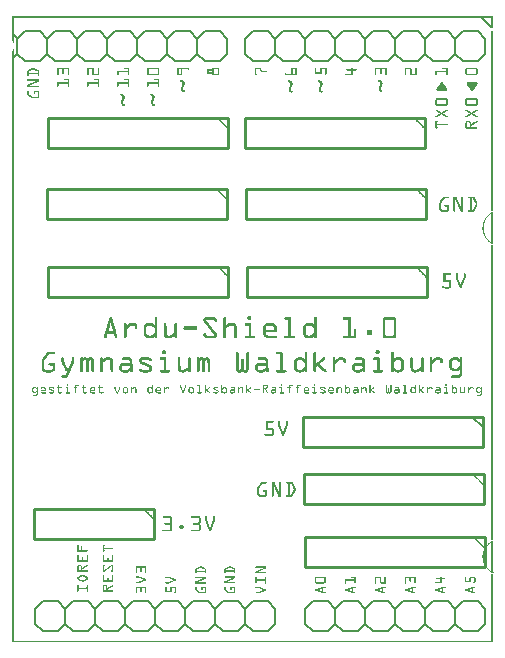
<source format=gto>
G04 MADE WITH FRITZING*
G04 WWW.FRITZING.ORG*
G04 DOUBLE SIDED*
G04 HOLES PLATED*
G04 CONTOUR ON CENTER OF CONTOUR VECTOR*
%ASAXBY*%
%FSLAX23Y23*%
%MOIN*%
%OFA0B0*%
%SFA1.0B1.0*%
%ADD10C,0.006000*%
%ADD11C,0.010000*%
%ADD12C,0.005000*%
%ADD13R,0.001000X0.001000*%
%LNSILK1*%
G90*
G70*
G54D10*
X1303Y143D02*
X1353Y143D01*
D02*
X1353Y143D02*
X1378Y118D01*
D02*
X1378Y118D02*
X1378Y68D01*
D02*
X1378Y68D02*
X1353Y43D01*
D02*
X1378Y118D02*
X1403Y143D01*
D02*
X1403Y143D02*
X1453Y143D01*
D02*
X1453Y143D02*
X1478Y118D01*
D02*
X1478Y118D02*
X1478Y68D01*
D02*
X1478Y68D02*
X1453Y43D01*
D02*
X1453Y43D02*
X1403Y43D01*
D02*
X1403Y43D02*
X1378Y68D01*
D02*
X1178Y118D02*
X1203Y143D01*
D02*
X1203Y143D02*
X1253Y143D01*
D02*
X1253Y143D02*
X1278Y118D01*
D02*
X1278Y118D02*
X1278Y68D01*
D02*
X1278Y68D02*
X1253Y43D01*
D02*
X1253Y43D02*
X1203Y43D01*
D02*
X1203Y43D02*
X1178Y68D01*
D02*
X1303Y143D02*
X1278Y118D01*
D02*
X1278Y68D02*
X1303Y43D01*
D02*
X1353Y43D02*
X1303Y43D01*
D02*
X1003Y143D02*
X1053Y143D01*
D02*
X1053Y143D02*
X1078Y118D01*
D02*
X1078Y118D02*
X1078Y68D01*
D02*
X1078Y68D02*
X1053Y43D01*
D02*
X1078Y118D02*
X1103Y143D01*
D02*
X1103Y143D02*
X1153Y143D01*
D02*
X1153Y143D02*
X1178Y118D01*
D02*
X1178Y118D02*
X1178Y68D01*
D02*
X1178Y68D02*
X1153Y43D01*
D02*
X1153Y43D02*
X1103Y43D01*
D02*
X1103Y43D02*
X1078Y68D01*
D02*
X978Y118D02*
X978Y68D01*
D02*
X1003Y143D02*
X978Y118D01*
D02*
X978Y68D02*
X1003Y43D01*
D02*
X1053Y43D02*
X1003Y43D01*
D02*
X1503Y143D02*
X1553Y143D01*
D02*
X1553Y143D02*
X1578Y118D01*
D02*
X1578Y118D02*
X1578Y68D01*
D02*
X1578Y68D02*
X1553Y43D01*
D02*
X1503Y143D02*
X1478Y118D01*
D02*
X1478Y68D02*
X1503Y43D01*
D02*
X1553Y43D02*
X1503Y43D01*
D02*
X93Y1943D02*
X43Y1943D01*
D02*
X193Y1943D02*
X143Y1943D01*
D02*
X393Y1943D02*
X343Y1943D01*
D02*
X293Y1943D02*
X243Y1943D01*
D02*
X493Y1943D02*
X443Y1943D01*
D02*
X693Y1943D02*
X643Y1943D01*
D02*
X593Y1943D02*
X543Y1943D01*
D02*
X43Y1943D02*
X18Y1968D01*
D02*
X18Y1968D02*
X18Y2018D01*
D02*
X18Y2018D02*
X43Y2043D01*
D02*
X218Y1968D02*
X193Y1943D01*
D02*
X143Y1943D02*
X118Y1968D01*
D02*
X118Y1968D02*
X118Y2018D01*
D02*
X118Y2018D02*
X143Y2043D01*
D02*
X143Y2043D02*
X193Y2043D01*
D02*
X193Y2043D02*
X218Y2018D01*
D02*
X93Y1943D02*
X118Y1968D01*
D02*
X118Y2018D02*
X93Y2043D01*
D02*
X43Y2043D02*
X93Y2043D01*
D02*
X343Y1943D02*
X318Y1968D01*
D02*
X318Y1968D02*
X318Y2018D01*
D02*
X318Y2018D02*
X343Y2043D01*
D02*
X318Y1968D02*
X293Y1943D01*
D02*
X243Y1943D02*
X218Y1968D01*
D02*
X218Y1968D02*
X218Y2018D01*
D02*
X218Y2018D02*
X243Y2043D01*
D02*
X243Y2043D02*
X293Y2043D01*
D02*
X293Y2043D02*
X318Y2018D01*
D02*
X518Y1968D02*
X493Y1943D01*
D02*
X443Y1943D02*
X418Y1968D01*
D02*
X418Y1968D02*
X418Y2018D01*
D02*
X418Y2018D02*
X443Y2043D01*
D02*
X443Y2043D02*
X493Y2043D01*
D02*
X493Y2043D02*
X518Y2018D01*
D02*
X393Y1943D02*
X418Y1968D01*
D02*
X418Y2018D02*
X393Y2043D01*
D02*
X343Y2043D02*
X393Y2043D01*
D02*
X643Y1943D02*
X618Y1968D01*
D02*
X618Y1968D02*
X618Y2018D01*
D02*
X618Y2018D02*
X643Y2043D01*
D02*
X618Y1968D02*
X593Y1943D01*
D02*
X543Y1943D02*
X518Y1968D01*
D02*
X518Y1968D02*
X518Y2018D01*
D02*
X518Y2018D02*
X543Y2043D01*
D02*
X543Y2043D02*
X593Y2043D01*
D02*
X593Y2043D02*
X618Y2018D01*
D02*
X718Y1968D02*
X718Y2018D01*
D02*
X693Y1943D02*
X718Y1968D01*
D02*
X718Y2018D02*
X693Y2043D01*
D02*
X643Y2043D02*
X693Y2043D01*
D02*
X953Y1943D02*
X903Y1943D01*
D02*
X903Y1943D02*
X878Y1968D01*
D02*
X878Y1968D02*
X878Y2018D01*
D02*
X878Y2018D02*
X903Y2043D01*
D02*
X1078Y1968D02*
X1053Y1943D01*
D02*
X1053Y1943D02*
X1003Y1943D01*
D02*
X1003Y1943D02*
X978Y1968D01*
D02*
X978Y1968D02*
X978Y2018D01*
D02*
X978Y2018D02*
X1003Y2043D01*
D02*
X1003Y2043D02*
X1053Y2043D01*
D02*
X1053Y2043D02*
X1078Y2018D01*
D02*
X953Y1943D02*
X978Y1968D01*
D02*
X978Y2018D02*
X953Y2043D01*
D02*
X903Y2043D02*
X953Y2043D01*
D02*
X1253Y1943D02*
X1203Y1943D01*
D02*
X1203Y1943D02*
X1178Y1968D01*
D02*
X1178Y1968D02*
X1178Y2018D01*
D02*
X1178Y2018D02*
X1203Y2043D01*
D02*
X1178Y1968D02*
X1153Y1943D01*
D02*
X1153Y1943D02*
X1103Y1943D01*
D02*
X1103Y1943D02*
X1078Y1968D01*
D02*
X1078Y1968D02*
X1078Y2018D01*
D02*
X1078Y2018D02*
X1103Y2043D01*
D02*
X1103Y2043D02*
X1153Y2043D01*
D02*
X1153Y2043D02*
X1178Y2018D01*
D02*
X1378Y1968D02*
X1353Y1943D01*
D02*
X1353Y1943D02*
X1303Y1943D01*
D02*
X1303Y1943D02*
X1278Y1968D01*
D02*
X1278Y1968D02*
X1278Y2018D01*
D02*
X1278Y2018D02*
X1303Y2043D01*
D02*
X1303Y2043D02*
X1353Y2043D01*
D02*
X1353Y2043D02*
X1378Y2018D01*
D02*
X1253Y1943D02*
X1278Y1968D01*
D02*
X1278Y2018D02*
X1253Y2043D01*
D02*
X1203Y2043D02*
X1253Y2043D01*
D02*
X1553Y1943D02*
X1503Y1943D01*
D02*
X1503Y1943D02*
X1478Y1968D01*
D02*
X1478Y1968D02*
X1478Y2018D01*
D02*
X1478Y2018D02*
X1503Y2043D01*
D02*
X1478Y1968D02*
X1453Y1943D01*
D02*
X1453Y1943D02*
X1403Y1943D01*
D02*
X1403Y1943D02*
X1378Y1968D01*
D02*
X1378Y1968D02*
X1378Y2018D01*
D02*
X1378Y2018D02*
X1403Y2043D01*
D02*
X1403Y2043D02*
X1453Y2043D01*
D02*
X1453Y2043D02*
X1478Y2018D01*
D02*
X1578Y1968D02*
X1578Y2018D01*
D02*
X1553Y1943D02*
X1578Y1968D01*
D02*
X1578Y2018D02*
X1553Y2043D01*
D02*
X1503Y2043D02*
X1553Y2043D01*
D02*
X853Y1943D02*
X803Y1943D01*
D02*
X803Y1943D02*
X778Y1968D01*
D02*
X778Y1968D02*
X778Y2018D01*
D02*
X778Y2018D02*
X803Y2043D01*
D02*
X853Y1943D02*
X878Y1968D01*
D02*
X878Y2018D02*
X853Y2043D01*
D02*
X803Y2043D02*
X853Y2043D01*
D02*
X703Y143D02*
X753Y143D01*
D02*
X753Y143D02*
X778Y118D01*
D02*
X778Y118D02*
X778Y68D01*
D02*
X778Y68D02*
X753Y43D01*
D02*
X578Y118D02*
X603Y143D01*
D02*
X603Y143D02*
X653Y143D01*
D02*
X653Y143D02*
X678Y118D01*
D02*
X678Y118D02*
X678Y68D01*
D02*
X678Y68D02*
X653Y43D01*
D02*
X653Y43D02*
X603Y43D01*
D02*
X603Y43D02*
X578Y68D01*
D02*
X703Y143D02*
X678Y118D01*
D02*
X678Y68D02*
X703Y43D01*
D02*
X753Y43D02*
X703Y43D01*
D02*
X403Y143D02*
X453Y143D01*
D02*
X453Y143D02*
X478Y118D01*
D02*
X478Y118D02*
X478Y68D01*
D02*
X478Y68D02*
X453Y43D01*
D02*
X478Y118D02*
X503Y143D01*
D02*
X503Y143D02*
X553Y143D01*
D02*
X553Y143D02*
X578Y118D01*
D02*
X578Y118D02*
X578Y68D01*
D02*
X578Y68D02*
X553Y43D01*
D02*
X553Y43D02*
X503Y43D01*
D02*
X503Y43D02*
X478Y68D01*
D02*
X278Y118D02*
X303Y143D01*
D02*
X303Y143D02*
X353Y143D01*
D02*
X353Y143D02*
X378Y118D01*
D02*
X378Y118D02*
X378Y68D01*
D02*
X378Y68D02*
X353Y43D01*
D02*
X353Y43D02*
X303Y43D01*
D02*
X303Y43D02*
X278Y68D01*
D02*
X403Y143D02*
X378Y118D01*
D02*
X378Y68D02*
X403Y43D01*
D02*
X453Y43D02*
X403Y43D01*
D02*
X103Y143D02*
X153Y143D01*
D02*
X153Y143D02*
X178Y118D01*
D02*
X178Y118D02*
X178Y68D01*
D02*
X178Y68D02*
X153Y43D01*
D02*
X178Y118D02*
X203Y143D01*
D02*
X203Y143D02*
X253Y143D01*
D02*
X253Y143D02*
X278Y118D01*
D02*
X278Y118D02*
X278Y68D01*
D02*
X278Y68D02*
X253Y43D01*
D02*
X253Y43D02*
X203Y43D01*
D02*
X203Y43D02*
X178Y68D01*
D02*
X78Y118D02*
X78Y68D01*
D02*
X103Y143D02*
X78Y118D01*
D02*
X78Y68D02*
X103Y43D01*
D02*
X153Y43D02*
X103Y43D01*
D02*
X803Y143D02*
X853Y143D01*
D02*
X853Y143D02*
X878Y118D01*
D02*
X878Y118D02*
X878Y68D01*
D02*
X878Y68D02*
X853Y43D01*
D02*
X803Y143D02*
X778Y118D01*
D02*
X778Y68D02*
X803Y43D01*
D02*
X853Y43D02*
X803Y43D01*
G54D11*
D02*
X721Y1258D02*
X121Y1258D01*
D02*
X121Y1258D02*
X121Y1158D01*
D02*
X121Y1158D02*
X721Y1158D01*
D02*
X721Y1158D02*
X721Y1258D01*
D02*
X1384Y1255D02*
X784Y1255D01*
D02*
X784Y1255D02*
X784Y1155D01*
D02*
X784Y1155D02*
X1384Y1155D01*
D02*
X1384Y1155D02*
X1384Y1255D01*
D02*
X717Y1517D02*
X117Y1517D01*
D02*
X117Y1517D02*
X117Y1417D01*
D02*
X117Y1417D02*
X717Y1417D01*
D02*
X717Y1417D02*
X717Y1517D01*
D02*
X1382Y1517D02*
X782Y1517D01*
D02*
X782Y1517D02*
X782Y1417D01*
D02*
X782Y1417D02*
X1382Y1417D01*
D02*
X1382Y1417D02*
X1382Y1517D01*
D02*
X473Y451D02*
X73Y451D01*
D02*
X73Y451D02*
X73Y351D01*
D02*
X73Y351D02*
X473Y351D01*
D02*
X473Y351D02*
X473Y451D01*
D02*
X720Y1753D02*
X120Y1753D01*
D02*
X120Y1753D02*
X120Y1653D01*
D02*
X120Y1653D02*
X720Y1653D01*
D02*
X720Y1653D02*
X720Y1753D01*
D02*
X1376Y1753D02*
X776Y1753D01*
D02*
X776Y1753D02*
X776Y1653D01*
D02*
X776Y1653D02*
X1376Y1653D01*
D02*
X1376Y1653D02*
X1376Y1753D01*
D02*
X1570Y758D02*
X970Y758D01*
D02*
X970Y758D02*
X970Y658D01*
D02*
X970Y658D02*
X1570Y658D01*
D02*
X1570Y658D02*
X1570Y758D01*
G54D12*
D02*
X1535Y758D02*
X1570Y723D01*
G54D11*
D02*
X1573Y565D02*
X973Y565D01*
D02*
X973Y565D02*
X973Y465D01*
D02*
X973Y465D02*
X1573Y465D01*
D02*
X1573Y465D02*
X1573Y565D01*
D02*
X1576Y355D02*
X976Y355D01*
D02*
X976Y355D02*
X976Y255D01*
D02*
X976Y255D02*
X1576Y255D01*
D02*
X1576Y255D02*
X1576Y355D01*
G54D13*
X1Y2094D02*
X1604Y2094D01*
X1Y2093D02*
X1604Y2093D01*
X1Y2092D02*
X1604Y2092D01*
X1Y2091D02*
X1604Y2091D01*
X1Y2090D02*
X1604Y2090D01*
X1Y2089D02*
X1604Y2089D01*
X1Y2088D02*
X1604Y2088D01*
X1Y2087D02*
X1604Y2087D01*
X1Y2086D02*
X1573Y2086D01*
X1597Y2086D02*
X1604Y2086D01*
X1Y2085D02*
X8Y2085D01*
X1563Y2085D02*
X1574Y2085D01*
X1597Y2085D02*
X1604Y2085D01*
X1Y2084D02*
X8Y2084D01*
X1564Y2084D02*
X1575Y2084D01*
X1597Y2084D02*
X1604Y2084D01*
X1Y2083D02*
X8Y2083D01*
X1565Y2083D02*
X1576Y2083D01*
X1597Y2083D02*
X1604Y2083D01*
X1Y2082D02*
X8Y2082D01*
X1566Y2082D02*
X1577Y2082D01*
X1597Y2082D02*
X1604Y2082D01*
X1Y2081D02*
X8Y2081D01*
X1567Y2081D02*
X1578Y2081D01*
X1597Y2081D02*
X1604Y2081D01*
X1Y2080D02*
X8Y2080D01*
X1568Y2080D02*
X1579Y2080D01*
X1597Y2080D02*
X1604Y2080D01*
X1Y2079D02*
X8Y2079D01*
X1569Y2079D02*
X1580Y2079D01*
X1597Y2079D02*
X1604Y2079D01*
X1Y2078D02*
X8Y2078D01*
X1570Y2078D02*
X1581Y2078D01*
X1597Y2078D02*
X1604Y2078D01*
X1Y2077D02*
X8Y2077D01*
X1571Y2077D02*
X1582Y2077D01*
X1597Y2077D02*
X1604Y2077D01*
X1Y2076D02*
X8Y2076D01*
X1572Y2076D02*
X1583Y2076D01*
X1597Y2076D02*
X1604Y2076D01*
X1Y2075D02*
X8Y2075D01*
X1573Y2075D02*
X1584Y2075D01*
X1597Y2075D02*
X1604Y2075D01*
X1Y2074D02*
X8Y2074D01*
X1574Y2074D02*
X1585Y2074D01*
X1597Y2074D02*
X1604Y2074D01*
X1Y2073D02*
X8Y2073D01*
X1575Y2073D02*
X1586Y2073D01*
X1597Y2073D02*
X1604Y2073D01*
X1Y2072D02*
X8Y2072D01*
X1576Y2072D02*
X1587Y2072D01*
X1597Y2072D02*
X1604Y2072D01*
X1Y2071D02*
X8Y2071D01*
X1577Y2071D02*
X1588Y2071D01*
X1597Y2071D02*
X1604Y2071D01*
X1Y2070D02*
X8Y2070D01*
X1578Y2070D02*
X1589Y2070D01*
X1597Y2070D02*
X1604Y2070D01*
X1Y2069D02*
X8Y2069D01*
X1579Y2069D02*
X1590Y2069D01*
X1597Y2069D02*
X1604Y2069D01*
X1Y2068D02*
X8Y2068D01*
X1580Y2068D02*
X1591Y2068D01*
X1597Y2068D02*
X1604Y2068D01*
X1Y2067D02*
X8Y2067D01*
X1581Y2067D02*
X1592Y2067D01*
X1597Y2067D02*
X1604Y2067D01*
X1Y2066D02*
X8Y2066D01*
X1582Y2066D02*
X1593Y2066D01*
X1597Y2066D02*
X1604Y2066D01*
X1Y2065D02*
X8Y2065D01*
X1583Y2065D02*
X1594Y2065D01*
X1597Y2065D02*
X1604Y2065D01*
X1Y2064D02*
X8Y2064D01*
X1584Y2064D02*
X1595Y2064D01*
X1597Y2064D02*
X1604Y2064D01*
X1Y2063D02*
X8Y2063D01*
X1585Y2063D02*
X1604Y2063D01*
X1Y2062D02*
X8Y2062D01*
X1586Y2062D02*
X1604Y2062D01*
X1Y2061D02*
X8Y2061D01*
X1587Y2061D02*
X1604Y2061D01*
X1Y2060D02*
X8Y2060D01*
X1588Y2060D02*
X1604Y2060D01*
X1Y2059D02*
X8Y2059D01*
X1589Y2059D02*
X1604Y2059D01*
X1Y2058D02*
X8Y2058D01*
X1590Y2058D02*
X1604Y2058D01*
X1Y2057D02*
X8Y2057D01*
X1591Y2057D02*
X1604Y2057D01*
X1Y2056D02*
X8Y2056D01*
X1592Y2056D02*
X1604Y2056D01*
X1Y2055D02*
X8Y2055D01*
X1593Y2055D02*
X1604Y2055D01*
X1Y2054D02*
X8Y2054D01*
X1594Y2054D02*
X1605Y2054D01*
X1Y2053D02*
X8Y2053D01*
X1Y2052D02*
X8Y2052D01*
X1Y2051D02*
X8Y2051D01*
X1Y2050D02*
X8Y2050D01*
X1Y2049D02*
X8Y2049D01*
X1Y2048D02*
X8Y2048D01*
X1Y2047D02*
X8Y2047D01*
X1Y2046D02*
X8Y2046D01*
X1Y2045D02*
X8Y2045D01*
X1Y2044D02*
X8Y2044D01*
X1Y2043D02*
X8Y2043D01*
X1Y2042D02*
X8Y2042D01*
X1597Y2042D02*
X1604Y2042D01*
X1Y2041D02*
X8Y2041D01*
X1597Y2041D02*
X1604Y2041D01*
X1Y2040D02*
X8Y2040D01*
X1597Y2040D02*
X1604Y2040D01*
X1Y2039D02*
X8Y2039D01*
X1597Y2039D02*
X1604Y2039D01*
X1Y2038D02*
X8Y2038D01*
X1597Y2038D02*
X1604Y2038D01*
X1Y2037D02*
X8Y2037D01*
X1597Y2037D02*
X1604Y2037D01*
X1Y2036D02*
X8Y2036D01*
X1597Y2036D02*
X1604Y2036D01*
X1Y2035D02*
X8Y2035D01*
X1597Y2035D02*
X1604Y2035D01*
X1Y2034D02*
X8Y2034D01*
X1597Y2034D02*
X1604Y2034D01*
X1Y2033D02*
X8Y2033D01*
X1597Y2033D02*
X1604Y2033D01*
X1Y2032D02*
X9Y2032D01*
X1597Y2032D02*
X1604Y2032D01*
X1Y2031D02*
X10Y2031D01*
X1597Y2031D02*
X1604Y2031D01*
X1Y2030D02*
X11Y2030D01*
X1597Y2030D02*
X1604Y2030D01*
X1Y2029D02*
X12Y2029D01*
X1597Y2029D02*
X1604Y2029D01*
X1Y2028D02*
X13Y2028D01*
X1597Y2028D02*
X1604Y2028D01*
X1Y2027D02*
X14Y2027D01*
X1597Y2027D02*
X1604Y2027D01*
X1Y2026D02*
X15Y2026D01*
X1597Y2026D02*
X1604Y2026D01*
X1Y2025D02*
X16Y2025D01*
X1597Y2025D02*
X1604Y2025D01*
X1Y2024D02*
X17Y2024D01*
X1597Y2024D02*
X1604Y2024D01*
X1Y2023D02*
X8Y2023D01*
X10Y2023D02*
X18Y2023D01*
X1597Y2023D02*
X1604Y2023D01*
X1Y2022D02*
X8Y2022D01*
X11Y2022D02*
X19Y2022D01*
X1597Y2022D02*
X1604Y2022D01*
X1Y2021D02*
X8Y2021D01*
X12Y2021D02*
X20Y2021D01*
X1597Y2021D02*
X1604Y2021D01*
X1Y2020D02*
X8Y2020D01*
X13Y2020D02*
X21Y2020D01*
X1597Y2020D02*
X1604Y2020D01*
X1Y2019D02*
X8Y2019D01*
X14Y2019D02*
X21Y2019D01*
X1597Y2019D02*
X1604Y2019D01*
X1Y2018D02*
X8Y2018D01*
X15Y2018D02*
X21Y2018D01*
X1597Y2018D02*
X1604Y2018D01*
X1Y2017D02*
X8Y2017D01*
X16Y2017D02*
X21Y2017D01*
X1597Y2017D02*
X1604Y2017D01*
X1Y2016D02*
X8Y2016D01*
X17Y2016D02*
X20Y2016D01*
X1597Y2016D02*
X1604Y2016D01*
X1Y2015D02*
X8Y2015D01*
X1597Y2015D02*
X1604Y2015D01*
X1Y2014D02*
X8Y2014D01*
X1597Y2014D02*
X1604Y2014D01*
X1Y2013D02*
X8Y2013D01*
X1597Y2013D02*
X1604Y2013D01*
X1Y2012D02*
X8Y2012D01*
X1597Y2012D02*
X1604Y2012D01*
X1Y2011D02*
X8Y2011D01*
X1597Y2011D02*
X1604Y2011D01*
X3Y2010D02*
X8Y2010D01*
X1597Y2010D02*
X1604Y2010D01*
X3Y2009D02*
X8Y2009D01*
X1597Y2009D02*
X1604Y2009D01*
X4Y2008D02*
X8Y2008D01*
X1597Y2008D02*
X1604Y2008D01*
X4Y2007D02*
X8Y2007D01*
X1597Y2007D02*
X1604Y2007D01*
X4Y2006D02*
X8Y2006D01*
X1597Y2006D02*
X1604Y2006D01*
X5Y2005D02*
X8Y2005D01*
X1597Y2005D02*
X1604Y2005D01*
X5Y2004D02*
X8Y2004D01*
X1597Y2004D02*
X1604Y2004D01*
X5Y2003D02*
X8Y2003D01*
X1597Y2003D02*
X1604Y2003D01*
X6Y2002D02*
X8Y2002D01*
X1597Y2002D02*
X1604Y2002D01*
X6Y2001D02*
X8Y2001D01*
X1597Y2001D02*
X1604Y2001D01*
X6Y2000D02*
X8Y2000D01*
X1597Y2000D02*
X1604Y2000D01*
X6Y1999D02*
X8Y1999D01*
X1597Y1999D02*
X1604Y1999D01*
X7Y1998D02*
X8Y1998D01*
X1597Y1998D02*
X1604Y1998D01*
X7Y1997D02*
X8Y1997D01*
X1597Y1997D02*
X1604Y1997D01*
X7Y1996D02*
X8Y1996D01*
X1597Y1996D02*
X1604Y1996D01*
X7Y1995D02*
X8Y1995D01*
X1597Y1995D02*
X1604Y1995D01*
X7Y1994D02*
X8Y1994D01*
X1597Y1994D02*
X1604Y1994D01*
X7Y1993D02*
X8Y1993D01*
X1597Y1993D02*
X1604Y1993D01*
X7Y1992D02*
X8Y1992D01*
X1597Y1992D02*
X1604Y1992D01*
X7Y1991D02*
X8Y1991D01*
X1597Y1991D02*
X1604Y1991D01*
X7Y1990D02*
X8Y1990D01*
X1597Y1990D02*
X1604Y1990D01*
X7Y1989D02*
X8Y1989D01*
X1597Y1989D02*
X1604Y1989D01*
X7Y1988D02*
X8Y1988D01*
X1597Y1988D02*
X1604Y1988D01*
X6Y1987D02*
X8Y1987D01*
X1597Y1987D02*
X1604Y1987D01*
X6Y1986D02*
X8Y1986D01*
X1597Y1986D02*
X1604Y1986D01*
X6Y1985D02*
X8Y1985D01*
X1597Y1985D02*
X1604Y1985D01*
X6Y1984D02*
X8Y1984D01*
X1597Y1984D02*
X1604Y1984D01*
X5Y1983D02*
X8Y1983D01*
X1597Y1983D02*
X1604Y1983D01*
X5Y1982D02*
X8Y1982D01*
X1597Y1982D02*
X1604Y1982D01*
X5Y1981D02*
X8Y1981D01*
X1597Y1981D02*
X1604Y1981D01*
X4Y1980D02*
X8Y1980D01*
X1597Y1980D02*
X1604Y1980D01*
X4Y1979D02*
X8Y1979D01*
X1597Y1979D02*
X1604Y1979D01*
X4Y1978D02*
X8Y1978D01*
X1597Y1978D02*
X1604Y1978D01*
X3Y1977D02*
X8Y1977D01*
X1597Y1977D02*
X1604Y1977D01*
X3Y1976D02*
X8Y1976D01*
X1597Y1976D02*
X1604Y1976D01*
X1Y1975D02*
X8Y1975D01*
X1597Y1975D02*
X1604Y1975D01*
X1Y1974D02*
X8Y1974D01*
X1597Y1974D02*
X1604Y1974D01*
X1Y1973D02*
X8Y1973D01*
X1597Y1973D02*
X1604Y1973D01*
X1Y1972D02*
X8Y1972D01*
X1597Y1972D02*
X1604Y1972D01*
X1Y1971D02*
X8Y1971D01*
X19Y1971D02*
X19Y1971D01*
X1597Y1971D02*
X1604Y1971D01*
X1Y1970D02*
X8Y1970D01*
X17Y1970D02*
X21Y1970D01*
X1597Y1970D02*
X1604Y1970D01*
X1Y1969D02*
X8Y1969D01*
X16Y1969D02*
X21Y1969D01*
X1597Y1969D02*
X1604Y1969D01*
X1Y1968D02*
X8Y1968D01*
X15Y1968D02*
X21Y1968D01*
X1597Y1968D02*
X1604Y1968D01*
X1Y1967D02*
X8Y1967D01*
X14Y1967D02*
X21Y1967D01*
X1597Y1967D02*
X1604Y1967D01*
X1Y1966D02*
X8Y1966D01*
X13Y1966D02*
X20Y1966D01*
X1597Y1966D02*
X1604Y1966D01*
X1Y1965D02*
X8Y1965D01*
X12Y1965D02*
X20Y1965D01*
X1597Y1965D02*
X1604Y1965D01*
X1Y1964D02*
X8Y1964D01*
X11Y1964D02*
X19Y1964D01*
X1597Y1964D02*
X1604Y1964D01*
X1Y1963D02*
X8Y1963D01*
X10Y1963D02*
X18Y1963D01*
X1597Y1963D02*
X1604Y1963D01*
X1Y1962D02*
X17Y1962D01*
X1597Y1962D02*
X1604Y1962D01*
X1Y1961D02*
X16Y1961D01*
X1597Y1961D02*
X1604Y1961D01*
X1Y1960D02*
X15Y1960D01*
X1597Y1960D02*
X1604Y1960D01*
X1Y1959D02*
X14Y1959D01*
X1597Y1959D02*
X1604Y1959D01*
X1Y1958D02*
X13Y1958D01*
X1597Y1958D02*
X1604Y1958D01*
X1Y1957D02*
X12Y1957D01*
X1597Y1957D02*
X1604Y1957D01*
X1Y1956D02*
X11Y1956D01*
X1597Y1956D02*
X1604Y1956D01*
X1Y1955D02*
X10Y1955D01*
X1597Y1955D02*
X1604Y1955D01*
X1Y1954D02*
X9Y1954D01*
X1597Y1954D02*
X1604Y1954D01*
X1Y1953D02*
X8Y1953D01*
X1597Y1953D02*
X1604Y1953D01*
X1Y1952D02*
X8Y1952D01*
X1597Y1952D02*
X1604Y1952D01*
X1Y1951D02*
X8Y1951D01*
X1597Y1951D02*
X1604Y1951D01*
X1Y1950D02*
X8Y1950D01*
X1597Y1950D02*
X1604Y1950D01*
X1Y1949D02*
X8Y1949D01*
X1597Y1949D02*
X1604Y1949D01*
X1Y1948D02*
X8Y1948D01*
X1597Y1948D02*
X1604Y1948D01*
X1Y1947D02*
X8Y1947D01*
X1597Y1947D02*
X1604Y1947D01*
X1Y1946D02*
X8Y1946D01*
X1597Y1946D02*
X1604Y1946D01*
X1Y1945D02*
X8Y1945D01*
X1597Y1945D02*
X1604Y1945D01*
X1Y1944D02*
X8Y1944D01*
X1597Y1944D02*
X1604Y1944D01*
X1Y1943D02*
X8Y1943D01*
X1597Y1943D02*
X1604Y1943D01*
X1Y1942D02*
X8Y1942D01*
X1597Y1942D02*
X1604Y1942D01*
X1Y1941D02*
X8Y1941D01*
X1597Y1941D02*
X1604Y1941D01*
X1Y1940D02*
X8Y1940D01*
X1597Y1940D02*
X1604Y1940D01*
X1Y1939D02*
X8Y1939D01*
X1597Y1939D02*
X1604Y1939D01*
X1Y1938D02*
X8Y1938D01*
X1597Y1938D02*
X1604Y1938D01*
X1Y1937D02*
X8Y1937D01*
X1597Y1937D02*
X1604Y1937D01*
X1Y1936D02*
X8Y1936D01*
X1597Y1936D02*
X1604Y1936D01*
X1Y1935D02*
X8Y1935D01*
X1597Y1935D02*
X1604Y1935D01*
X1Y1934D02*
X8Y1934D01*
X1597Y1934D02*
X1604Y1934D01*
X1Y1933D02*
X8Y1933D01*
X1597Y1933D02*
X1604Y1933D01*
X1Y1932D02*
X8Y1932D01*
X1597Y1932D02*
X1604Y1932D01*
X1Y1931D02*
X8Y1931D01*
X1597Y1931D02*
X1604Y1931D01*
X1Y1930D02*
X8Y1930D01*
X1597Y1930D02*
X1604Y1930D01*
X1Y1929D02*
X8Y1929D01*
X1597Y1929D02*
X1604Y1929D01*
X1Y1928D02*
X8Y1928D01*
X1597Y1928D02*
X1604Y1928D01*
X1Y1927D02*
X8Y1927D01*
X1597Y1927D02*
X1604Y1927D01*
X1Y1926D02*
X8Y1926D01*
X1597Y1926D02*
X1604Y1926D01*
X1Y1925D02*
X8Y1925D01*
X1597Y1925D02*
X1604Y1925D01*
X1Y1924D02*
X8Y1924D01*
X1597Y1924D02*
X1604Y1924D01*
X1Y1923D02*
X8Y1923D01*
X1597Y1923D02*
X1604Y1923D01*
X1Y1922D02*
X8Y1922D01*
X1597Y1922D02*
X1604Y1922D01*
X1Y1921D02*
X8Y1921D01*
X155Y1921D02*
X166Y1921D01*
X175Y1921D02*
X186Y1921D01*
X255Y1921D02*
X268Y1921D01*
X288Y1921D02*
X288Y1921D01*
X375Y1921D02*
X388Y1921D01*
X455Y1921D02*
X485Y1921D01*
X553Y1921D02*
X588Y1921D01*
X673Y1921D02*
X685Y1921D01*
X811Y1921D02*
X825Y1921D01*
X935Y1921D02*
X947Y1921D01*
X1012Y1921D02*
X1012Y1921D01*
X1033Y1921D02*
X1045Y1921D01*
X1215Y1921D02*
X1225Y1921D01*
X1235Y1921D02*
X1245Y1921D01*
X1315Y1921D02*
X1327Y1921D01*
X1437Y1921D02*
X1450Y1921D01*
X1517Y1921D02*
X1547Y1921D01*
X1597Y1921D02*
X1604Y1921D01*
X1Y1920D02*
X8Y1920D01*
X70Y1920D02*
X73Y1920D01*
X153Y1920D02*
X169Y1920D01*
X172Y1920D02*
X188Y1920D01*
X253Y1920D02*
X270Y1920D01*
X286Y1920D02*
X290Y1920D01*
X373Y1920D02*
X390Y1920D01*
X453Y1920D02*
X488Y1920D01*
X551Y1920D02*
X589Y1920D01*
X670Y1920D02*
X688Y1920D01*
X810Y1920D02*
X827Y1920D01*
X933Y1920D02*
X949Y1920D01*
X1011Y1920D02*
X1014Y1920D01*
X1030Y1920D02*
X1047Y1920D01*
X1212Y1920D02*
X1228Y1920D01*
X1232Y1920D02*
X1247Y1920D01*
X1312Y1920D02*
X1330Y1920D01*
X1346Y1920D02*
X1349Y1920D01*
X1435Y1920D02*
X1451Y1920D01*
X1515Y1920D02*
X1550Y1920D01*
X1597Y1920D02*
X1604Y1920D01*
X1Y1919D02*
X8Y1919D01*
X66Y1919D02*
X76Y1919D01*
X152Y1919D02*
X189Y1919D01*
X252Y1919D02*
X271Y1919D01*
X286Y1919D02*
X290Y1919D01*
X373Y1919D02*
X390Y1919D01*
X452Y1919D02*
X489Y1919D01*
X550Y1919D02*
X590Y1919D01*
X669Y1919D02*
X689Y1919D01*
X810Y1919D02*
X828Y1919D01*
X932Y1919D02*
X950Y1919D01*
X1010Y1919D02*
X1014Y1919D01*
X1029Y1919D02*
X1048Y1919D01*
X1133Y1919D02*
X1135Y1919D01*
X1211Y1919D02*
X1248Y1919D01*
X1311Y1919D02*
X1331Y1919D01*
X1345Y1919D02*
X1349Y1919D01*
X1434Y1919D02*
X1452Y1919D01*
X1513Y1919D02*
X1551Y1919D01*
X1597Y1919D02*
X1604Y1919D01*
X1Y1918D02*
X8Y1918D01*
X64Y1918D02*
X78Y1918D01*
X151Y1918D02*
X190Y1918D01*
X251Y1918D02*
X272Y1918D01*
X286Y1918D02*
X290Y1918D01*
X373Y1918D02*
X390Y1918D01*
X451Y1918D02*
X489Y1918D01*
X550Y1918D02*
X590Y1918D01*
X668Y1918D02*
X689Y1918D01*
X810Y1918D02*
X829Y1918D01*
X932Y1918D02*
X950Y1918D01*
X1010Y1918D02*
X1014Y1918D01*
X1028Y1918D02*
X1049Y1918D01*
X1132Y1918D02*
X1136Y1918D01*
X1211Y1918D02*
X1249Y1918D01*
X1310Y1918D02*
X1331Y1918D01*
X1345Y1918D02*
X1349Y1918D01*
X1434Y1918D02*
X1452Y1918D01*
X1513Y1918D02*
X1551Y1918D01*
X1597Y1918D02*
X1604Y1918D01*
X1Y1917D02*
X8Y1917D01*
X62Y1917D02*
X80Y1917D01*
X151Y1917D02*
X190Y1917D01*
X251Y1917D02*
X272Y1917D01*
X286Y1917D02*
X290Y1917D01*
X373Y1917D02*
X390Y1917D01*
X451Y1917D02*
X490Y1917D01*
X550Y1917D02*
X590Y1917D01*
X668Y1917D02*
X690Y1917D01*
X810Y1917D02*
X830Y1917D01*
X932Y1917D02*
X950Y1917D01*
X1010Y1917D02*
X1014Y1917D01*
X1028Y1917D02*
X1049Y1917D01*
X1116Y1917D02*
X1148Y1917D01*
X1210Y1917D02*
X1249Y1917D01*
X1310Y1917D02*
X1332Y1917D01*
X1345Y1917D02*
X1349Y1917D01*
X1435Y1917D02*
X1452Y1917D01*
X1512Y1917D02*
X1552Y1917D01*
X1597Y1917D02*
X1604Y1917D01*
X1Y1916D02*
X8Y1916D01*
X60Y1916D02*
X82Y1916D01*
X151Y1916D02*
X190Y1916D01*
X251Y1916D02*
X272Y1916D01*
X286Y1916D02*
X290Y1916D01*
X374Y1916D02*
X390Y1916D01*
X450Y1916D02*
X490Y1916D01*
X550Y1916D02*
X590Y1916D01*
X668Y1916D02*
X690Y1916D01*
X810Y1916D02*
X831Y1916D01*
X932Y1916D02*
X950Y1916D01*
X1010Y1916D02*
X1014Y1916D01*
X1028Y1916D02*
X1050Y1916D01*
X1115Y1916D02*
X1149Y1916D01*
X1210Y1916D02*
X1250Y1916D01*
X1310Y1916D02*
X1332Y1916D01*
X1345Y1916D02*
X1349Y1916D01*
X1436Y1916D02*
X1452Y1916D01*
X1512Y1916D02*
X1552Y1916D01*
X1597Y1916D02*
X1604Y1916D01*
X1Y1915D02*
X8Y1915D01*
X58Y1915D02*
X84Y1915D01*
X151Y1915D02*
X155Y1915D01*
X167Y1915D02*
X173Y1915D01*
X186Y1915D02*
X190Y1915D01*
X251Y1915D02*
X255Y1915D01*
X268Y1915D02*
X272Y1915D01*
X286Y1915D02*
X290Y1915D01*
X386Y1915D02*
X390Y1915D01*
X450Y1915D02*
X455Y1915D01*
X486Y1915D02*
X490Y1915D01*
X550Y1915D02*
X555Y1915D01*
X564Y1915D02*
X568Y1915D01*
X586Y1915D02*
X590Y1915D01*
X651Y1915D02*
X672Y1915D01*
X686Y1915D02*
X690Y1915D01*
X810Y1915D02*
X814Y1915D01*
X826Y1915D02*
X831Y1915D01*
X932Y1915D02*
X936Y1915D01*
X945Y1915D02*
X950Y1915D01*
X1010Y1915D02*
X1014Y1915D01*
X1028Y1915D02*
X1032Y1915D01*
X1045Y1915D02*
X1050Y1915D01*
X1115Y1915D02*
X1150Y1915D01*
X1210Y1915D02*
X1214Y1915D01*
X1227Y1915D02*
X1233Y1915D01*
X1245Y1915D02*
X1250Y1915D01*
X1310Y1915D02*
X1314Y1915D01*
X1328Y1915D02*
X1332Y1915D01*
X1345Y1915D02*
X1349Y1915D01*
X1448Y1915D02*
X1452Y1915D01*
X1512Y1915D02*
X1517Y1915D01*
X1548Y1915D02*
X1552Y1915D01*
X1597Y1915D02*
X1604Y1915D01*
X1Y1914D02*
X8Y1914D01*
X56Y1914D02*
X67Y1914D01*
X75Y1914D02*
X86Y1914D01*
X151Y1914D02*
X155Y1914D01*
X168Y1914D02*
X173Y1914D01*
X186Y1914D02*
X190Y1914D01*
X251Y1914D02*
X255Y1914D01*
X268Y1914D02*
X272Y1914D01*
X286Y1914D02*
X290Y1914D01*
X386Y1914D02*
X390Y1914D01*
X450Y1914D02*
X455Y1914D01*
X486Y1914D02*
X490Y1914D01*
X550Y1914D02*
X555Y1914D01*
X564Y1914D02*
X568Y1914D01*
X587Y1914D02*
X589Y1914D01*
X650Y1914D02*
X672Y1914D01*
X686Y1914D02*
X690Y1914D01*
X810Y1914D02*
X814Y1914D01*
X826Y1914D02*
X832Y1914D01*
X932Y1914D02*
X936Y1914D01*
X945Y1914D02*
X950Y1914D01*
X1010Y1914D02*
X1014Y1914D01*
X1028Y1914D02*
X1032Y1914D01*
X1045Y1914D02*
X1050Y1914D01*
X1115Y1914D02*
X1149Y1914D01*
X1210Y1914D02*
X1214Y1914D01*
X1227Y1914D02*
X1232Y1914D01*
X1245Y1914D02*
X1250Y1914D01*
X1310Y1914D02*
X1314Y1914D01*
X1328Y1914D02*
X1332Y1914D01*
X1345Y1914D02*
X1349Y1914D01*
X1448Y1914D02*
X1452Y1914D01*
X1512Y1914D02*
X1517Y1914D01*
X1548Y1914D02*
X1552Y1914D01*
X1597Y1914D02*
X1604Y1914D01*
X1Y1913D02*
X8Y1913D01*
X55Y1913D02*
X65Y1913D01*
X77Y1913D02*
X88Y1913D01*
X151Y1913D02*
X155Y1913D01*
X168Y1913D02*
X173Y1913D01*
X186Y1913D02*
X190Y1913D01*
X251Y1913D02*
X255Y1913D01*
X268Y1913D02*
X272Y1913D01*
X286Y1913D02*
X290Y1913D01*
X386Y1913D02*
X390Y1913D01*
X450Y1913D02*
X455Y1913D01*
X486Y1913D02*
X490Y1913D01*
X550Y1913D02*
X555Y1913D01*
X564Y1913D02*
X568Y1913D01*
X650Y1913D02*
X672Y1913D01*
X686Y1913D02*
X690Y1913D01*
X810Y1913D02*
X814Y1913D01*
X827Y1913D02*
X833Y1913D01*
X932Y1913D02*
X936Y1913D01*
X945Y1913D02*
X950Y1913D01*
X1010Y1913D02*
X1014Y1913D01*
X1028Y1913D02*
X1032Y1913D01*
X1045Y1913D02*
X1050Y1913D01*
X1115Y1913D02*
X1149Y1913D01*
X1210Y1913D02*
X1214Y1913D01*
X1228Y1913D02*
X1232Y1913D01*
X1245Y1913D02*
X1250Y1913D01*
X1310Y1913D02*
X1314Y1913D01*
X1328Y1913D02*
X1332Y1913D01*
X1345Y1913D02*
X1349Y1913D01*
X1448Y1913D02*
X1452Y1913D01*
X1512Y1913D02*
X1517Y1913D01*
X1548Y1913D02*
X1552Y1913D01*
X1597Y1913D02*
X1604Y1913D01*
X1Y1912D02*
X8Y1912D01*
X54Y1912D02*
X63Y1912D01*
X79Y1912D02*
X89Y1912D01*
X151Y1912D02*
X155Y1912D01*
X168Y1912D02*
X173Y1912D01*
X186Y1912D02*
X190Y1912D01*
X251Y1912D02*
X255Y1912D01*
X268Y1912D02*
X272Y1912D01*
X286Y1912D02*
X290Y1912D01*
X386Y1912D02*
X390Y1912D01*
X450Y1912D02*
X455Y1912D01*
X486Y1912D02*
X490Y1912D01*
X550Y1912D02*
X555Y1912D01*
X564Y1912D02*
X568Y1912D01*
X650Y1912D02*
X672Y1912D01*
X686Y1912D02*
X690Y1912D01*
X810Y1912D02*
X814Y1912D01*
X828Y1912D02*
X834Y1912D01*
X932Y1912D02*
X936Y1912D01*
X945Y1912D02*
X950Y1912D01*
X1010Y1912D02*
X1014Y1912D01*
X1028Y1912D02*
X1032Y1912D01*
X1045Y1912D02*
X1050Y1912D01*
X1116Y1912D02*
X1148Y1912D01*
X1210Y1912D02*
X1214Y1912D01*
X1228Y1912D02*
X1232Y1912D01*
X1245Y1912D02*
X1250Y1912D01*
X1310Y1912D02*
X1314Y1912D01*
X1328Y1912D02*
X1332Y1912D01*
X1345Y1912D02*
X1349Y1912D01*
X1448Y1912D02*
X1452Y1912D01*
X1512Y1912D02*
X1517Y1912D01*
X1548Y1912D02*
X1552Y1912D01*
X1597Y1912D02*
X1604Y1912D01*
X1Y1911D02*
X8Y1911D01*
X53Y1911D02*
X61Y1911D01*
X81Y1911D02*
X90Y1911D01*
X151Y1911D02*
X155Y1911D01*
X168Y1911D02*
X173Y1911D01*
X186Y1911D02*
X190Y1911D01*
X251Y1911D02*
X255Y1911D01*
X268Y1911D02*
X272Y1911D01*
X286Y1911D02*
X290Y1911D01*
X386Y1911D02*
X390Y1911D01*
X450Y1911D02*
X455Y1911D01*
X486Y1911D02*
X490Y1911D01*
X550Y1911D02*
X555Y1911D01*
X564Y1911D02*
X568Y1911D01*
X650Y1911D02*
X672Y1911D01*
X686Y1911D02*
X690Y1911D01*
X810Y1911D02*
X814Y1911D01*
X829Y1911D02*
X835Y1911D01*
X932Y1911D02*
X936Y1911D01*
X945Y1911D02*
X950Y1911D01*
X1010Y1911D02*
X1014Y1911D01*
X1028Y1911D02*
X1032Y1911D01*
X1045Y1911D02*
X1050Y1911D01*
X1132Y1911D02*
X1136Y1911D01*
X1210Y1911D02*
X1214Y1911D01*
X1228Y1911D02*
X1232Y1911D01*
X1245Y1911D02*
X1250Y1911D01*
X1310Y1911D02*
X1314Y1911D01*
X1328Y1911D02*
X1332Y1911D01*
X1345Y1911D02*
X1349Y1911D01*
X1448Y1911D02*
X1452Y1911D01*
X1512Y1911D02*
X1517Y1911D01*
X1548Y1911D02*
X1552Y1911D01*
X1597Y1911D02*
X1604Y1911D01*
X1Y1910D02*
X8Y1910D01*
X52Y1910D02*
X59Y1910D01*
X83Y1910D02*
X90Y1910D01*
X151Y1910D02*
X155Y1910D01*
X168Y1910D02*
X173Y1910D01*
X186Y1910D02*
X190Y1910D01*
X251Y1910D02*
X255Y1910D01*
X268Y1910D02*
X272Y1910D01*
X286Y1910D02*
X290Y1910D01*
X350Y1910D02*
X390Y1910D01*
X450Y1910D02*
X455Y1910D01*
X486Y1910D02*
X490Y1910D01*
X550Y1910D02*
X555Y1910D01*
X564Y1910D02*
X568Y1910D01*
X650Y1910D02*
X655Y1910D01*
X668Y1910D02*
X672Y1910D01*
X686Y1910D02*
X690Y1910D01*
X810Y1910D02*
X814Y1910D01*
X830Y1910D02*
X849Y1910D01*
X932Y1910D02*
X936Y1910D01*
X945Y1910D02*
X950Y1910D01*
X1010Y1910D02*
X1014Y1910D01*
X1028Y1910D02*
X1032Y1910D01*
X1045Y1910D02*
X1050Y1910D01*
X1132Y1910D02*
X1136Y1910D01*
X1210Y1910D02*
X1214Y1910D01*
X1228Y1910D02*
X1232Y1910D01*
X1245Y1910D02*
X1250Y1910D01*
X1310Y1910D02*
X1314Y1910D01*
X1328Y1910D02*
X1332Y1910D01*
X1345Y1910D02*
X1349Y1910D01*
X1412Y1910D02*
X1452Y1910D01*
X1512Y1910D02*
X1517Y1910D01*
X1548Y1910D02*
X1552Y1910D01*
X1597Y1910D02*
X1604Y1910D01*
X1Y1909D02*
X8Y1909D01*
X52Y1909D02*
X57Y1909D01*
X85Y1909D02*
X91Y1909D01*
X151Y1909D02*
X155Y1909D01*
X168Y1909D02*
X173Y1909D01*
X186Y1909D02*
X190Y1909D01*
X251Y1909D02*
X255Y1909D01*
X268Y1909D02*
X272Y1909D01*
X286Y1909D02*
X290Y1909D01*
X350Y1909D02*
X390Y1909D01*
X450Y1909D02*
X455Y1909D01*
X486Y1909D02*
X490Y1909D01*
X550Y1909D02*
X555Y1909D01*
X564Y1909D02*
X568Y1909D01*
X650Y1909D02*
X655Y1909D01*
X668Y1909D02*
X672Y1909D01*
X686Y1909D02*
X690Y1909D01*
X810Y1909D02*
X814Y1909D01*
X831Y1909D02*
X850Y1909D01*
X932Y1909D02*
X936Y1909D01*
X945Y1909D02*
X950Y1909D01*
X1010Y1909D02*
X1014Y1909D01*
X1028Y1909D02*
X1032Y1909D01*
X1045Y1909D02*
X1050Y1909D01*
X1132Y1909D02*
X1136Y1909D01*
X1210Y1909D02*
X1214Y1909D01*
X1228Y1909D02*
X1232Y1909D01*
X1245Y1909D02*
X1250Y1909D01*
X1310Y1909D02*
X1314Y1909D01*
X1328Y1909D02*
X1332Y1909D01*
X1345Y1909D02*
X1349Y1909D01*
X1412Y1909D02*
X1452Y1909D01*
X1512Y1909D02*
X1517Y1909D01*
X1548Y1909D02*
X1552Y1909D01*
X1597Y1909D02*
X1604Y1909D01*
X1Y1908D02*
X8Y1908D01*
X52Y1908D02*
X56Y1908D01*
X86Y1908D02*
X91Y1908D01*
X151Y1908D02*
X155Y1908D01*
X168Y1908D02*
X173Y1908D01*
X186Y1908D02*
X190Y1908D01*
X251Y1908D02*
X255Y1908D01*
X268Y1908D02*
X272Y1908D01*
X286Y1908D02*
X290Y1908D01*
X350Y1908D02*
X390Y1908D01*
X450Y1908D02*
X455Y1908D01*
X486Y1908D02*
X490Y1908D01*
X550Y1908D02*
X555Y1908D01*
X564Y1908D02*
X568Y1908D01*
X650Y1908D02*
X655Y1908D01*
X668Y1908D02*
X672Y1908D01*
X686Y1908D02*
X690Y1908D01*
X810Y1908D02*
X814Y1908D01*
X831Y1908D02*
X850Y1908D01*
X932Y1908D02*
X936Y1908D01*
X945Y1908D02*
X950Y1908D01*
X1010Y1908D02*
X1014Y1908D01*
X1028Y1908D02*
X1032Y1908D01*
X1045Y1908D02*
X1050Y1908D01*
X1132Y1908D02*
X1136Y1908D01*
X1210Y1908D02*
X1214Y1908D01*
X1228Y1908D02*
X1232Y1908D01*
X1245Y1908D02*
X1250Y1908D01*
X1310Y1908D02*
X1314Y1908D01*
X1328Y1908D02*
X1332Y1908D01*
X1345Y1908D02*
X1349Y1908D01*
X1412Y1908D02*
X1452Y1908D01*
X1512Y1908D02*
X1517Y1908D01*
X1548Y1908D02*
X1552Y1908D01*
X1597Y1908D02*
X1604Y1908D01*
X1Y1907D02*
X8Y1907D01*
X51Y1907D02*
X56Y1907D01*
X87Y1907D02*
X91Y1907D01*
X151Y1907D02*
X155Y1907D01*
X168Y1907D02*
X173Y1907D01*
X186Y1907D02*
X190Y1907D01*
X251Y1907D02*
X255Y1907D01*
X268Y1907D02*
X272Y1907D01*
X286Y1907D02*
X290Y1907D01*
X350Y1907D02*
X390Y1907D01*
X450Y1907D02*
X455Y1907D01*
X486Y1907D02*
X490Y1907D01*
X550Y1907D02*
X555Y1907D01*
X564Y1907D02*
X568Y1907D01*
X650Y1907D02*
X655Y1907D01*
X668Y1907D02*
X672Y1907D01*
X686Y1907D02*
X690Y1907D01*
X810Y1907D02*
X814Y1907D01*
X832Y1907D02*
X849Y1907D01*
X932Y1907D02*
X936Y1907D01*
X945Y1907D02*
X950Y1907D01*
X1010Y1907D02*
X1014Y1907D01*
X1028Y1907D02*
X1032Y1907D01*
X1045Y1907D02*
X1050Y1907D01*
X1132Y1907D02*
X1136Y1907D01*
X1210Y1907D02*
X1214Y1907D01*
X1228Y1907D02*
X1232Y1907D01*
X1245Y1907D02*
X1250Y1907D01*
X1310Y1907D02*
X1314Y1907D01*
X1328Y1907D02*
X1332Y1907D01*
X1345Y1907D02*
X1349Y1907D01*
X1412Y1907D02*
X1452Y1907D01*
X1512Y1907D02*
X1517Y1907D01*
X1548Y1907D02*
X1552Y1907D01*
X1597Y1907D02*
X1604Y1907D01*
X1Y1906D02*
X8Y1906D01*
X51Y1906D02*
X56Y1906D01*
X87Y1906D02*
X91Y1906D01*
X151Y1906D02*
X155Y1906D01*
X168Y1906D02*
X173Y1906D01*
X186Y1906D02*
X190Y1906D01*
X251Y1906D02*
X255Y1906D01*
X268Y1906D02*
X272Y1906D01*
X286Y1906D02*
X290Y1906D01*
X350Y1906D02*
X390Y1906D01*
X450Y1906D02*
X455Y1906D01*
X486Y1906D02*
X490Y1906D01*
X550Y1906D02*
X555Y1906D01*
X564Y1906D02*
X568Y1906D01*
X650Y1906D02*
X655Y1906D01*
X668Y1906D02*
X672Y1906D01*
X686Y1906D02*
X690Y1906D01*
X810Y1906D02*
X814Y1906D01*
X833Y1906D02*
X849Y1906D01*
X932Y1906D02*
X936Y1906D01*
X945Y1906D02*
X950Y1906D01*
X1010Y1906D02*
X1014Y1906D01*
X1028Y1906D02*
X1032Y1906D01*
X1045Y1906D02*
X1050Y1906D01*
X1132Y1906D02*
X1136Y1906D01*
X1210Y1906D02*
X1214Y1906D01*
X1228Y1906D02*
X1232Y1906D01*
X1245Y1906D02*
X1250Y1906D01*
X1310Y1906D02*
X1314Y1906D01*
X1328Y1906D02*
X1332Y1906D01*
X1345Y1906D02*
X1349Y1906D01*
X1412Y1906D02*
X1452Y1906D01*
X1512Y1906D02*
X1517Y1906D01*
X1548Y1906D02*
X1552Y1906D01*
X1597Y1906D02*
X1604Y1906D01*
X1Y1905D02*
X8Y1905D01*
X51Y1905D02*
X56Y1905D01*
X87Y1905D02*
X91Y1905D01*
X151Y1905D02*
X155Y1905D01*
X168Y1905D02*
X173Y1905D01*
X186Y1905D02*
X190Y1905D01*
X251Y1905D02*
X255Y1905D01*
X268Y1905D02*
X272Y1905D01*
X286Y1905D02*
X290Y1905D01*
X350Y1905D02*
X355Y1905D01*
X386Y1905D02*
X390Y1905D01*
X450Y1905D02*
X455Y1905D01*
X486Y1905D02*
X490Y1905D01*
X550Y1905D02*
X555Y1905D01*
X564Y1905D02*
X568Y1905D01*
X650Y1905D02*
X672Y1905D01*
X686Y1905D02*
X690Y1905D01*
X810Y1905D02*
X814Y1905D01*
X932Y1905D02*
X936Y1905D01*
X945Y1905D02*
X950Y1905D01*
X1010Y1905D02*
X1032Y1905D01*
X1045Y1905D02*
X1050Y1905D01*
X1132Y1905D02*
X1136Y1905D01*
X1210Y1905D02*
X1214Y1905D01*
X1228Y1905D02*
X1232Y1905D01*
X1245Y1905D02*
X1250Y1905D01*
X1310Y1905D02*
X1314Y1905D01*
X1328Y1905D02*
X1332Y1905D01*
X1345Y1905D02*
X1349Y1905D01*
X1412Y1905D02*
X1417Y1905D01*
X1448Y1905D02*
X1452Y1905D01*
X1512Y1905D02*
X1517Y1905D01*
X1548Y1905D02*
X1552Y1905D01*
X1597Y1905D02*
X1604Y1905D01*
X1Y1904D02*
X8Y1904D01*
X51Y1904D02*
X91Y1904D01*
X151Y1904D02*
X155Y1904D01*
X168Y1904D02*
X173Y1904D01*
X186Y1904D02*
X190Y1904D01*
X251Y1904D02*
X255Y1904D01*
X268Y1904D02*
X272Y1904D01*
X286Y1904D02*
X290Y1904D01*
X350Y1904D02*
X355Y1904D01*
X386Y1904D02*
X390Y1904D01*
X450Y1904D02*
X455Y1904D01*
X486Y1904D02*
X490Y1904D01*
X550Y1904D02*
X555Y1904D01*
X564Y1904D02*
X568Y1904D01*
X650Y1904D02*
X672Y1904D01*
X686Y1904D02*
X690Y1904D01*
X810Y1904D02*
X814Y1904D01*
X932Y1904D02*
X936Y1904D01*
X945Y1904D02*
X950Y1904D01*
X1010Y1904D02*
X1032Y1904D01*
X1045Y1904D02*
X1050Y1904D01*
X1132Y1904D02*
X1136Y1904D01*
X1210Y1904D02*
X1214Y1904D01*
X1228Y1904D02*
X1232Y1904D01*
X1245Y1904D02*
X1250Y1904D01*
X1310Y1904D02*
X1314Y1904D01*
X1328Y1904D02*
X1332Y1904D01*
X1345Y1904D02*
X1349Y1904D01*
X1412Y1904D02*
X1417Y1904D01*
X1448Y1904D02*
X1452Y1904D01*
X1512Y1904D02*
X1517Y1904D01*
X1548Y1904D02*
X1552Y1904D01*
X1597Y1904D02*
X1604Y1904D01*
X1Y1903D02*
X8Y1903D01*
X51Y1903D02*
X91Y1903D01*
X151Y1903D02*
X155Y1903D01*
X168Y1903D02*
X172Y1903D01*
X186Y1903D02*
X190Y1903D01*
X251Y1903D02*
X255Y1903D01*
X268Y1903D02*
X272Y1903D01*
X286Y1903D02*
X290Y1903D01*
X350Y1903D02*
X355Y1903D01*
X386Y1903D02*
X390Y1903D01*
X450Y1903D02*
X455Y1903D01*
X486Y1903D02*
X490Y1903D01*
X550Y1903D02*
X555Y1903D01*
X564Y1903D02*
X568Y1903D01*
X650Y1903D02*
X672Y1903D01*
X686Y1903D02*
X690Y1903D01*
X810Y1903D02*
X814Y1903D01*
X932Y1903D02*
X936Y1903D01*
X945Y1903D02*
X950Y1903D01*
X1010Y1903D02*
X1032Y1903D01*
X1045Y1903D02*
X1050Y1903D01*
X1132Y1903D02*
X1136Y1903D01*
X1210Y1903D02*
X1214Y1903D01*
X1228Y1903D02*
X1232Y1903D01*
X1245Y1903D02*
X1250Y1903D01*
X1310Y1903D02*
X1314Y1903D01*
X1328Y1903D02*
X1332Y1903D01*
X1345Y1903D02*
X1349Y1903D01*
X1412Y1903D02*
X1417Y1903D01*
X1448Y1903D02*
X1452Y1903D01*
X1512Y1903D02*
X1517Y1903D01*
X1548Y1903D02*
X1552Y1903D01*
X1597Y1903D02*
X1604Y1903D01*
X1Y1902D02*
X8Y1902D01*
X51Y1902D02*
X91Y1902D01*
X151Y1902D02*
X155Y1902D01*
X168Y1902D02*
X172Y1902D01*
X186Y1902D02*
X190Y1902D01*
X251Y1902D02*
X255Y1902D01*
X268Y1902D02*
X272Y1902D01*
X286Y1902D02*
X290Y1902D01*
X350Y1902D02*
X355Y1902D01*
X386Y1902D02*
X390Y1902D01*
X450Y1902D02*
X455Y1902D01*
X486Y1902D02*
X490Y1902D01*
X550Y1902D02*
X555Y1902D01*
X564Y1902D02*
X568Y1902D01*
X650Y1902D02*
X672Y1902D01*
X686Y1902D02*
X690Y1902D01*
X810Y1902D02*
X814Y1902D01*
X911Y1902D02*
X914Y1902D01*
X932Y1902D02*
X936Y1902D01*
X945Y1902D02*
X950Y1902D01*
X1010Y1902D02*
X1032Y1902D01*
X1045Y1902D02*
X1049Y1902D01*
X1132Y1902D02*
X1136Y1902D01*
X1210Y1902D02*
X1214Y1902D01*
X1228Y1902D02*
X1232Y1902D01*
X1245Y1902D02*
X1250Y1902D01*
X1310Y1902D02*
X1314Y1902D01*
X1328Y1902D02*
X1332Y1902D01*
X1345Y1902D02*
X1349Y1902D01*
X1412Y1902D02*
X1417Y1902D01*
X1448Y1902D02*
X1452Y1902D01*
X1512Y1902D02*
X1517Y1902D01*
X1548Y1902D02*
X1552Y1902D01*
X1597Y1902D02*
X1604Y1902D01*
X1Y1901D02*
X8Y1901D01*
X51Y1901D02*
X91Y1901D01*
X151Y1901D02*
X155Y1901D01*
X169Y1901D02*
X172Y1901D01*
X186Y1901D02*
X190Y1901D01*
X251Y1901D02*
X255Y1901D01*
X268Y1901D02*
X272Y1901D01*
X286Y1901D02*
X290Y1901D01*
X350Y1901D02*
X355Y1901D01*
X386Y1901D02*
X390Y1901D01*
X450Y1901D02*
X455Y1901D01*
X486Y1901D02*
X490Y1901D01*
X550Y1901D02*
X555Y1901D01*
X564Y1901D02*
X568Y1901D01*
X651Y1901D02*
X672Y1901D01*
X686Y1901D02*
X690Y1901D01*
X810Y1901D02*
X814Y1901D01*
X910Y1901D02*
X914Y1901D01*
X932Y1901D02*
X936Y1901D01*
X945Y1901D02*
X950Y1901D01*
X1010Y1901D02*
X1032Y1901D01*
X1044Y1901D02*
X1049Y1901D01*
X1111Y1901D02*
X1136Y1901D01*
X1210Y1901D02*
X1214Y1901D01*
X1228Y1901D02*
X1231Y1901D01*
X1245Y1901D02*
X1250Y1901D01*
X1310Y1901D02*
X1314Y1901D01*
X1328Y1901D02*
X1332Y1901D01*
X1345Y1901D02*
X1349Y1901D01*
X1412Y1901D02*
X1417Y1901D01*
X1448Y1901D02*
X1452Y1901D01*
X1512Y1901D02*
X1517Y1901D01*
X1548Y1901D02*
X1552Y1901D01*
X1597Y1901D02*
X1604Y1901D01*
X1Y1900D02*
X8Y1900D01*
X51Y1900D02*
X91Y1900D01*
X151Y1900D02*
X155Y1900D01*
X186Y1900D02*
X190Y1900D01*
X251Y1900D02*
X255Y1900D01*
X268Y1900D02*
X290Y1900D01*
X350Y1900D02*
X355Y1900D01*
X386Y1900D02*
X390Y1900D01*
X450Y1900D02*
X490Y1900D01*
X550Y1900D02*
X568Y1900D01*
X668Y1900D02*
X690Y1900D01*
X810Y1900D02*
X815Y1900D01*
X910Y1900D02*
X950Y1900D01*
X1044Y1900D02*
X1049Y1900D01*
X1110Y1900D02*
X1136Y1900D01*
X1210Y1900D02*
X1214Y1900D01*
X1245Y1900D02*
X1250Y1900D01*
X1310Y1900D02*
X1314Y1900D01*
X1328Y1900D02*
X1349Y1900D01*
X1412Y1900D02*
X1417Y1900D01*
X1448Y1900D02*
X1452Y1900D01*
X1512Y1900D02*
X1552Y1900D01*
X1597Y1900D02*
X1604Y1900D01*
X1Y1899D02*
X8Y1899D01*
X51Y1899D02*
X56Y1899D01*
X87Y1899D02*
X91Y1899D01*
X151Y1899D02*
X155Y1899D01*
X186Y1899D02*
X190Y1899D01*
X251Y1899D02*
X255Y1899D01*
X269Y1899D02*
X290Y1899D01*
X350Y1899D02*
X355Y1899D01*
X386Y1899D02*
X390Y1899D01*
X451Y1899D02*
X490Y1899D01*
X550Y1899D02*
X568Y1899D01*
X668Y1899D02*
X690Y1899D01*
X810Y1899D02*
X816Y1899D01*
X910Y1899D02*
X950Y1899D01*
X1044Y1899D02*
X1048Y1899D01*
X1110Y1899D02*
X1136Y1899D01*
X1210Y1899D02*
X1214Y1899D01*
X1245Y1899D02*
X1250Y1899D01*
X1310Y1899D02*
X1314Y1899D01*
X1328Y1899D02*
X1349Y1899D01*
X1412Y1899D02*
X1417Y1899D01*
X1448Y1899D02*
X1452Y1899D01*
X1513Y1899D02*
X1552Y1899D01*
X1597Y1899D02*
X1604Y1899D01*
X1Y1898D02*
X8Y1898D01*
X51Y1898D02*
X56Y1898D01*
X87Y1898D02*
X91Y1898D01*
X151Y1898D02*
X155Y1898D01*
X186Y1898D02*
X190Y1898D01*
X251Y1898D02*
X255Y1898D01*
X269Y1898D02*
X290Y1898D01*
X350Y1898D02*
X355Y1898D01*
X386Y1898D02*
X390Y1898D01*
X451Y1898D02*
X489Y1898D01*
X550Y1898D02*
X568Y1898D01*
X669Y1898D02*
X689Y1898D01*
X810Y1898D02*
X817Y1898D01*
X910Y1898D02*
X950Y1898D01*
X1043Y1898D02*
X1048Y1898D01*
X1110Y1898D02*
X1136Y1898D01*
X1210Y1898D02*
X1214Y1898D01*
X1245Y1898D02*
X1250Y1898D01*
X1310Y1898D02*
X1314Y1898D01*
X1328Y1898D02*
X1349Y1898D01*
X1412Y1898D02*
X1417Y1898D01*
X1448Y1898D02*
X1452Y1898D01*
X1513Y1898D02*
X1551Y1898D01*
X1597Y1898D02*
X1604Y1898D01*
X1Y1897D02*
X8Y1897D01*
X51Y1897D02*
X56Y1897D01*
X87Y1897D02*
X91Y1897D01*
X151Y1897D02*
X155Y1897D01*
X186Y1897D02*
X190Y1897D01*
X251Y1897D02*
X255Y1897D01*
X270Y1897D02*
X290Y1897D01*
X351Y1897D02*
X355Y1897D01*
X386Y1897D02*
X390Y1897D01*
X452Y1897D02*
X489Y1897D01*
X551Y1897D02*
X568Y1897D01*
X669Y1897D02*
X689Y1897D01*
X810Y1897D02*
X816Y1897D01*
X910Y1897D02*
X950Y1897D01*
X1043Y1897D02*
X1047Y1897D01*
X1111Y1897D02*
X1136Y1897D01*
X1210Y1897D02*
X1214Y1897D01*
X1245Y1897D02*
X1249Y1897D01*
X1310Y1897D02*
X1314Y1897D01*
X1329Y1897D02*
X1349Y1897D01*
X1412Y1897D02*
X1416Y1897D01*
X1448Y1897D02*
X1452Y1897D01*
X1514Y1897D02*
X1550Y1897D01*
X1597Y1897D02*
X1604Y1897D01*
X1Y1896D02*
X8Y1896D01*
X52Y1896D02*
X55Y1896D01*
X87Y1896D02*
X91Y1896D01*
X151Y1896D02*
X154Y1896D01*
X187Y1896D02*
X189Y1896D01*
X251Y1896D02*
X254Y1896D01*
X271Y1896D02*
X290Y1896D01*
X351Y1896D02*
X354Y1896D01*
X387Y1896D02*
X389Y1896D01*
X453Y1896D02*
X487Y1896D01*
X551Y1896D02*
X567Y1896D01*
X670Y1896D02*
X687Y1896D01*
X811Y1896D02*
X816Y1896D01*
X911Y1896D02*
X949Y1896D01*
X1044Y1896D02*
X1047Y1896D01*
X1211Y1896D02*
X1213Y1896D01*
X1246Y1896D02*
X1249Y1896D01*
X1311Y1896D02*
X1313Y1896D01*
X1330Y1896D02*
X1349Y1896D01*
X1413Y1896D02*
X1416Y1896D01*
X1448Y1896D02*
X1451Y1896D01*
X1515Y1896D02*
X1549Y1896D01*
X1597Y1896D02*
X1604Y1896D01*
X1Y1895D02*
X8Y1895D01*
X52Y1895D02*
X55Y1895D01*
X88Y1895D02*
X90Y1895D01*
X1597Y1895D02*
X1604Y1895D01*
X1Y1894D02*
X8Y1894D01*
X1597Y1894D02*
X1604Y1894D01*
X1Y1893D02*
X8Y1893D01*
X1597Y1893D02*
X1604Y1893D01*
X1Y1892D02*
X8Y1892D01*
X1597Y1892D02*
X1604Y1892D01*
X1Y1891D02*
X8Y1891D01*
X1597Y1891D02*
X1604Y1891D01*
X1Y1890D02*
X8Y1890D01*
X1597Y1890D02*
X1604Y1890D01*
X1Y1889D02*
X8Y1889D01*
X1597Y1889D02*
X1604Y1889D01*
X1Y1888D02*
X8Y1888D01*
X1597Y1888D02*
X1604Y1888D01*
X1Y1887D02*
X8Y1887D01*
X1597Y1887D02*
X1604Y1887D01*
X1Y1886D02*
X8Y1886D01*
X1597Y1886D02*
X1604Y1886D01*
X1Y1885D02*
X8Y1885D01*
X1597Y1885D02*
X1604Y1885D01*
X1Y1884D02*
X8Y1884D01*
X1597Y1884D02*
X1604Y1884D01*
X1Y1883D02*
X8Y1883D01*
X174Y1883D02*
X189Y1883D01*
X274Y1883D02*
X289Y1883D01*
X374Y1883D02*
X389Y1883D01*
X474Y1883D02*
X489Y1883D01*
X1597Y1883D02*
X1604Y1883D01*
X1Y1882D02*
X8Y1882D01*
X52Y1882D02*
X91Y1882D01*
X173Y1882D02*
X190Y1882D01*
X273Y1882D02*
X290Y1882D01*
X373Y1882D02*
X390Y1882D01*
X473Y1882D02*
X490Y1882D01*
X1597Y1882D02*
X1604Y1882D01*
X1Y1881D02*
X8Y1881D01*
X52Y1881D02*
X91Y1881D01*
X173Y1881D02*
X190Y1881D01*
X273Y1881D02*
X290Y1881D01*
X373Y1881D02*
X390Y1881D01*
X473Y1881D02*
X490Y1881D01*
X1597Y1881D02*
X1604Y1881D01*
X1Y1880D02*
X8Y1880D01*
X51Y1880D02*
X91Y1880D01*
X173Y1880D02*
X190Y1880D01*
X273Y1880D02*
X290Y1880D01*
X373Y1880D02*
X390Y1880D01*
X473Y1880D02*
X490Y1880D01*
X562Y1880D02*
X566Y1880D01*
X1222Y1880D02*
X1225Y1880D01*
X1597Y1880D02*
X1604Y1880D01*
X1Y1879D02*
X8Y1879D01*
X52Y1879D02*
X91Y1879D01*
X174Y1879D02*
X190Y1879D01*
X273Y1879D02*
X290Y1879D01*
X373Y1879D02*
X390Y1879D01*
X473Y1879D02*
X490Y1879D01*
X562Y1879D02*
X569Y1879D01*
X1222Y1879D02*
X1229Y1879D01*
X1597Y1879D02*
X1604Y1879D01*
X1Y1878D02*
X8Y1878D01*
X52Y1878D02*
X91Y1878D01*
X186Y1878D02*
X190Y1878D01*
X286Y1878D02*
X290Y1878D01*
X386Y1878D02*
X390Y1878D01*
X486Y1878D02*
X490Y1878D01*
X562Y1878D02*
X571Y1878D01*
X922Y1878D02*
X928Y1878D01*
X1022Y1878D02*
X1028Y1878D01*
X1222Y1878D02*
X1230Y1878D01*
X1597Y1878D02*
X1604Y1878D01*
X1Y1877D02*
X8Y1877D01*
X82Y1877D02*
X91Y1877D01*
X186Y1877D02*
X190Y1877D01*
X286Y1877D02*
X290Y1877D01*
X386Y1877D02*
X390Y1877D01*
X486Y1877D02*
X490Y1877D01*
X562Y1877D02*
X572Y1877D01*
X922Y1877D02*
X930Y1877D01*
X1022Y1877D02*
X1030Y1877D01*
X1222Y1877D02*
X1232Y1877D01*
X1597Y1877D02*
X1604Y1877D01*
X1Y1876D02*
X8Y1876D01*
X80Y1876D02*
X91Y1876D01*
X186Y1876D02*
X190Y1876D01*
X286Y1876D02*
X290Y1876D01*
X386Y1876D02*
X390Y1876D01*
X486Y1876D02*
X490Y1876D01*
X562Y1876D02*
X573Y1876D01*
X922Y1876D02*
X931Y1876D01*
X1022Y1876D02*
X1031Y1876D01*
X1222Y1876D02*
X1233Y1876D01*
X1597Y1876D02*
X1604Y1876D01*
X1Y1875D02*
X8Y1875D01*
X77Y1875D02*
X90Y1875D01*
X186Y1875D02*
X190Y1875D01*
X286Y1875D02*
X290Y1875D01*
X386Y1875D02*
X390Y1875D01*
X486Y1875D02*
X490Y1875D01*
X562Y1875D02*
X574Y1875D01*
X922Y1875D02*
X932Y1875D01*
X1022Y1875D02*
X1032Y1875D01*
X1222Y1875D02*
X1233Y1875D01*
X1597Y1875D02*
X1604Y1875D01*
X1Y1874D02*
X8Y1874D01*
X75Y1874D02*
X87Y1874D01*
X186Y1874D02*
X190Y1874D01*
X286Y1874D02*
X290Y1874D01*
X386Y1874D02*
X390Y1874D01*
X486Y1874D02*
X490Y1874D01*
X563Y1874D02*
X574Y1874D01*
X922Y1874D02*
X933Y1874D01*
X1022Y1874D02*
X1033Y1874D01*
X1222Y1874D02*
X1234Y1874D01*
X1597Y1874D02*
X1604Y1874D01*
X1Y1873D02*
X8Y1873D01*
X73Y1873D02*
X85Y1873D01*
X151Y1873D02*
X190Y1873D01*
X251Y1873D02*
X290Y1873D01*
X351Y1873D02*
X390Y1873D01*
X451Y1873D02*
X490Y1873D01*
X567Y1873D02*
X575Y1873D01*
X922Y1873D02*
X934Y1873D01*
X1022Y1873D02*
X1034Y1873D01*
X1226Y1873D02*
X1234Y1873D01*
X1597Y1873D02*
X1604Y1873D01*
X1Y1872D02*
X8Y1872D01*
X71Y1872D02*
X83Y1872D01*
X151Y1872D02*
X190Y1872D01*
X251Y1872D02*
X290Y1872D01*
X350Y1872D02*
X390Y1872D01*
X450Y1872D02*
X490Y1872D01*
X568Y1872D02*
X575Y1872D01*
X923Y1872D02*
X934Y1872D01*
X1023Y1872D02*
X1034Y1872D01*
X1228Y1872D02*
X1234Y1872D01*
X1431Y1872D02*
X1435Y1872D01*
X1519Y1872D02*
X1549Y1872D01*
X1597Y1872D02*
X1604Y1872D01*
X1Y1871D02*
X8Y1871D01*
X68Y1871D02*
X80Y1871D01*
X151Y1871D02*
X190Y1871D01*
X251Y1871D02*
X290Y1871D01*
X350Y1871D02*
X390Y1871D01*
X450Y1871D02*
X490Y1871D01*
X569Y1871D02*
X575Y1871D01*
X927Y1871D02*
X934Y1871D01*
X1027Y1871D02*
X1034Y1871D01*
X1229Y1871D02*
X1235Y1871D01*
X1430Y1871D02*
X1436Y1871D01*
X1517Y1871D02*
X1550Y1871D01*
X1597Y1871D02*
X1604Y1871D01*
X1Y1870D02*
X8Y1870D01*
X66Y1870D02*
X78Y1870D01*
X151Y1870D02*
X190Y1870D01*
X251Y1870D02*
X290Y1870D01*
X350Y1870D02*
X390Y1870D01*
X450Y1870D02*
X490Y1870D01*
X569Y1870D02*
X575Y1870D01*
X928Y1870D02*
X935Y1870D01*
X1028Y1870D02*
X1035Y1870D01*
X1229Y1870D02*
X1235Y1870D01*
X1429Y1870D02*
X1437Y1870D01*
X1517Y1870D02*
X1551Y1870D01*
X1597Y1870D02*
X1604Y1870D01*
X1Y1869D02*
X8Y1869D01*
X64Y1869D02*
X76Y1869D01*
X151Y1869D02*
X190Y1869D01*
X251Y1869D02*
X290Y1869D01*
X350Y1869D02*
X390Y1869D01*
X450Y1869D02*
X490Y1869D01*
X569Y1869D02*
X575Y1869D01*
X929Y1869D02*
X935Y1869D01*
X1029Y1869D02*
X1035Y1869D01*
X1229Y1869D02*
X1235Y1869D01*
X1429Y1869D02*
X1438Y1869D01*
X1516Y1869D02*
X1551Y1869D01*
X1597Y1869D02*
X1604Y1869D01*
X1Y1868D02*
X8Y1868D01*
X61Y1868D02*
X74Y1868D01*
X151Y1868D02*
X190Y1868D01*
X251Y1868D02*
X290Y1868D01*
X350Y1868D02*
X390Y1868D01*
X450Y1868D02*
X490Y1868D01*
X569Y1868D02*
X575Y1868D01*
X929Y1868D02*
X935Y1868D01*
X1029Y1868D02*
X1035Y1868D01*
X1229Y1868D02*
X1235Y1868D01*
X1428Y1868D02*
X1438Y1868D01*
X1516Y1868D02*
X1552Y1868D01*
X1597Y1868D02*
X1604Y1868D01*
X1Y1867D02*
X8Y1867D01*
X59Y1867D02*
X71Y1867D01*
X151Y1867D02*
X155Y1867D01*
X186Y1867D02*
X190Y1867D01*
X251Y1867D02*
X255Y1867D01*
X286Y1867D02*
X290Y1867D01*
X350Y1867D02*
X355Y1867D01*
X386Y1867D02*
X390Y1867D01*
X450Y1867D02*
X455Y1867D01*
X486Y1867D02*
X490Y1867D01*
X569Y1867D02*
X575Y1867D01*
X929Y1867D02*
X935Y1867D01*
X1029Y1867D02*
X1035Y1867D01*
X1229Y1867D02*
X1235Y1867D01*
X1427Y1867D02*
X1439Y1867D01*
X1516Y1867D02*
X1551Y1867D01*
X1597Y1867D02*
X1604Y1867D01*
X1Y1866D02*
X8Y1866D01*
X57Y1866D02*
X69Y1866D01*
X151Y1866D02*
X155Y1866D01*
X186Y1866D02*
X190Y1866D01*
X251Y1866D02*
X255Y1866D01*
X286Y1866D02*
X290Y1866D01*
X350Y1866D02*
X355Y1866D01*
X386Y1866D02*
X390Y1866D01*
X450Y1866D02*
X455Y1866D01*
X486Y1866D02*
X490Y1866D01*
X569Y1866D02*
X575Y1866D01*
X929Y1866D02*
X935Y1866D01*
X1029Y1866D02*
X1035Y1866D01*
X1229Y1866D02*
X1235Y1866D01*
X1427Y1866D02*
X1440Y1866D01*
X1516Y1866D02*
X1551Y1866D01*
X1597Y1866D02*
X1604Y1866D01*
X1Y1865D02*
X8Y1865D01*
X55Y1865D02*
X67Y1865D01*
X151Y1865D02*
X155Y1865D01*
X186Y1865D02*
X190Y1865D01*
X251Y1865D02*
X255Y1865D01*
X286Y1865D02*
X290Y1865D01*
X350Y1865D02*
X355Y1865D01*
X386Y1865D02*
X390Y1865D01*
X450Y1865D02*
X455Y1865D01*
X486Y1865D02*
X490Y1865D01*
X569Y1865D02*
X575Y1865D01*
X929Y1865D02*
X935Y1865D01*
X1029Y1865D02*
X1035Y1865D01*
X1228Y1865D02*
X1234Y1865D01*
X1426Y1865D02*
X1440Y1865D01*
X1517Y1865D02*
X1551Y1865D01*
X1597Y1865D02*
X1604Y1865D01*
X1Y1864D02*
X8Y1864D01*
X52Y1864D02*
X64Y1864D01*
X151Y1864D02*
X155Y1864D01*
X186Y1864D02*
X190Y1864D01*
X251Y1864D02*
X255Y1864D01*
X286Y1864D02*
X290Y1864D01*
X350Y1864D02*
X355Y1864D01*
X386Y1864D02*
X390Y1864D01*
X450Y1864D02*
X455Y1864D01*
X486Y1864D02*
X490Y1864D01*
X568Y1864D02*
X575Y1864D01*
X929Y1864D02*
X935Y1864D01*
X1028Y1864D02*
X1035Y1864D01*
X1228Y1864D02*
X1234Y1864D01*
X1425Y1864D02*
X1441Y1864D01*
X1518Y1864D02*
X1550Y1864D01*
X1597Y1864D02*
X1604Y1864D01*
X1Y1863D02*
X8Y1863D01*
X51Y1863D02*
X62Y1863D01*
X151Y1863D02*
X155Y1863D01*
X186Y1863D02*
X190Y1863D01*
X251Y1863D02*
X255Y1863D01*
X286Y1863D02*
X290Y1863D01*
X350Y1863D02*
X355Y1863D01*
X386Y1863D02*
X390Y1863D01*
X450Y1863D02*
X455Y1863D01*
X486Y1863D02*
X490Y1863D01*
X568Y1863D02*
X574Y1863D01*
X928Y1863D02*
X934Y1863D01*
X1028Y1863D02*
X1034Y1863D01*
X1227Y1863D02*
X1234Y1863D01*
X1425Y1863D02*
X1442Y1863D01*
X1518Y1863D02*
X1549Y1863D01*
X1597Y1863D02*
X1604Y1863D01*
X1Y1862D02*
X8Y1862D01*
X51Y1862D02*
X61Y1862D01*
X151Y1862D02*
X155Y1862D01*
X186Y1862D02*
X190Y1862D01*
X251Y1862D02*
X255Y1862D01*
X286Y1862D02*
X290Y1862D01*
X350Y1862D02*
X355Y1862D01*
X386Y1862D02*
X390Y1862D01*
X450Y1862D02*
X455Y1862D01*
X486Y1862D02*
X490Y1862D01*
X567Y1862D02*
X574Y1862D01*
X928Y1862D02*
X934Y1862D01*
X1028Y1862D02*
X1034Y1862D01*
X1227Y1862D02*
X1233Y1862D01*
X1424Y1862D02*
X1442Y1862D01*
X1519Y1862D02*
X1549Y1862D01*
X1597Y1862D02*
X1604Y1862D01*
X1Y1861D02*
X8Y1861D01*
X51Y1861D02*
X90Y1861D01*
X151Y1861D02*
X155Y1861D01*
X186Y1861D02*
X190Y1861D01*
X251Y1861D02*
X255Y1861D01*
X286Y1861D02*
X290Y1861D01*
X350Y1861D02*
X355Y1861D01*
X386Y1861D02*
X390Y1861D01*
X450Y1861D02*
X455Y1861D01*
X486Y1861D02*
X490Y1861D01*
X567Y1861D02*
X573Y1861D01*
X927Y1861D02*
X934Y1861D01*
X1027Y1861D02*
X1034Y1861D01*
X1227Y1861D02*
X1233Y1861D01*
X1423Y1861D02*
X1443Y1861D01*
X1520Y1861D02*
X1548Y1861D01*
X1597Y1861D02*
X1604Y1861D01*
X1Y1860D02*
X8Y1860D01*
X51Y1860D02*
X91Y1860D01*
X151Y1860D02*
X155Y1860D01*
X186Y1860D02*
X190Y1860D01*
X251Y1860D02*
X255Y1860D01*
X286Y1860D02*
X290Y1860D01*
X351Y1860D02*
X355Y1860D01*
X386Y1860D02*
X390Y1860D01*
X450Y1860D02*
X455Y1860D01*
X486Y1860D02*
X490Y1860D01*
X566Y1860D02*
X573Y1860D01*
X927Y1860D02*
X933Y1860D01*
X1027Y1860D02*
X1033Y1860D01*
X1226Y1860D02*
X1233Y1860D01*
X1423Y1860D02*
X1444Y1860D01*
X1520Y1860D02*
X1547Y1860D01*
X1597Y1860D02*
X1604Y1860D01*
X1Y1859D02*
X8Y1859D01*
X51Y1859D02*
X91Y1859D01*
X151Y1859D02*
X155Y1859D01*
X186Y1859D02*
X190Y1859D01*
X251Y1859D02*
X254Y1859D01*
X286Y1859D02*
X290Y1859D01*
X351Y1859D02*
X354Y1859D01*
X386Y1859D02*
X390Y1859D01*
X451Y1859D02*
X454Y1859D01*
X486Y1859D02*
X490Y1859D01*
X566Y1859D02*
X573Y1859D01*
X926Y1859D02*
X933Y1859D01*
X1026Y1859D02*
X1033Y1859D01*
X1226Y1859D02*
X1232Y1859D01*
X1422Y1859D02*
X1444Y1859D01*
X1521Y1859D02*
X1547Y1859D01*
X1597Y1859D02*
X1604Y1859D01*
X1Y1858D02*
X8Y1858D01*
X51Y1858D02*
X91Y1858D01*
X152Y1858D02*
X154Y1858D01*
X187Y1858D02*
X189Y1858D01*
X252Y1858D02*
X254Y1858D01*
X287Y1858D02*
X289Y1858D01*
X352Y1858D02*
X354Y1858D01*
X387Y1858D02*
X389Y1858D01*
X452Y1858D02*
X453Y1858D01*
X487Y1858D02*
X489Y1858D01*
X566Y1858D02*
X572Y1858D01*
X926Y1858D02*
X933Y1858D01*
X1026Y1858D02*
X1032Y1858D01*
X1225Y1858D02*
X1232Y1858D01*
X1421Y1858D02*
X1445Y1858D01*
X1522Y1858D02*
X1546Y1858D01*
X1597Y1858D02*
X1604Y1858D01*
X1Y1857D02*
X8Y1857D01*
X51Y1857D02*
X90Y1857D01*
X565Y1857D02*
X572Y1857D01*
X926Y1857D02*
X932Y1857D01*
X1025Y1857D02*
X1032Y1857D01*
X1225Y1857D02*
X1231Y1857D01*
X1421Y1857D02*
X1446Y1857D01*
X1522Y1857D02*
X1545Y1857D01*
X1597Y1857D02*
X1604Y1857D01*
X1Y1856D02*
X8Y1856D01*
X565Y1856D02*
X571Y1856D01*
X925Y1856D02*
X932Y1856D01*
X1025Y1856D02*
X1032Y1856D01*
X1224Y1856D02*
X1231Y1856D01*
X1420Y1856D02*
X1446Y1856D01*
X1523Y1856D02*
X1545Y1856D01*
X1597Y1856D02*
X1604Y1856D01*
X1Y1855D02*
X8Y1855D01*
X564Y1855D02*
X571Y1855D01*
X925Y1855D02*
X931Y1855D01*
X1024Y1855D02*
X1031Y1855D01*
X1224Y1855D02*
X1230Y1855D01*
X1419Y1855D02*
X1447Y1855D01*
X1524Y1855D02*
X1544Y1855D01*
X1597Y1855D02*
X1604Y1855D01*
X1Y1854D02*
X8Y1854D01*
X564Y1854D02*
X570Y1854D01*
X924Y1854D02*
X931Y1854D01*
X1024Y1854D02*
X1031Y1854D01*
X1223Y1854D02*
X1230Y1854D01*
X1419Y1854D02*
X1448Y1854D01*
X1524Y1854D02*
X1543Y1854D01*
X1597Y1854D02*
X1604Y1854D01*
X1Y1853D02*
X8Y1853D01*
X564Y1853D02*
X570Y1853D01*
X924Y1853D02*
X930Y1853D01*
X1024Y1853D02*
X1030Y1853D01*
X1223Y1853D02*
X1229Y1853D01*
X1418Y1853D02*
X1448Y1853D01*
X1525Y1853D02*
X1543Y1853D01*
X1597Y1853D02*
X1604Y1853D01*
X1Y1852D02*
X8Y1852D01*
X563Y1852D02*
X569Y1852D01*
X923Y1852D02*
X930Y1852D01*
X1023Y1852D02*
X1030Y1852D01*
X1223Y1852D02*
X1229Y1852D01*
X1417Y1852D02*
X1449Y1852D01*
X1526Y1852D02*
X1542Y1852D01*
X1597Y1852D02*
X1604Y1852D01*
X1Y1851D02*
X8Y1851D01*
X563Y1851D02*
X569Y1851D01*
X923Y1851D02*
X929Y1851D01*
X1023Y1851D02*
X1029Y1851D01*
X1223Y1851D02*
X1229Y1851D01*
X1416Y1851D02*
X1450Y1851D01*
X1526Y1851D02*
X1541Y1851D01*
X1597Y1851D02*
X1604Y1851D01*
X1Y1850D02*
X8Y1850D01*
X563Y1850D02*
X569Y1850D01*
X923Y1850D02*
X929Y1850D01*
X1023Y1850D02*
X1029Y1850D01*
X1223Y1850D02*
X1229Y1850D01*
X1416Y1850D02*
X1450Y1850D01*
X1527Y1850D02*
X1540Y1850D01*
X1597Y1850D02*
X1604Y1850D01*
X1Y1849D02*
X8Y1849D01*
X563Y1849D02*
X569Y1849D01*
X923Y1849D02*
X929Y1849D01*
X1023Y1849D02*
X1029Y1849D01*
X1223Y1849D02*
X1229Y1849D01*
X1415Y1849D02*
X1451Y1849D01*
X1528Y1849D02*
X1540Y1849D01*
X1597Y1849D02*
X1604Y1849D01*
X1Y1848D02*
X8Y1848D01*
X564Y1848D02*
X570Y1848D01*
X923Y1848D02*
X929Y1848D01*
X1023Y1848D02*
X1029Y1848D01*
X1223Y1848D02*
X1229Y1848D01*
X1415Y1848D02*
X1451Y1848D01*
X1528Y1848D02*
X1539Y1848D01*
X1597Y1848D02*
X1604Y1848D01*
X1Y1847D02*
X8Y1847D01*
X564Y1847D02*
X570Y1847D01*
X923Y1847D02*
X929Y1847D01*
X1023Y1847D02*
X1029Y1847D01*
X1223Y1847D02*
X1230Y1847D01*
X1415Y1847D02*
X1451Y1847D01*
X1529Y1847D02*
X1538Y1847D01*
X1597Y1847D02*
X1604Y1847D01*
X1Y1846D02*
X8Y1846D01*
X564Y1846D02*
X572Y1846D01*
X923Y1846D02*
X930Y1846D01*
X1023Y1846D02*
X1030Y1846D01*
X1224Y1846D02*
X1231Y1846D01*
X1416Y1846D02*
X1451Y1846D01*
X1530Y1846D02*
X1538Y1846D01*
X1597Y1846D02*
X1604Y1846D01*
X1Y1845D02*
X8Y1845D01*
X565Y1845D02*
X575Y1845D01*
X924Y1845D02*
X931Y1845D01*
X1024Y1845D02*
X1031Y1845D01*
X1224Y1845D02*
X1234Y1845D01*
X1416Y1845D02*
X1450Y1845D01*
X1530Y1845D02*
X1537Y1845D01*
X1597Y1845D02*
X1604Y1845D01*
X1Y1844D02*
X8Y1844D01*
X52Y1844D02*
X55Y1844D01*
X73Y1844D02*
X87Y1844D01*
X565Y1844D02*
X575Y1844D01*
X924Y1844D02*
X933Y1844D01*
X1024Y1844D02*
X1032Y1844D01*
X1225Y1844D02*
X1234Y1844D01*
X1417Y1844D02*
X1449Y1844D01*
X1531Y1844D02*
X1536Y1844D01*
X1597Y1844D02*
X1604Y1844D01*
X1Y1843D02*
X8Y1843D01*
X51Y1843D02*
X55Y1843D01*
X73Y1843D02*
X88Y1843D01*
X566Y1843D02*
X575Y1843D01*
X925Y1843D02*
X935Y1843D01*
X1025Y1843D02*
X1035Y1843D01*
X1226Y1843D02*
X1234Y1843D01*
X1597Y1843D02*
X1604Y1843D01*
X1Y1842D02*
X8Y1842D01*
X51Y1842D02*
X56Y1842D01*
X73Y1842D02*
X89Y1842D01*
X567Y1842D02*
X575Y1842D01*
X925Y1842D02*
X935Y1842D01*
X1025Y1842D02*
X1035Y1842D01*
X1227Y1842D02*
X1234Y1842D01*
X1597Y1842D02*
X1604Y1842D01*
X1Y1841D02*
X8Y1841D01*
X51Y1841D02*
X56Y1841D01*
X73Y1841D02*
X90Y1841D01*
X568Y1841D02*
X575Y1841D01*
X926Y1841D02*
X935Y1841D01*
X1026Y1841D02*
X1034Y1841D01*
X1228Y1841D02*
X1234Y1841D01*
X1597Y1841D02*
X1604Y1841D01*
X1Y1840D02*
X8Y1840D01*
X51Y1840D02*
X56Y1840D01*
X73Y1840D02*
X90Y1840D01*
X570Y1840D02*
X575Y1840D01*
X927Y1840D02*
X934Y1840D01*
X1027Y1840D02*
X1034Y1840D01*
X1229Y1840D02*
X1234Y1840D01*
X1597Y1840D02*
X1604Y1840D01*
X1Y1839D02*
X8Y1839D01*
X51Y1839D02*
X56Y1839D01*
X73Y1839D02*
X78Y1839D01*
X86Y1839D02*
X91Y1839D01*
X572Y1839D02*
X575Y1839D01*
X929Y1839D02*
X934Y1839D01*
X1029Y1839D02*
X1034Y1839D01*
X1231Y1839D02*
X1234Y1839D01*
X1597Y1839D02*
X1604Y1839D01*
X1Y1838D02*
X8Y1838D01*
X51Y1838D02*
X56Y1838D01*
X73Y1838D02*
X78Y1838D01*
X86Y1838D02*
X91Y1838D01*
X931Y1838D02*
X934Y1838D01*
X1030Y1838D02*
X1034Y1838D01*
X1597Y1838D02*
X1604Y1838D01*
X1Y1837D02*
X8Y1837D01*
X51Y1837D02*
X56Y1837D01*
X73Y1837D02*
X78Y1837D01*
X87Y1837D02*
X91Y1837D01*
X933Y1837D02*
X934Y1837D01*
X1033Y1837D02*
X1034Y1837D01*
X1597Y1837D02*
X1604Y1837D01*
X1Y1836D02*
X8Y1836D01*
X51Y1836D02*
X56Y1836D01*
X73Y1836D02*
X78Y1836D01*
X87Y1836D02*
X91Y1836D01*
X1597Y1836D02*
X1604Y1836D01*
X1Y1835D02*
X8Y1835D01*
X51Y1835D02*
X56Y1835D01*
X73Y1835D02*
X78Y1835D01*
X87Y1835D02*
X91Y1835D01*
X1597Y1835D02*
X1604Y1835D01*
X1Y1834D02*
X8Y1834D01*
X51Y1834D02*
X56Y1834D01*
X74Y1834D02*
X78Y1834D01*
X87Y1834D02*
X91Y1834D01*
X362Y1834D02*
X367Y1834D01*
X462Y1834D02*
X467Y1834D01*
X1597Y1834D02*
X1604Y1834D01*
X1Y1833D02*
X8Y1833D01*
X52Y1833D02*
X56Y1833D01*
X74Y1833D02*
X77Y1833D01*
X87Y1833D02*
X91Y1833D01*
X362Y1833D02*
X370Y1833D01*
X462Y1833D02*
X470Y1833D01*
X1597Y1833D02*
X1604Y1833D01*
X1Y1832D02*
X8Y1832D01*
X52Y1832D02*
X57Y1832D01*
X87Y1832D02*
X91Y1832D01*
X362Y1832D02*
X371Y1832D01*
X462Y1832D02*
X471Y1832D01*
X1597Y1832D02*
X1604Y1832D01*
X1Y1831D02*
X8Y1831D01*
X52Y1831D02*
X59Y1831D01*
X87Y1831D02*
X91Y1831D01*
X362Y1831D02*
X372Y1831D01*
X462Y1831D02*
X472Y1831D01*
X1597Y1831D02*
X1604Y1831D01*
X1Y1830D02*
X8Y1830D01*
X53Y1830D02*
X60Y1830D01*
X87Y1830D02*
X91Y1830D01*
X363Y1830D02*
X373Y1830D01*
X462Y1830D02*
X473Y1830D01*
X1597Y1830D02*
X1604Y1830D01*
X1Y1829D02*
X8Y1829D01*
X54Y1829D02*
X61Y1829D01*
X87Y1829D02*
X91Y1829D01*
X363Y1829D02*
X374Y1829D01*
X462Y1829D02*
X474Y1829D01*
X1597Y1829D02*
X1604Y1829D01*
X1Y1828D02*
X8Y1828D01*
X55Y1828D02*
X62Y1828D01*
X87Y1828D02*
X91Y1828D01*
X363Y1828D02*
X374Y1828D01*
X463Y1828D02*
X474Y1828D01*
X1597Y1828D02*
X1604Y1828D01*
X1Y1827D02*
X8Y1827D01*
X56Y1827D02*
X64Y1827D01*
X87Y1827D02*
X91Y1827D01*
X367Y1827D02*
X375Y1827D01*
X467Y1827D02*
X475Y1827D01*
X1597Y1827D02*
X1604Y1827D01*
X1Y1826D02*
X8Y1826D01*
X57Y1826D02*
X65Y1826D01*
X86Y1826D02*
X91Y1826D01*
X369Y1826D02*
X375Y1826D01*
X469Y1826D02*
X475Y1826D01*
X1597Y1826D02*
X1604Y1826D01*
X1Y1825D02*
X8Y1825D01*
X59Y1825D02*
X66Y1825D01*
X86Y1825D02*
X91Y1825D01*
X369Y1825D02*
X375Y1825D01*
X469Y1825D02*
X475Y1825D01*
X1597Y1825D02*
X1604Y1825D01*
X1Y1824D02*
X8Y1824D01*
X60Y1824D02*
X90Y1824D01*
X369Y1824D02*
X375Y1824D01*
X469Y1824D02*
X475Y1824D01*
X1597Y1824D02*
X1604Y1824D01*
X1Y1823D02*
X8Y1823D01*
X61Y1823D02*
X90Y1823D01*
X369Y1823D02*
X375Y1823D01*
X469Y1823D02*
X475Y1823D01*
X1597Y1823D02*
X1604Y1823D01*
X1Y1822D02*
X8Y1822D01*
X63Y1822D02*
X89Y1822D01*
X369Y1822D02*
X375Y1822D01*
X469Y1822D02*
X475Y1822D01*
X1597Y1822D02*
X1604Y1822D01*
X1Y1821D02*
X8Y1821D01*
X64Y1821D02*
X88Y1821D01*
X369Y1821D02*
X375Y1821D01*
X469Y1821D02*
X475Y1821D01*
X1597Y1821D02*
X1604Y1821D01*
X1Y1820D02*
X8Y1820D01*
X66Y1820D02*
X87Y1820D01*
X369Y1820D02*
X375Y1820D01*
X469Y1820D02*
X475Y1820D01*
X1597Y1820D02*
X1604Y1820D01*
X1Y1819D02*
X8Y1819D01*
X369Y1819D02*
X375Y1819D01*
X468Y1819D02*
X475Y1819D01*
X1416Y1819D02*
X1448Y1819D01*
X1516Y1819D02*
X1548Y1819D01*
X1597Y1819D02*
X1604Y1819D01*
X1Y1818D02*
X8Y1818D01*
X368Y1818D02*
X375Y1818D01*
X468Y1818D02*
X474Y1818D01*
X1414Y1818D02*
X1450Y1818D01*
X1514Y1818D02*
X1550Y1818D01*
X1597Y1818D02*
X1604Y1818D01*
X1Y1817D02*
X8Y1817D01*
X368Y1817D02*
X374Y1817D01*
X468Y1817D02*
X474Y1817D01*
X1413Y1817D02*
X1451Y1817D01*
X1513Y1817D02*
X1551Y1817D01*
X1597Y1817D02*
X1604Y1817D01*
X1Y1816D02*
X8Y1816D01*
X367Y1816D02*
X374Y1816D01*
X467Y1816D02*
X474Y1816D01*
X1413Y1816D02*
X1451Y1816D01*
X1513Y1816D02*
X1551Y1816D01*
X1597Y1816D02*
X1604Y1816D01*
X1Y1815D02*
X8Y1815D01*
X367Y1815D02*
X373Y1815D01*
X467Y1815D02*
X473Y1815D01*
X1413Y1815D02*
X1452Y1815D01*
X1512Y1815D02*
X1552Y1815D01*
X1597Y1815D02*
X1604Y1815D01*
X1Y1814D02*
X8Y1814D01*
X366Y1814D02*
X373Y1814D01*
X466Y1814D02*
X473Y1814D01*
X1412Y1814D02*
X1452Y1814D01*
X1512Y1814D02*
X1552Y1814D01*
X1597Y1814D02*
X1604Y1814D01*
X1Y1813D02*
X8Y1813D01*
X366Y1813D02*
X373Y1813D01*
X466Y1813D02*
X472Y1813D01*
X1412Y1813D02*
X1417Y1813D01*
X1448Y1813D02*
X1452Y1813D01*
X1512Y1813D02*
X1517Y1813D01*
X1548Y1813D02*
X1552Y1813D01*
X1597Y1813D02*
X1604Y1813D01*
X1Y1812D02*
X8Y1812D01*
X365Y1812D02*
X372Y1812D01*
X465Y1812D02*
X472Y1812D01*
X1412Y1812D02*
X1417Y1812D01*
X1448Y1812D02*
X1452Y1812D01*
X1512Y1812D02*
X1517Y1812D01*
X1548Y1812D02*
X1552Y1812D01*
X1597Y1812D02*
X1604Y1812D01*
X1Y1811D02*
X8Y1811D01*
X365Y1811D02*
X372Y1811D01*
X465Y1811D02*
X472Y1811D01*
X1412Y1811D02*
X1417Y1811D01*
X1448Y1811D02*
X1452Y1811D01*
X1512Y1811D02*
X1517Y1811D01*
X1548Y1811D02*
X1552Y1811D01*
X1597Y1811D02*
X1604Y1811D01*
X1Y1810D02*
X8Y1810D01*
X365Y1810D02*
X371Y1810D01*
X464Y1810D02*
X471Y1810D01*
X1412Y1810D02*
X1417Y1810D01*
X1448Y1810D02*
X1452Y1810D01*
X1512Y1810D02*
X1517Y1810D01*
X1548Y1810D02*
X1552Y1810D01*
X1597Y1810D02*
X1604Y1810D01*
X1Y1809D02*
X8Y1809D01*
X364Y1809D02*
X371Y1809D01*
X464Y1809D02*
X471Y1809D01*
X1412Y1809D02*
X1417Y1809D01*
X1448Y1809D02*
X1452Y1809D01*
X1512Y1809D02*
X1517Y1809D01*
X1548Y1809D02*
X1552Y1809D01*
X1597Y1809D02*
X1604Y1809D01*
X1Y1808D02*
X8Y1808D01*
X364Y1808D02*
X370Y1808D01*
X464Y1808D02*
X470Y1808D01*
X1412Y1808D02*
X1417Y1808D01*
X1448Y1808D02*
X1452Y1808D01*
X1512Y1808D02*
X1517Y1808D01*
X1548Y1808D02*
X1552Y1808D01*
X1597Y1808D02*
X1604Y1808D01*
X1Y1807D02*
X8Y1807D01*
X364Y1807D02*
X370Y1807D01*
X464Y1807D02*
X470Y1807D01*
X1412Y1807D02*
X1417Y1807D01*
X1448Y1807D02*
X1452Y1807D01*
X1512Y1807D02*
X1517Y1807D01*
X1548Y1807D02*
X1552Y1807D01*
X1597Y1807D02*
X1604Y1807D01*
X1Y1806D02*
X8Y1806D01*
X363Y1806D02*
X369Y1806D01*
X463Y1806D02*
X469Y1806D01*
X1412Y1806D02*
X1417Y1806D01*
X1448Y1806D02*
X1452Y1806D01*
X1512Y1806D02*
X1517Y1806D01*
X1548Y1806D02*
X1552Y1806D01*
X1597Y1806D02*
X1604Y1806D01*
X1Y1805D02*
X8Y1805D01*
X363Y1805D02*
X369Y1805D01*
X463Y1805D02*
X469Y1805D01*
X1412Y1805D02*
X1417Y1805D01*
X1448Y1805D02*
X1452Y1805D01*
X1512Y1805D02*
X1517Y1805D01*
X1548Y1805D02*
X1552Y1805D01*
X1597Y1805D02*
X1604Y1805D01*
X1Y1804D02*
X8Y1804D01*
X363Y1804D02*
X369Y1804D01*
X463Y1804D02*
X469Y1804D01*
X1412Y1804D02*
X1417Y1804D01*
X1448Y1804D02*
X1452Y1804D01*
X1512Y1804D02*
X1517Y1804D01*
X1548Y1804D02*
X1552Y1804D01*
X1597Y1804D02*
X1604Y1804D01*
X1Y1803D02*
X8Y1803D01*
X363Y1803D02*
X369Y1803D01*
X463Y1803D02*
X469Y1803D01*
X1412Y1803D02*
X1417Y1803D01*
X1448Y1803D02*
X1452Y1803D01*
X1512Y1803D02*
X1517Y1803D01*
X1548Y1803D02*
X1552Y1803D01*
X1597Y1803D02*
X1604Y1803D01*
X1Y1802D02*
X8Y1802D01*
X364Y1802D02*
X370Y1802D01*
X464Y1802D02*
X470Y1802D01*
X1412Y1802D02*
X1417Y1802D01*
X1448Y1802D02*
X1452Y1802D01*
X1512Y1802D02*
X1517Y1802D01*
X1548Y1802D02*
X1552Y1802D01*
X1597Y1802D02*
X1604Y1802D01*
X1Y1801D02*
X8Y1801D01*
X364Y1801D02*
X371Y1801D01*
X464Y1801D02*
X471Y1801D01*
X1412Y1801D02*
X1417Y1801D01*
X1448Y1801D02*
X1452Y1801D01*
X1512Y1801D02*
X1517Y1801D01*
X1548Y1801D02*
X1552Y1801D01*
X1597Y1801D02*
X1604Y1801D01*
X1Y1800D02*
X8Y1800D01*
X364Y1800D02*
X372Y1800D01*
X464Y1800D02*
X472Y1800D01*
X1412Y1800D02*
X1417Y1800D01*
X1448Y1800D02*
X1452Y1800D01*
X1512Y1800D02*
X1517Y1800D01*
X1548Y1800D02*
X1552Y1800D01*
X1597Y1800D02*
X1604Y1800D01*
X1Y1799D02*
X8Y1799D01*
X365Y1799D02*
X375Y1799D01*
X465Y1799D02*
X475Y1799D01*
X1412Y1799D02*
X1417Y1799D01*
X1448Y1799D02*
X1452Y1799D01*
X1512Y1799D02*
X1517Y1799D01*
X1548Y1799D02*
X1552Y1799D01*
X1597Y1799D02*
X1604Y1799D01*
X1Y1798D02*
X8Y1798D01*
X366Y1798D02*
X375Y1798D01*
X466Y1798D02*
X475Y1798D01*
X1412Y1798D02*
X1452Y1798D01*
X1512Y1798D02*
X1552Y1798D01*
X1597Y1798D02*
X1604Y1798D01*
X1Y1797D02*
X8Y1797D01*
X366Y1797D02*
X375Y1797D01*
X466Y1797D02*
X475Y1797D01*
X1413Y1797D02*
X1452Y1797D01*
X1513Y1797D02*
X1552Y1797D01*
X1597Y1797D02*
X1604Y1797D01*
X1Y1796D02*
X8Y1796D01*
X367Y1796D02*
X375Y1796D01*
X467Y1796D02*
X475Y1796D01*
X1413Y1796D02*
X1451Y1796D01*
X1513Y1796D02*
X1551Y1796D01*
X1597Y1796D02*
X1604Y1796D01*
X1Y1795D02*
X8Y1795D01*
X369Y1795D02*
X375Y1795D01*
X469Y1795D02*
X475Y1795D01*
X1414Y1795D02*
X1450Y1795D01*
X1514Y1795D02*
X1550Y1795D01*
X1597Y1795D02*
X1604Y1795D01*
X1Y1794D02*
X8Y1794D01*
X370Y1794D02*
X375Y1794D01*
X470Y1794D02*
X475Y1794D01*
X1415Y1794D02*
X1449Y1794D01*
X1515Y1794D02*
X1549Y1794D01*
X1597Y1794D02*
X1604Y1794D01*
X1Y1793D02*
X8Y1793D01*
X373Y1793D02*
X375Y1793D01*
X473Y1793D02*
X475Y1793D01*
X1597Y1793D02*
X1604Y1793D01*
X1Y1792D02*
X8Y1792D01*
X1597Y1792D02*
X1604Y1792D01*
X1Y1791D02*
X8Y1791D01*
X1597Y1791D02*
X1604Y1791D01*
X1Y1790D02*
X8Y1790D01*
X1597Y1790D02*
X1604Y1790D01*
X1Y1789D02*
X8Y1789D01*
X1597Y1789D02*
X1604Y1789D01*
X1Y1788D02*
X8Y1788D01*
X1597Y1788D02*
X1604Y1788D01*
X1Y1787D02*
X8Y1787D01*
X1597Y1787D02*
X1604Y1787D01*
X1Y1786D02*
X8Y1786D01*
X1597Y1786D02*
X1604Y1786D01*
X1Y1785D02*
X8Y1785D01*
X1597Y1785D02*
X1604Y1785D01*
X1Y1784D02*
X8Y1784D01*
X1597Y1784D02*
X1604Y1784D01*
X1Y1783D02*
X8Y1783D01*
X1597Y1783D02*
X1604Y1783D01*
X1Y1782D02*
X8Y1782D01*
X1597Y1782D02*
X1604Y1782D01*
X1Y1781D02*
X8Y1781D01*
X1413Y1781D02*
X1416Y1781D01*
X1449Y1781D02*
X1451Y1781D01*
X1513Y1781D02*
X1516Y1781D01*
X1549Y1781D02*
X1551Y1781D01*
X1597Y1781D02*
X1604Y1781D01*
X1Y1780D02*
X8Y1780D01*
X1413Y1780D02*
X1417Y1780D01*
X1447Y1780D02*
X1452Y1780D01*
X1513Y1780D02*
X1517Y1780D01*
X1547Y1780D02*
X1552Y1780D01*
X1597Y1780D02*
X1604Y1780D01*
X1Y1779D02*
X8Y1779D01*
X1412Y1779D02*
X1419Y1779D01*
X1445Y1779D02*
X1452Y1779D01*
X1512Y1779D02*
X1519Y1779D01*
X1545Y1779D02*
X1552Y1779D01*
X1597Y1779D02*
X1604Y1779D01*
X1Y1778D02*
X8Y1778D01*
X1413Y1778D02*
X1421Y1778D01*
X1443Y1778D02*
X1452Y1778D01*
X1512Y1778D02*
X1521Y1778D01*
X1543Y1778D02*
X1552Y1778D01*
X1597Y1778D02*
X1604Y1778D01*
X1Y1777D02*
X8Y1777D01*
X1413Y1777D02*
X1422Y1777D01*
X1442Y1777D02*
X1451Y1777D01*
X1513Y1777D02*
X1522Y1777D01*
X1542Y1777D02*
X1551Y1777D01*
X1597Y1777D02*
X1604Y1777D01*
X1Y1776D02*
X8Y1776D01*
X1415Y1776D02*
X1424Y1776D01*
X1440Y1776D02*
X1450Y1776D01*
X1515Y1776D02*
X1524Y1776D01*
X1540Y1776D02*
X1549Y1776D01*
X1597Y1776D02*
X1604Y1776D01*
X1Y1775D02*
X8Y1775D01*
X1416Y1775D02*
X1426Y1775D01*
X1438Y1775D02*
X1448Y1775D01*
X1516Y1775D02*
X1526Y1775D01*
X1538Y1775D02*
X1548Y1775D01*
X1597Y1775D02*
X1604Y1775D01*
X1Y1774D02*
X8Y1774D01*
X1418Y1774D02*
X1428Y1774D01*
X1437Y1774D02*
X1446Y1774D01*
X1518Y1774D02*
X1528Y1774D01*
X1537Y1774D02*
X1546Y1774D01*
X1597Y1774D02*
X1604Y1774D01*
X1Y1773D02*
X8Y1773D01*
X1420Y1773D02*
X1429Y1773D01*
X1435Y1773D02*
X1444Y1773D01*
X1520Y1773D02*
X1529Y1773D01*
X1535Y1773D02*
X1544Y1773D01*
X1597Y1773D02*
X1604Y1773D01*
X1Y1772D02*
X8Y1772D01*
X1422Y1772D02*
X1431Y1772D01*
X1433Y1772D02*
X1443Y1772D01*
X1521Y1772D02*
X1531Y1772D01*
X1533Y1772D02*
X1543Y1772D01*
X1597Y1772D02*
X1604Y1772D01*
X1Y1771D02*
X8Y1771D01*
X1423Y1771D02*
X1441Y1771D01*
X1523Y1771D02*
X1541Y1771D01*
X1597Y1771D02*
X1604Y1771D01*
X1Y1770D02*
X8Y1770D01*
X1425Y1770D02*
X1439Y1770D01*
X1525Y1770D02*
X1539Y1770D01*
X1597Y1770D02*
X1604Y1770D01*
X1Y1769D02*
X8Y1769D01*
X1427Y1769D02*
X1438Y1769D01*
X1527Y1769D02*
X1537Y1769D01*
X1597Y1769D02*
X1604Y1769D01*
X1Y1768D02*
X8Y1768D01*
X1426Y1768D02*
X1438Y1768D01*
X1526Y1768D02*
X1538Y1768D01*
X1597Y1768D02*
X1604Y1768D01*
X1Y1767D02*
X8Y1767D01*
X1425Y1767D02*
X1440Y1767D01*
X1525Y1767D02*
X1540Y1767D01*
X1597Y1767D02*
X1604Y1767D01*
X1Y1766D02*
X8Y1766D01*
X1423Y1766D02*
X1441Y1766D01*
X1523Y1766D02*
X1541Y1766D01*
X1597Y1766D02*
X1604Y1766D01*
X1Y1765D02*
X8Y1765D01*
X1421Y1765D02*
X1431Y1765D01*
X1434Y1765D02*
X1443Y1765D01*
X1521Y1765D02*
X1531Y1765D01*
X1533Y1765D02*
X1543Y1765D01*
X1597Y1765D02*
X1604Y1765D01*
X1Y1764D02*
X8Y1764D01*
X1419Y1764D02*
X1429Y1764D01*
X1435Y1764D02*
X1445Y1764D01*
X1519Y1764D02*
X1529Y1764D01*
X1535Y1764D02*
X1545Y1764D01*
X1597Y1764D02*
X1604Y1764D01*
X1Y1763D02*
X8Y1763D01*
X1418Y1763D02*
X1427Y1763D01*
X1437Y1763D02*
X1446Y1763D01*
X1518Y1763D02*
X1527Y1763D01*
X1537Y1763D02*
X1546Y1763D01*
X1597Y1763D02*
X1604Y1763D01*
X1Y1762D02*
X8Y1762D01*
X1416Y1762D02*
X1426Y1762D01*
X1439Y1762D02*
X1448Y1762D01*
X1516Y1762D02*
X1525Y1762D01*
X1539Y1762D02*
X1548Y1762D01*
X1597Y1762D02*
X1604Y1762D01*
X1Y1761D02*
X8Y1761D01*
X1414Y1761D02*
X1424Y1761D01*
X1440Y1761D02*
X1450Y1761D01*
X1514Y1761D02*
X1524Y1761D01*
X1540Y1761D02*
X1550Y1761D01*
X1597Y1761D02*
X1604Y1761D01*
X1Y1760D02*
X8Y1760D01*
X1413Y1760D02*
X1422Y1760D01*
X1442Y1760D02*
X1451Y1760D01*
X1513Y1760D02*
X1522Y1760D01*
X1542Y1760D02*
X1551Y1760D01*
X1597Y1760D02*
X1604Y1760D01*
X1Y1759D02*
X8Y1759D01*
X1412Y1759D02*
X1420Y1759D01*
X1444Y1759D02*
X1452Y1759D01*
X1512Y1759D02*
X1520Y1759D01*
X1544Y1759D02*
X1552Y1759D01*
X1597Y1759D02*
X1604Y1759D01*
X1Y1758D02*
X8Y1758D01*
X1412Y1758D02*
X1419Y1758D01*
X1445Y1758D02*
X1452Y1758D01*
X1512Y1758D02*
X1519Y1758D01*
X1545Y1758D02*
X1552Y1758D01*
X1597Y1758D02*
X1604Y1758D01*
X1Y1757D02*
X8Y1757D01*
X1413Y1757D02*
X1417Y1757D01*
X1447Y1757D02*
X1452Y1757D01*
X1513Y1757D02*
X1517Y1757D01*
X1547Y1757D02*
X1551Y1757D01*
X1597Y1757D02*
X1604Y1757D01*
X1Y1756D02*
X8Y1756D01*
X1414Y1756D02*
X1415Y1756D01*
X1449Y1756D02*
X1450Y1756D01*
X1514Y1756D02*
X1515Y1756D01*
X1549Y1756D02*
X1550Y1756D01*
X1597Y1756D02*
X1604Y1756D01*
X1Y1755D02*
X8Y1755D01*
X1597Y1755D02*
X1604Y1755D01*
X1Y1754D02*
X8Y1754D01*
X686Y1754D02*
X687Y1754D01*
X1342Y1754D02*
X1343Y1754D01*
X1597Y1754D02*
X1604Y1754D01*
X1Y1753D02*
X8Y1753D01*
X685Y1753D02*
X688Y1753D01*
X1341Y1753D02*
X1344Y1753D01*
X1597Y1753D02*
X1604Y1753D01*
X1Y1752D02*
X8Y1752D01*
X684Y1752D02*
X689Y1752D01*
X1340Y1752D02*
X1345Y1752D01*
X1597Y1752D02*
X1604Y1752D01*
X1Y1751D02*
X8Y1751D01*
X684Y1751D02*
X690Y1751D01*
X1340Y1751D02*
X1346Y1751D01*
X1597Y1751D02*
X1604Y1751D01*
X1Y1750D02*
X8Y1750D01*
X685Y1750D02*
X691Y1750D01*
X1341Y1750D02*
X1347Y1750D01*
X1597Y1750D02*
X1604Y1750D01*
X1Y1749D02*
X8Y1749D01*
X686Y1749D02*
X692Y1749D01*
X1342Y1749D02*
X1348Y1749D01*
X1597Y1749D02*
X1604Y1749D01*
X1Y1748D02*
X8Y1748D01*
X687Y1748D02*
X693Y1748D01*
X1343Y1748D02*
X1349Y1748D01*
X1597Y1748D02*
X1604Y1748D01*
X1Y1747D02*
X8Y1747D01*
X688Y1747D02*
X694Y1747D01*
X1344Y1747D02*
X1350Y1747D01*
X1597Y1747D02*
X1604Y1747D01*
X1Y1746D02*
X8Y1746D01*
X689Y1746D02*
X695Y1746D01*
X1345Y1746D02*
X1351Y1746D01*
X1597Y1746D02*
X1604Y1746D01*
X1Y1745D02*
X8Y1745D01*
X690Y1745D02*
X696Y1745D01*
X1346Y1745D02*
X1352Y1745D01*
X1597Y1745D02*
X1604Y1745D01*
X1Y1744D02*
X8Y1744D01*
X691Y1744D02*
X697Y1744D01*
X1347Y1744D02*
X1353Y1744D01*
X1597Y1744D02*
X1604Y1744D01*
X1Y1743D02*
X8Y1743D01*
X692Y1743D02*
X698Y1743D01*
X1348Y1743D02*
X1354Y1743D01*
X1412Y1743D02*
X1420Y1743D01*
X1516Y1743D02*
X1525Y1743D01*
X1548Y1743D02*
X1551Y1743D01*
X1597Y1743D02*
X1604Y1743D01*
X1Y1742D02*
X8Y1742D01*
X693Y1742D02*
X699Y1742D01*
X1349Y1742D02*
X1355Y1742D01*
X1412Y1742D02*
X1421Y1742D01*
X1515Y1742D02*
X1527Y1742D01*
X1546Y1742D02*
X1552Y1742D01*
X1597Y1742D02*
X1604Y1742D01*
X1Y1741D02*
X8Y1741D01*
X694Y1741D02*
X700Y1741D01*
X1350Y1741D02*
X1356Y1741D01*
X1412Y1741D02*
X1421Y1741D01*
X1514Y1741D02*
X1528Y1741D01*
X1544Y1741D02*
X1552Y1741D01*
X1597Y1741D02*
X1604Y1741D01*
X1Y1740D02*
X8Y1740D01*
X695Y1740D02*
X701Y1740D01*
X1351Y1740D02*
X1357Y1740D01*
X1412Y1740D02*
X1421Y1740D01*
X1513Y1740D02*
X1529Y1740D01*
X1543Y1740D02*
X1551Y1740D01*
X1597Y1740D02*
X1604Y1740D01*
X1Y1739D02*
X8Y1739D01*
X696Y1739D02*
X702Y1739D01*
X1352Y1739D02*
X1358Y1739D01*
X1412Y1739D02*
X1420Y1739D01*
X1513Y1739D02*
X1529Y1739D01*
X1541Y1739D02*
X1550Y1739D01*
X1597Y1739D02*
X1604Y1739D01*
X1Y1738D02*
X8Y1738D01*
X697Y1738D02*
X703Y1738D01*
X1353Y1738D02*
X1359Y1738D01*
X1412Y1738D02*
X1417Y1738D01*
X1513Y1738D02*
X1518Y1738D01*
X1524Y1738D02*
X1529Y1738D01*
X1539Y1738D02*
X1549Y1738D01*
X1597Y1738D02*
X1604Y1738D01*
X1Y1737D02*
X8Y1737D01*
X699Y1737D02*
X704Y1737D01*
X1355Y1737D02*
X1360Y1737D01*
X1412Y1737D02*
X1417Y1737D01*
X1512Y1737D02*
X1517Y1737D01*
X1525Y1737D02*
X1530Y1737D01*
X1538Y1737D02*
X1547Y1737D01*
X1597Y1737D02*
X1604Y1737D01*
X1Y1736D02*
X8Y1736D01*
X700Y1736D02*
X705Y1736D01*
X1356Y1736D02*
X1361Y1736D01*
X1412Y1736D02*
X1417Y1736D01*
X1512Y1736D02*
X1517Y1736D01*
X1525Y1736D02*
X1530Y1736D01*
X1536Y1736D02*
X1545Y1736D01*
X1597Y1736D02*
X1604Y1736D01*
X1Y1735D02*
X8Y1735D01*
X701Y1735D02*
X706Y1735D01*
X1357Y1735D02*
X1362Y1735D01*
X1412Y1735D02*
X1417Y1735D01*
X1512Y1735D02*
X1517Y1735D01*
X1526Y1735D02*
X1530Y1735D01*
X1534Y1735D02*
X1544Y1735D01*
X1597Y1735D02*
X1604Y1735D01*
X1Y1734D02*
X8Y1734D01*
X702Y1734D02*
X707Y1734D01*
X1358Y1734D02*
X1363Y1734D01*
X1412Y1734D02*
X1417Y1734D01*
X1512Y1734D02*
X1517Y1734D01*
X1526Y1734D02*
X1530Y1734D01*
X1532Y1734D02*
X1542Y1734D01*
X1597Y1734D02*
X1604Y1734D01*
X1Y1733D02*
X8Y1733D01*
X703Y1733D02*
X708Y1733D01*
X1359Y1733D02*
X1364Y1733D01*
X1412Y1733D02*
X1451Y1733D01*
X1512Y1733D02*
X1517Y1733D01*
X1526Y1733D02*
X1540Y1733D01*
X1597Y1733D02*
X1604Y1733D01*
X1Y1732D02*
X8Y1732D01*
X704Y1732D02*
X709Y1732D01*
X1360Y1732D02*
X1365Y1732D01*
X1412Y1732D02*
X1452Y1732D01*
X1512Y1732D02*
X1517Y1732D01*
X1526Y1732D02*
X1539Y1732D01*
X1597Y1732D02*
X1604Y1732D01*
X1Y1731D02*
X8Y1731D01*
X705Y1731D02*
X710Y1731D01*
X1360Y1731D02*
X1366Y1731D01*
X1412Y1731D02*
X1452Y1731D01*
X1512Y1731D02*
X1517Y1731D01*
X1526Y1731D02*
X1537Y1731D01*
X1597Y1731D02*
X1604Y1731D01*
X1Y1730D02*
X8Y1730D01*
X705Y1730D02*
X711Y1730D01*
X1361Y1730D02*
X1367Y1730D01*
X1412Y1730D02*
X1452Y1730D01*
X1512Y1730D02*
X1517Y1730D01*
X1526Y1730D02*
X1535Y1730D01*
X1597Y1730D02*
X1604Y1730D01*
X1Y1729D02*
X8Y1729D01*
X706Y1729D02*
X712Y1729D01*
X1362Y1729D02*
X1368Y1729D01*
X1412Y1729D02*
X1451Y1729D01*
X1512Y1729D02*
X1517Y1729D01*
X1526Y1729D02*
X1533Y1729D01*
X1597Y1729D02*
X1604Y1729D01*
X1Y1728D02*
X8Y1728D01*
X707Y1728D02*
X713Y1728D01*
X1363Y1728D02*
X1369Y1728D01*
X1412Y1728D02*
X1417Y1728D01*
X1512Y1728D02*
X1517Y1728D01*
X1526Y1728D02*
X1532Y1728D01*
X1597Y1728D02*
X1604Y1728D01*
X1Y1727D02*
X8Y1727D01*
X708Y1727D02*
X714Y1727D01*
X1364Y1727D02*
X1370Y1727D01*
X1412Y1727D02*
X1417Y1727D01*
X1512Y1727D02*
X1517Y1727D01*
X1526Y1727D02*
X1530Y1727D01*
X1597Y1727D02*
X1604Y1727D01*
X1Y1726D02*
X8Y1726D01*
X709Y1726D02*
X715Y1726D01*
X1365Y1726D02*
X1371Y1726D01*
X1412Y1726D02*
X1417Y1726D01*
X1512Y1726D02*
X1517Y1726D01*
X1526Y1726D02*
X1530Y1726D01*
X1597Y1726D02*
X1604Y1726D01*
X1Y1725D02*
X8Y1725D01*
X710Y1725D02*
X716Y1725D01*
X1366Y1725D02*
X1372Y1725D01*
X1412Y1725D02*
X1417Y1725D01*
X1512Y1725D02*
X1517Y1725D01*
X1526Y1725D02*
X1530Y1725D01*
X1597Y1725D02*
X1604Y1725D01*
X1Y1724D02*
X8Y1724D01*
X711Y1724D02*
X717Y1724D01*
X1367Y1724D02*
X1373Y1724D01*
X1412Y1724D02*
X1417Y1724D01*
X1512Y1724D02*
X1517Y1724D01*
X1526Y1724D02*
X1530Y1724D01*
X1597Y1724D02*
X1604Y1724D01*
X1Y1723D02*
X8Y1723D01*
X712Y1723D02*
X718Y1723D01*
X1368Y1723D02*
X1374Y1723D01*
X1412Y1723D02*
X1419Y1723D01*
X1512Y1723D02*
X1550Y1723D01*
X1597Y1723D02*
X1604Y1723D01*
X1Y1722D02*
X8Y1722D01*
X713Y1722D02*
X719Y1722D01*
X1369Y1722D02*
X1375Y1722D01*
X1412Y1722D02*
X1421Y1722D01*
X1512Y1722D02*
X1551Y1722D01*
X1597Y1722D02*
X1604Y1722D01*
X1Y1721D02*
X8Y1721D01*
X714Y1721D02*
X720Y1721D01*
X1370Y1721D02*
X1376Y1721D01*
X1412Y1721D02*
X1421Y1721D01*
X1512Y1721D02*
X1552Y1721D01*
X1597Y1721D02*
X1604Y1721D01*
X1Y1720D02*
X8Y1720D01*
X715Y1720D02*
X721Y1720D01*
X1371Y1720D02*
X1377Y1720D01*
X1412Y1720D02*
X1421Y1720D01*
X1512Y1720D02*
X1552Y1720D01*
X1597Y1720D02*
X1604Y1720D01*
X1Y1719D02*
X8Y1719D01*
X716Y1719D02*
X720Y1719D01*
X1372Y1719D02*
X1376Y1719D01*
X1412Y1719D02*
X1420Y1719D01*
X1512Y1719D02*
X1551Y1719D01*
X1597Y1719D02*
X1604Y1719D01*
X1Y1718D02*
X8Y1718D01*
X717Y1718D02*
X719Y1718D01*
X1373Y1718D02*
X1375Y1718D01*
X1413Y1718D02*
X1418Y1718D01*
X1513Y1718D02*
X1549Y1718D01*
X1597Y1718D02*
X1604Y1718D01*
X1Y1717D02*
X8Y1717D01*
X718Y1717D02*
X718Y1717D01*
X1597Y1717D02*
X1604Y1717D01*
X1Y1716D02*
X8Y1716D01*
X1597Y1716D02*
X1604Y1716D01*
X1Y1715D02*
X8Y1715D01*
X1597Y1715D02*
X1604Y1715D01*
X1Y1714D02*
X8Y1714D01*
X1597Y1714D02*
X1604Y1714D01*
X1Y1713D02*
X8Y1713D01*
X1597Y1713D02*
X1604Y1713D01*
X1Y1712D02*
X8Y1712D01*
X1597Y1712D02*
X1604Y1712D01*
X1Y1711D02*
X8Y1711D01*
X1597Y1711D02*
X1604Y1711D01*
X1Y1710D02*
X8Y1710D01*
X1597Y1710D02*
X1604Y1710D01*
X1Y1709D02*
X8Y1709D01*
X1597Y1709D02*
X1604Y1709D01*
X1Y1708D02*
X8Y1708D01*
X1597Y1708D02*
X1604Y1708D01*
X1Y1707D02*
X8Y1707D01*
X1597Y1707D02*
X1604Y1707D01*
X1Y1706D02*
X8Y1706D01*
X1597Y1706D02*
X1604Y1706D01*
X1Y1705D02*
X8Y1705D01*
X1597Y1705D02*
X1604Y1705D01*
X1Y1704D02*
X8Y1704D01*
X1597Y1704D02*
X1604Y1704D01*
X1Y1703D02*
X8Y1703D01*
X1597Y1703D02*
X1604Y1703D01*
X1Y1702D02*
X8Y1702D01*
X1597Y1702D02*
X1604Y1702D01*
X1Y1701D02*
X8Y1701D01*
X1597Y1701D02*
X1604Y1701D01*
X1Y1700D02*
X8Y1700D01*
X1597Y1700D02*
X1604Y1700D01*
X1Y1699D02*
X8Y1699D01*
X1597Y1699D02*
X1604Y1699D01*
X1Y1698D02*
X8Y1698D01*
X1597Y1698D02*
X1604Y1698D01*
X1Y1697D02*
X8Y1697D01*
X1597Y1697D02*
X1604Y1697D01*
X1Y1696D02*
X8Y1696D01*
X1597Y1696D02*
X1604Y1696D01*
X1Y1695D02*
X8Y1695D01*
X1597Y1695D02*
X1604Y1695D01*
X1Y1694D02*
X8Y1694D01*
X1597Y1694D02*
X1604Y1694D01*
X1Y1693D02*
X8Y1693D01*
X1597Y1693D02*
X1604Y1693D01*
X1Y1692D02*
X8Y1692D01*
X1597Y1692D02*
X1604Y1692D01*
X1Y1691D02*
X8Y1691D01*
X1597Y1691D02*
X1604Y1691D01*
X1Y1690D02*
X8Y1690D01*
X1597Y1690D02*
X1604Y1690D01*
X1Y1689D02*
X8Y1689D01*
X1597Y1689D02*
X1604Y1689D01*
X1Y1688D02*
X8Y1688D01*
X1597Y1688D02*
X1604Y1688D01*
X1Y1687D02*
X8Y1687D01*
X1597Y1687D02*
X1604Y1687D01*
X1Y1686D02*
X8Y1686D01*
X1597Y1686D02*
X1604Y1686D01*
X1Y1685D02*
X8Y1685D01*
X1597Y1685D02*
X1604Y1685D01*
X1Y1684D02*
X8Y1684D01*
X1597Y1684D02*
X1604Y1684D01*
X1Y1683D02*
X8Y1683D01*
X1597Y1683D02*
X1604Y1683D01*
X1Y1682D02*
X8Y1682D01*
X1597Y1682D02*
X1604Y1682D01*
X1Y1681D02*
X8Y1681D01*
X1597Y1681D02*
X1604Y1681D01*
X1Y1680D02*
X8Y1680D01*
X1597Y1680D02*
X1604Y1680D01*
X1Y1679D02*
X8Y1679D01*
X1597Y1679D02*
X1604Y1679D01*
X1Y1678D02*
X8Y1678D01*
X1597Y1678D02*
X1604Y1678D01*
X1Y1677D02*
X8Y1677D01*
X1597Y1677D02*
X1604Y1677D01*
X1Y1676D02*
X8Y1676D01*
X1597Y1676D02*
X1604Y1676D01*
X1Y1675D02*
X8Y1675D01*
X1597Y1675D02*
X1604Y1675D01*
X1Y1674D02*
X8Y1674D01*
X1597Y1674D02*
X1604Y1674D01*
X1Y1673D02*
X8Y1673D01*
X1597Y1673D02*
X1604Y1673D01*
X1Y1672D02*
X8Y1672D01*
X1597Y1672D02*
X1604Y1672D01*
X1Y1671D02*
X8Y1671D01*
X1597Y1671D02*
X1604Y1671D01*
X1Y1670D02*
X8Y1670D01*
X1597Y1670D02*
X1604Y1670D01*
X1Y1669D02*
X8Y1669D01*
X1597Y1669D02*
X1604Y1669D01*
X1Y1668D02*
X8Y1668D01*
X1597Y1668D02*
X1604Y1668D01*
X1Y1667D02*
X8Y1667D01*
X1597Y1667D02*
X1604Y1667D01*
X1Y1666D02*
X8Y1666D01*
X1597Y1666D02*
X1604Y1666D01*
X1Y1665D02*
X8Y1665D01*
X1597Y1665D02*
X1604Y1665D01*
X1Y1664D02*
X8Y1664D01*
X1597Y1664D02*
X1604Y1664D01*
X1Y1663D02*
X8Y1663D01*
X1597Y1663D02*
X1604Y1663D01*
X1Y1662D02*
X8Y1662D01*
X1597Y1662D02*
X1604Y1662D01*
X1Y1661D02*
X8Y1661D01*
X1597Y1661D02*
X1604Y1661D01*
X1Y1660D02*
X8Y1660D01*
X1597Y1660D02*
X1604Y1660D01*
X1Y1659D02*
X8Y1659D01*
X1597Y1659D02*
X1604Y1659D01*
X1Y1658D02*
X8Y1658D01*
X1597Y1658D02*
X1604Y1658D01*
X1Y1657D02*
X8Y1657D01*
X1597Y1657D02*
X1604Y1657D01*
X1Y1656D02*
X8Y1656D01*
X1597Y1656D02*
X1604Y1656D01*
X1Y1655D02*
X8Y1655D01*
X1597Y1655D02*
X1604Y1655D01*
X1Y1654D02*
X8Y1654D01*
X1597Y1654D02*
X1604Y1654D01*
X1Y1653D02*
X8Y1653D01*
X1597Y1653D02*
X1604Y1653D01*
X1Y1652D02*
X8Y1652D01*
X1597Y1652D02*
X1604Y1652D01*
X1Y1651D02*
X8Y1651D01*
X1597Y1651D02*
X1604Y1651D01*
X1Y1650D02*
X8Y1650D01*
X1597Y1650D02*
X1604Y1650D01*
X1Y1649D02*
X8Y1649D01*
X1597Y1649D02*
X1604Y1649D01*
X1Y1648D02*
X8Y1648D01*
X1597Y1648D02*
X1604Y1648D01*
X1Y1647D02*
X8Y1647D01*
X1597Y1647D02*
X1604Y1647D01*
X1Y1646D02*
X8Y1646D01*
X1597Y1646D02*
X1604Y1646D01*
X1Y1645D02*
X8Y1645D01*
X1597Y1645D02*
X1604Y1645D01*
X1Y1644D02*
X8Y1644D01*
X1597Y1644D02*
X1604Y1644D01*
X1Y1643D02*
X8Y1643D01*
X1597Y1643D02*
X1604Y1643D01*
X1Y1642D02*
X8Y1642D01*
X1597Y1642D02*
X1604Y1642D01*
X1Y1641D02*
X8Y1641D01*
X1597Y1641D02*
X1604Y1641D01*
X1Y1640D02*
X8Y1640D01*
X1597Y1640D02*
X1604Y1640D01*
X1Y1639D02*
X8Y1639D01*
X1597Y1639D02*
X1604Y1639D01*
X1Y1638D02*
X8Y1638D01*
X1597Y1638D02*
X1604Y1638D01*
X1Y1637D02*
X8Y1637D01*
X1597Y1637D02*
X1604Y1637D01*
X1Y1636D02*
X8Y1636D01*
X1597Y1636D02*
X1604Y1636D01*
X1Y1635D02*
X8Y1635D01*
X1597Y1635D02*
X1604Y1635D01*
X1Y1634D02*
X8Y1634D01*
X1597Y1634D02*
X1604Y1634D01*
X1Y1633D02*
X8Y1633D01*
X1597Y1633D02*
X1604Y1633D01*
X1Y1632D02*
X8Y1632D01*
X1597Y1632D02*
X1604Y1632D01*
X1Y1631D02*
X8Y1631D01*
X1597Y1631D02*
X1604Y1631D01*
X1Y1630D02*
X8Y1630D01*
X1597Y1630D02*
X1604Y1630D01*
X1Y1629D02*
X8Y1629D01*
X1597Y1629D02*
X1604Y1629D01*
X1Y1628D02*
X8Y1628D01*
X1597Y1628D02*
X1604Y1628D01*
X1Y1627D02*
X8Y1627D01*
X1597Y1627D02*
X1604Y1627D01*
X1Y1626D02*
X8Y1626D01*
X1597Y1626D02*
X1604Y1626D01*
X1Y1625D02*
X8Y1625D01*
X1597Y1625D02*
X1604Y1625D01*
X1Y1624D02*
X8Y1624D01*
X1597Y1624D02*
X1604Y1624D01*
X1Y1623D02*
X8Y1623D01*
X1597Y1623D02*
X1604Y1623D01*
X1Y1622D02*
X8Y1622D01*
X1597Y1622D02*
X1604Y1622D01*
X1Y1621D02*
X8Y1621D01*
X1597Y1621D02*
X1604Y1621D01*
X1Y1620D02*
X8Y1620D01*
X1597Y1620D02*
X1604Y1620D01*
X1Y1619D02*
X8Y1619D01*
X1597Y1619D02*
X1604Y1619D01*
X1Y1618D02*
X8Y1618D01*
X1597Y1618D02*
X1604Y1618D01*
X1Y1617D02*
X8Y1617D01*
X1597Y1617D02*
X1604Y1617D01*
X1Y1616D02*
X8Y1616D01*
X1597Y1616D02*
X1604Y1616D01*
X1Y1615D02*
X8Y1615D01*
X1597Y1615D02*
X1604Y1615D01*
X1Y1614D02*
X8Y1614D01*
X1597Y1614D02*
X1604Y1614D01*
X1Y1613D02*
X8Y1613D01*
X1597Y1613D02*
X1604Y1613D01*
X1Y1612D02*
X8Y1612D01*
X1597Y1612D02*
X1604Y1612D01*
X1Y1611D02*
X8Y1611D01*
X1597Y1611D02*
X1604Y1611D01*
X1Y1610D02*
X8Y1610D01*
X1597Y1610D02*
X1604Y1610D01*
X1Y1609D02*
X8Y1609D01*
X1597Y1609D02*
X1604Y1609D01*
X1Y1608D02*
X8Y1608D01*
X1597Y1608D02*
X1604Y1608D01*
X1Y1607D02*
X8Y1607D01*
X1597Y1607D02*
X1604Y1607D01*
X1Y1606D02*
X8Y1606D01*
X1597Y1606D02*
X1604Y1606D01*
X1Y1605D02*
X8Y1605D01*
X1597Y1605D02*
X1604Y1605D01*
X1Y1604D02*
X8Y1604D01*
X1597Y1604D02*
X1604Y1604D01*
X1Y1603D02*
X8Y1603D01*
X1597Y1603D02*
X1604Y1603D01*
X1Y1602D02*
X8Y1602D01*
X1597Y1602D02*
X1604Y1602D01*
X1Y1601D02*
X8Y1601D01*
X1597Y1601D02*
X1604Y1601D01*
X1Y1600D02*
X8Y1600D01*
X1597Y1600D02*
X1604Y1600D01*
X1Y1599D02*
X8Y1599D01*
X1597Y1599D02*
X1604Y1599D01*
X1Y1598D02*
X8Y1598D01*
X1597Y1598D02*
X1604Y1598D01*
X1Y1597D02*
X8Y1597D01*
X1597Y1597D02*
X1604Y1597D01*
X1Y1596D02*
X8Y1596D01*
X1597Y1596D02*
X1604Y1596D01*
X1Y1595D02*
X8Y1595D01*
X1597Y1595D02*
X1604Y1595D01*
X1Y1594D02*
X8Y1594D01*
X1597Y1594D02*
X1604Y1594D01*
X1Y1593D02*
X8Y1593D01*
X1597Y1593D02*
X1604Y1593D01*
X1Y1592D02*
X8Y1592D01*
X1597Y1592D02*
X1604Y1592D01*
X1Y1591D02*
X8Y1591D01*
X1597Y1591D02*
X1604Y1591D01*
X1Y1590D02*
X8Y1590D01*
X1597Y1590D02*
X1604Y1590D01*
X1Y1589D02*
X8Y1589D01*
X1597Y1589D02*
X1604Y1589D01*
X1Y1588D02*
X8Y1588D01*
X1597Y1588D02*
X1604Y1588D01*
X1Y1587D02*
X8Y1587D01*
X1597Y1587D02*
X1604Y1587D01*
X1Y1586D02*
X8Y1586D01*
X1597Y1586D02*
X1604Y1586D01*
X1Y1585D02*
X8Y1585D01*
X1597Y1585D02*
X1604Y1585D01*
X1Y1584D02*
X8Y1584D01*
X1597Y1584D02*
X1604Y1584D01*
X1Y1583D02*
X8Y1583D01*
X1597Y1583D02*
X1604Y1583D01*
X1Y1582D02*
X8Y1582D01*
X1597Y1582D02*
X1604Y1582D01*
X1Y1581D02*
X8Y1581D01*
X1597Y1581D02*
X1604Y1581D01*
X1Y1580D02*
X8Y1580D01*
X1597Y1580D02*
X1604Y1580D01*
X1Y1579D02*
X8Y1579D01*
X1597Y1579D02*
X1604Y1579D01*
X1Y1578D02*
X8Y1578D01*
X1597Y1578D02*
X1604Y1578D01*
X1Y1577D02*
X8Y1577D01*
X1597Y1577D02*
X1604Y1577D01*
X1Y1576D02*
X8Y1576D01*
X1597Y1576D02*
X1604Y1576D01*
X1Y1575D02*
X8Y1575D01*
X1597Y1575D02*
X1604Y1575D01*
X1Y1574D02*
X8Y1574D01*
X1597Y1574D02*
X1604Y1574D01*
X1Y1573D02*
X8Y1573D01*
X1597Y1573D02*
X1604Y1573D01*
X1Y1572D02*
X8Y1572D01*
X1597Y1572D02*
X1604Y1572D01*
X1Y1571D02*
X8Y1571D01*
X1597Y1571D02*
X1604Y1571D01*
X1Y1570D02*
X8Y1570D01*
X1597Y1570D02*
X1604Y1570D01*
X1Y1569D02*
X8Y1569D01*
X1597Y1569D02*
X1604Y1569D01*
X1Y1568D02*
X8Y1568D01*
X1597Y1568D02*
X1604Y1568D01*
X1Y1567D02*
X8Y1567D01*
X1597Y1567D02*
X1604Y1567D01*
X1Y1566D02*
X8Y1566D01*
X1597Y1566D02*
X1604Y1566D01*
X1Y1565D02*
X8Y1565D01*
X1597Y1565D02*
X1604Y1565D01*
X1Y1564D02*
X8Y1564D01*
X1597Y1564D02*
X1604Y1564D01*
X1Y1563D02*
X8Y1563D01*
X1597Y1563D02*
X1604Y1563D01*
X1Y1562D02*
X8Y1562D01*
X1597Y1562D02*
X1604Y1562D01*
X1Y1561D02*
X8Y1561D01*
X1597Y1561D02*
X1604Y1561D01*
X1Y1560D02*
X8Y1560D01*
X1597Y1560D02*
X1604Y1560D01*
X1Y1559D02*
X8Y1559D01*
X1597Y1559D02*
X1604Y1559D01*
X1Y1558D02*
X8Y1558D01*
X1597Y1558D02*
X1604Y1558D01*
X1Y1557D02*
X8Y1557D01*
X1597Y1557D02*
X1604Y1557D01*
X1Y1556D02*
X8Y1556D01*
X1597Y1556D02*
X1604Y1556D01*
X1Y1555D02*
X8Y1555D01*
X1597Y1555D02*
X1604Y1555D01*
X1Y1554D02*
X8Y1554D01*
X1597Y1554D02*
X1604Y1554D01*
X1Y1553D02*
X8Y1553D01*
X1597Y1553D02*
X1604Y1553D01*
X1Y1552D02*
X8Y1552D01*
X1597Y1552D02*
X1604Y1552D01*
X1Y1551D02*
X8Y1551D01*
X1597Y1551D02*
X1604Y1551D01*
X1Y1550D02*
X8Y1550D01*
X1597Y1550D02*
X1604Y1550D01*
X1Y1549D02*
X8Y1549D01*
X1597Y1549D02*
X1604Y1549D01*
X1Y1548D02*
X8Y1548D01*
X1597Y1548D02*
X1604Y1548D01*
X1Y1547D02*
X8Y1547D01*
X1597Y1547D02*
X1604Y1547D01*
X1Y1546D02*
X8Y1546D01*
X1597Y1546D02*
X1604Y1546D01*
X1Y1545D02*
X8Y1545D01*
X1597Y1545D02*
X1604Y1545D01*
X1Y1544D02*
X8Y1544D01*
X1597Y1544D02*
X1604Y1544D01*
X1Y1543D02*
X8Y1543D01*
X1597Y1543D02*
X1604Y1543D01*
X1Y1542D02*
X8Y1542D01*
X1597Y1542D02*
X1604Y1542D01*
X1Y1541D02*
X8Y1541D01*
X1597Y1541D02*
X1604Y1541D01*
X1Y1540D02*
X8Y1540D01*
X1597Y1540D02*
X1604Y1540D01*
X1Y1539D02*
X8Y1539D01*
X1597Y1539D02*
X1604Y1539D01*
X1Y1538D02*
X8Y1538D01*
X1597Y1538D02*
X1604Y1538D01*
X1Y1537D02*
X8Y1537D01*
X1597Y1537D02*
X1604Y1537D01*
X1Y1536D02*
X8Y1536D01*
X1597Y1536D02*
X1604Y1536D01*
X1Y1535D02*
X8Y1535D01*
X1597Y1535D02*
X1604Y1535D01*
X1Y1534D02*
X8Y1534D01*
X1597Y1534D02*
X1604Y1534D01*
X1Y1533D02*
X8Y1533D01*
X1597Y1533D02*
X1604Y1533D01*
X1Y1532D02*
X8Y1532D01*
X1597Y1532D02*
X1604Y1532D01*
X1Y1531D02*
X8Y1531D01*
X1597Y1531D02*
X1604Y1531D01*
X1Y1530D02*
X8Y1530D01*
X1597Y1530D02*
X1604Y1530D01*
X1Y1529D02*
X8Y1529D01*
X1597Y1529D02*
X1604Y1529D01*
X1Y1528D02*
X8Y1528D01*
X1597Y1528D02*
X1604Y1528D01*
X1Y1527D02*
X8Y1527D01*
X1597Y1527D02*
X1604Y1527D01*
X1Y1526D02*
X8Y1526D01*
X1597Y1526D02*
X1604Y1526D01*
X1Y1525D02*
X8Y1525D01*
X1597Y1525D02*
X1604Y1525D01*
X1Y1524D02*
X8Y1524D01*
X1597Y1524D02*
X1604Y1524D01*
X1Y1523D02*
X8Y1523D01*
X1597Y1523D02*
X1604Y1523D01*
X1Y1522D02*
X8Y1522D01*
X1597Y1522D02*
X1604Y1522D01*
X1Y1521D02*
X8Y1521D01*
X1597Y1521D02*
X1604Y1521D01*
X1Y1520D02*
X8Y1520D01*
X1597Y1520D02*
X1604Y1520D01*
X1Y1519D02*
X8Y1519D01*
X1597Y1519D02*
X1604Y1519D01*
X1Y1518D02*
X8Y1518D01*
X683Y1518D02*
X684Y1518D01*
X1348Y1518D02*
X1349Y1518D01*
X1597Y1518D02*
X1604Y1518D01*
X1Y1517D02*
X8Y1517D01*
X682Y1517D02*
X685Y1517D01*
X1347Y1517D02*
X1350Y1517D01*
X1597Y1517D02*
X1604Y1517D01*
X1Y1516D02*
X8Y1516D01*
X681Y1516D02*
X686Y1516D01*
X1346Y1516D02*
X1351Y1516D01*
X1597Y1516D02*
X1604Y1516D01*
X1Y1515D02*
X8Y1515D01*
X681Y1515D02*
X687Y1515D01*
X1346Y1515D02*
X1352Y1515D01*
X1597Y1515D02*
X1604Y1515D01*
X1Y1514D02*
X8Y1514D01*
X682Y1514D02*
X688Y1514D01*
X1347Y1514D02*
X1353Y1514D01*
X1597Y1514D02*
X1604Y1514D01*
X1Y1513D02*
X8Y1513D01*
X683Y1513D02*
X689Y1513D01*
X1348Y1513D02*
X1354Y1513D01*
X1597Y1513D02*
X1604Y1513D01*
X1Y1512D02*
X8Y1512D01*
X684Y1512D02*
X690Y1512D01*
X1349Y1512D02*
X1355Y1512D01*
X1597Y1512D02*
X1604Y1512D01*
X1Y1511D02*
X8Y1511D01*
X685Y1511D02*
X691Y1511D01*
X1350Y1511D02*
X1356Y1511D01*
X1597Y1511D02*
X1604Y1511D01*
X1Y1510D02*
X8Y1510D01*
X686Y1510D02*
X692Y1510D01*
X1351Y1510D02*
X1357Y1510D01*
X1597Y1510D02*
X1604Y1510D01*
X1Y1509D02*
X8Y1509D01*
X687Y1509D02*
X693Y1509D01*
X1352Y1509D02*
X1358Y1509D01*
X1597Y1509D02*
X1604Y1509D01*
X1Y1508D02*
X8Y1508D01*
X688Y1508D02*
X694Y1508D01*
X1353Y1508D02*
X1359Y1508D01*
X1597Y1508D02*
X1604Y1508D01*
X1Y1507D02*
X8Y1507D01*
X689Y1507D02*
X695Y1507D01*
X1354Y1507D02*
X1360Y1507D01*
X1597Y1507D02*
X1604Y1507D01*
X1Y1506D02*
X8Y1506D01*
X690Y1506D02*
X696Y1506D01*
X1355Y1506D02*
X1361Y1506D01*
X1597Y1506D02*
X1604Y1506D01*
X1Y1505D02*
X8Y1505D01*
X691Y1505D02*
X697Y1505D01*
X1356Y1505D02*
X1362Y1505D01*
X1597Y1505D02*
X1604Y1505D01*
X1Y1504D02*
X8Y1504D01*
X692Y1504D02*
X698Y1504D01*
X1357Y1504D02*
X1363Y1504D01*
X1597Y1504D02*
X1604Y1504D01*
X1Y1503D02*
X8Y1503D01*
X693Y1503D02*
X699Y1503D01*
X1358Y1503D02*
X1364Y1503D01*
X1597Y1503D02*
X1604Y1503D01*
X1Y1502D02*
X8Y1502D01*
X694Y1502D02*
X700Y1502D01*
X1359Y1502D02*
X1365Y1502D01*
X1597Y1502D02*
X1604Y1502D01*
X1Y1501D02*
X8Y1501D01*
X696Y1501D02*
X701Y1501D01*
X1360Y1501D02*
X1366Y1501D01*
X1597Y1501D02*
X1604Y1501D01*
X1Y1500D02*
X8Y1500D01*
X697Y1500D02*
X702Y1500D01*
X1362Y1500D02*
X1367Y1500D01*
X1597Y1500D02*
X1604Y1500D01*
X1Y1499D02*
X8Y1499D01*
X698Y1499D02*
X703Y1499D01*
X1363Y1499D02*
X1368Y1499D01*
X1597Y1499D02*
X1604Y1499D01*
X1Y1498D02*
X8Y1498D01*
X699Y1498D02*
X704Y1498D01*
X1364Y1498D02*
X1369Y1498D01*
X1597Y1498D02*
X1604Y1498D01*
X1Y1497D02*
X8Y1497D01*
X700Y1497D02*
X705Y1497D01*
X1365Y1497D02*
X1370Y1497D01*
X1597Y1497D02*
X1604Y1497D01*
X1Y1496D02*
X8Y1496D01*
X701Y1496D02*
X706Y1496D01*
X1365Y1496D02*
X1371Y1496D01*
X1597Y1496D02*
X1604Y1496D01*
X1Y1495D02*
X8Y1495D01*
X702Y1495D02*
X707Y1495D01*
X1366Y1495D02*
X1372Y1495D01*
X1597Y1495D02*
X1604Y1495D01*
X1Y1494D02*
X8Y1494D01*
X702Y1494D02*
X708Y1494D01*
X1367Y1494D02*
X1373Y1494D01*
X1597Y1494D02*
X1604Y1494D01*
X1Y1493D02*
X8Y1493D01*
X703Y1493D02*
X709Y1493D01*
X1368Y1493D02*
X1374Y1493D01*
X1597Y1493D02*
X1604Y1493D01*
X1Y1492D02*
X8Y1492D01*
X704Y1492D02*
X710Y1492D01*
X1369Y1492D02*
X1375Y1492D01*
X1597Y1492D02*
X1604Y1492D01*
X1Y1491D02*
X8Y1491D01*
X705Y1491D02*
X711Y1491D01*
X1370Y1491D02*
X1376Y1491D01*
X1441Y1491D02*
X1455Y1491D01*
X1472Y1491D02*
X1481Y1491D01*
X1500Y1491D02*
X1503Y1491D01*
X1521Y1491D02*
X1538Y1491D01*
X1597Y1491D02*
X1604Y1491D01*
X1Y1490D02*
X8Y1490D01*
X706Y1490D02*
X712Y1490D01*
X1371Y1490D02*
X1377Y1490D01*
X1439Y1490D02*
X1456Y1490D01*
X1472Y1490D02*
X1481Y1490D01*
X1499Y1490D02*
X1504Y1490D01*
X1520Y1490D02*
X1540Y1490D01*
X1597Y1490D02*
X1604Y1490D01*
X1Y1489D02*
X8Y1489D01*
X707Y1489D02*
X713Y1489D01*
X1372Y1489D02*
X1378Y1489D01*
X1438Y1489D02*
X1457Y1489D01*
X1472Y1489D02*
X1481Y1489D01*
X1499Y1489D02*
X1504Y1489D01*
X1520Y1489D02*
X1541Y1489D01*
X1597Y1489D02*
X1604Y1489D01*
X1Y1488D02*
X8Y1488D01*
X708Y1488D02*
X714Y1488D01*
X1373Y1488D02*
X1379Y1488D01*
X1437Y1488D02*
X1457Y1488D01*
X1472Y1488D02*
X1482Y1488D01*
X1498Y1488D02*
X1504Y1488D01*
X1520Y1488D02*
X1542Y1488D01*
X1597Y1488D02*
X1604Y1488D01*
X1Y1487D02*
X8Y1487D01*
X709Y1487D02*
X715Y1487D01*
X1374Y1487D02*
X1380Y1487D01*
X1436Y1487D02*
X1456Y1487D01*
X1472Y1487D02*
X1482Y1487D01*
X1498Y1487D02*
X1504Y1487D01*
X1520Y1487D02*
X1543Y1487D01*
X1597Y1487D02*
X1604Y1487D01*
X1Y1486D02*
X8Y1486D01*
X710Y1486D02*
X716Y1486D01*
X1375Y1486D02*
X1381Y1486D01*
X1435Y1486D02*
X1455Y1486D01*
X1472Y1486D02*
X1483Y1486D01*
X1498Y1486D02*
X1504Y1486D01*
X1521Y1486D02*
X1543Y1486D01*
X1597Y1486D02*
X1604Y1486D01*
X1Y1485D02*
X8Y1485D01*
X711Y1485D02*
X717Y1485D01*
X1376Y1485D02*
X1382Y1485D01*
X1434Y1485D02*
X1443Y1485D01*
X1472Y1485D02*
X1483Y1485D01*
X1498Y1485D02*
X1504Y1485D01*
X1526Y1485D02*
X1532Y1485D01*
X1536Y1485D02*
X1544Y1485D01*
X1597Y1485D02*
X1604Y1485D01*
X1Y1484D02*
X8Y1484D01*
X712Y1484D02*
X718Y1484D01*
X1377Y1484D02*
X1383Y1484D01*
X1434Y1484D02*
X1441Y1484D01*
X1472Y1484D02*
X1484Y1484D01*
X1498Y1484D02*
X1504Y1484D01*
X1526Y1484D02*
X1532Y1484D01*
X1538Y1484D02*
X1544Y1484D01*
X1597Y1484D02*
X1604Y1484D01*
X1Y1483D02*
X8Y1483D01*
X713Y1483D02*
X717Y1483D01*
X1378Y1483D02*
X1382Y1483D01*
X1433Y1483D02*
X1440Y1483D01*
X1472Y1483D02*
X1484Y1483D01*
X1498Y1483D02*
X1504Y1483D01*
X1526Y1483D02*
X1532Y1483D01*
X1538Y1483D02*
X1545Y1483D01*
X1597Y1483D02*
X1604Y1483D01*
X1Y1482D02*
X8Y1482D01*
X714Y1482D02*
X716Y1482D01*
X1379Y1482D02*
X1381Y1482D01*
X1432Y1482D02*
X1439Y1482D01*
X1472Y1482D02*
X1484Y1482D01*
X1498Y1482D02*
X1504Y1482D01*
X1526Y1482D02*
X1532Y1482D01*
X1539Y1482D02*
X1545Y1482D01*
X1597Y1482D02*
X1604Y1482D01*
X1Y1481D02*
X8Y1481D01*
X715Y1481D02*
X715Y1481D01*
X1380Y1481D02*
X1380Y1481D01*
X1431Y1481D02*
X1439Y1481D01*
X1472Y1481D02*
X1485Y1481D01*
X1498Y1481D02*
X1504Y1481D01*
X1526Y1481D02*
X1532Y1481D01*
X1539Y1481D02*
X1546Y1481D01*
X1597Y1481D02*
X1604Y1481D01*
X1Y1480D02*
X8Y1480D01*
X1431Y1480D02*
X1438Y1480D01*
X1472Y1480D02*
X1485Y1480D01*
X1498Y1480D02*
X1504Y1480D01*
X1526Y1480D02*
X1532Y1480D01*
X1540Y1480D02*
X1546Y1480D01*
X1597Y1480D02*
X1604Y1480D01*
X1Y1479D02*
X8Y1479D01*
X1430Y1479D02*
X1437Y1479D01*
X1472Y1479D02*
X1486Y1479D01*
X1498Y1479D02*
X1504Y1479D01*
X1526Y1479D02*
X1532Y1479D01*
X1540Y1479D02*
X1547Y1479D01*
X1597Y1479D02*
X1604Y1479D01*
X1Y1478D02*
X8Y1478D01*
X1429Y1478D02*
X1436Y1478D01*
X1472Y1478D02*
X1478Y1478D01*
X1480Y1478D02*
X1486Y1478D01*
X1498Y1478D02*
X1504Y1478D01*
X1526Y1478D02*
X1532Y1478D01*
X1541Y1478D02*
X1547Y1478D01*
X1597Y1478D02*
X1604Y1478D01*
X1Y1477D02*
X8Y1477D01*
X1428Y1477D02*
X1436Y1477D01*
X1472Y1477D02*
X1478Y1477D01*
X1480Y1477D02*
X1487Y1477D01*
X1498Y1477D02*
X1504Y1477D01*
X1526Y1477D02*
X1532Y1477D01*
X1541Y1477D02*
X1548Y1477D01*
X1597Y1477D02*
X1604Y1477D01*
X1Y1476D02*
X8Y1476D01*
X1427Y1476D02*
X1435Y1476D01*
X1472Y1476D02*
X1478Y1476D01*
X1481Y1476D02*
X1487Y1476D01*
X1498Y1476D02*
X1504Y1476D01*
X1526Y1476D02*
X1532Y1476D01*
X1542Y1476D02*
X1548Y1476D01*
X1597Y1476D02*
X1604Y1476D01*
X1Y1475D02*
X8Y1475D01*
X1427Y1475D02*
X1434Y1475D01*
X1472Y1475D02*
X1478Y1475D01*
X1481Y1475D02*
X1488Y1475D01*
X1498Y1475D02*
X1504Y1475D01*
X1526Y1475D02*
X1532Y1475D01*
X1542Y1475D02*
X1549Y1475D01*
X1597Y1475D02*
X1604Y1475D01*
X1Y1474D02*
X8Y1474D01*
X1426Y1474D02*
X1433Y1474D01*
X1472Y1474D02*
X1478Y1474D01*
X1482Y1474D02*
X1488Y1474D01*
X1498Y1474D02*
X1504Y1474D01*
X1526Y1474D02*
X1532Y1474D01*
X1543Y1474D02*
X1549Y1474D01*
X1597Y1474D02*
X1604Y1474D01*
X1Y1473D02*
X8Y1473D01*
X1426Y1473D02*
X1432Y1473D01*
X1472Y1473D02*
X1478Y1473D01*
X1482Y1473D02*
X1488Y1473D01*
X1498Y1473D02*
X1504Y1473D01*
X1526Y1473D02*
X1532Y1473D01*
X1543Y1473D02*
X1550Y1473D01*
X1597Y1473D02*
X1604Y1473D01*
X1Y1472D02*
X8Y1472D01*
X1426Y1472D02*
X1432Y1472D01*
X1472Y1472D02*
X1478Y1472D01*
X1483Y1472D02*
X1489Y1472D01*
X1498Y1472D02*
X1504Y1472D01*
X1526Y1472D02*
X1532Y1472D01*
X1544Y1472D02*
X1550Y1472D01*
X1597Y1472D02*
X1604Y1472D01*
X1Y1471D02*
X8Y1471D01*
X1425Y1471D02*
X1431Y1471D01*
X1472Y1471D02*
X1478Y1471D01*
X1483Y1471D02*
X1489Y1471D01*
X1498Y1471D02*
X1504Y1471D01*
X1526Y1471D02*
X1532Y1471D01*
X1544Y1471D02*
X1551Y1471D01*
X1597Y1471D02*
X1604Y1471D01*
X1Y1470D02*
X8Y1470D01*
X1425Y1470D02*
X1431Y1470D01*
X1472Y1470D02*
X1478Y1470D01*
X1483Y1470D02*
X1490Y1470D01*
X1498Y1470D02*
X1504Y1470D01*
X1526Y1470D02*
X1532Y1470D01*
X1545Y1470D02*
X1551Y1470D01*
X1597Y1470D02*
X1604Y1470D01*
X1Y1469D02*
X8Y1469D01*
X1425Y1469D02*
X1431Y1469D01*
X1472Y1469D02*
X1478Y1469D01*
X1484Y1469D02*
X1490Y1469D01*
X1498Y1469D02*
X1504Y1469D01*
X1526Y1469D02*
X1532Y1469D01*
X1545Y1469D02*
X1551Y1469D01*
X1597Y1469D02*
X1604Y1469D01*
X1Y1468D02*
X8Y1468D01*
X1425Y1468D02*
X1431Y1468D01*
X1472Y1468D02*
X1478Y1468D01*
X1484Y1468D02*
X1491Y1468D01*
X1498Y1468D02*
X1504Y1468D01*
X1526Y1468D02*
X1532Y1468D01*
X1546Y1468D02*
X1551Y1468D01*
X1597Y1468D02*
X1604Y1468D01*
X1Y1467D02*
X8Y1467D01*
X1425Y1467D02*
X1431Y1467D01*
X1472Y1467D02*
X1478Y1467D01*
X1485Y1467D02*
X1491Y1467D01*
X1498Y1467D02*
X1504Y1467D01*
X1526Y1467D02*
X1532Y1467D01*
X1546Y1467D02*
X1551Y1467D01*
X1597Y1467D02*
X1604Y1467D01*
X1Y1466D02*
X8Y1466D01*
X1425Y1466D02*
X1431Y1466D01*
X1472Y1466D02*
X1478Y1466D01*
X1485Y1466D02*
X1491Y1466D01*
X1498Y1466D02*
X1504Y1466D01*
X1526Y1466D02*
X1532Y1466D01*
X1546Y1466D02*
X1551Y1466D01*
X1597Y1466D02*
X1604Y1466D01*
X1Y1465D02*
X8Y1465D01*
X1425Y1465D02*
X1431Y1465D01*
X1472Y1465D02*
X1478Y1465D01*
X1486Y1465D02*
X1492Y1465D01*
X1498Y1465D02*
X1504Y1465D01*
X1526Y1465D02*
X1532Y1465D01*
X1546Y1465D02*
X1551Y1465D01*
X1597Y1465D02*
X1604Y1465D01*
X1Y1464D02*
X8Y1464D01*
X1425Y1464D02*
X1431Y1464D01*
X1445Y1464D02*
X1456Y1464D01*
X1472Y1464D02*
X1478Y1464D01*
X1486Y1464D02*
X1492Y1464D01*
X1498Y1464D02*
X1504Y1464D01*
X1526Y1464D02*
X1532Y1464D01*
X1545Y1464D02*
X1551Y1464D01*
X1597Y1464D02*
X1604Y1464D01*
X1Y1463D02*
X8Y1463D01*
X1425Y1463D02*
X1431Y1463D01*
X1442Y1463D02*
X1457Y1463D01*
X1472Y1463D02*
X1478Y1463D01*
X1487Y1463D02*
X1493Y1463D01*
X1498Y1463D02*
X1504Y1463D01*
X1526Y1463D02*
X1532Y1463D01*
X1545Y1463D02*
X1551Y1463D01*
X1597Y1463D02*
X1604Y1463D01*
X1Y1462D02*
X8Y1462D01*
X1425Y1462D02*
X1431Y1462D01*
X1442Y1462D02*
X1457Y1462D01*
X1472Y1462D02*
X1478Y1462D01*
X1487Y1462D02*
X1493Y1462D01*
X1498Y1462D02*
X1504Y1462D01*
X1526Y1462D02*
X1532Y1462D01*
X1545Y1462D02*
X1551Y1462D01*
X1597Y1462D02*
X1604Y1462D01*
X1Y1461D02*
X8Y1461D01*
X1425Y1461D02*
X1431Y1461D01*
X1441Y1461D02*
X1457Y1461D01*
X1472Y1461D02*
X1478Y1461D01*
X1487Y1461D02*
X1494Y1461D01*
X1498Y1461D02*
X1504Y1461D01*
X1526Y1461D02*
X1532Y1461D01*
X1544Y1461D02*
X1550Y1461D01*
X1597Y1461D02*
X1604Y1461D01*
X1Y1460D02*
X8Y1460D01*
X1425Y1460D02*
X1431Y1460D01*
X1441Y1460D02*
X1457Y1460D01*
X1472Y1460D02*
X1478Y1460D01*
X1488Y1460D02*
X1494Y1460D01*
X1498Y1460D02*
X1504Y1460D01*
X1526Y1460D02*
X1532Y1460D01*
X1544Y1460D02*
X1550Y1460D01*
X1597Y1460D02*
X1604Y1460D01*
X1Y1459D02*
X8Y1459D01*
X1425Y1459D02*
X1431Y1459D01*
X1442Y1459D02*
X1457Y1459D01*
X1472Y1459D02*
X1478Y1459D01*
X1488Y1459D02*
X1495Y1459D01*
X1498Y1459D02*
X1504Y1459D01*
X1526Y1459D02*
X1532Y1459D01*
X1543Y1459D02*
X1550Y1459D01*
X1597Y1459D02*
X1604Y1459D01*
X1Y1458D02*
X8Y1458D01*
X1425Y1458D02*
X1431Y1458D01*
X1443Y1458D02*
X1457Y1458D01*
X1472Y1458D02*
X1478Y1458D01*
X1489Y1458D02*
X1495Y1458D01*
X1498Y1458D02*
X1504Y1458D01*
X1526Y1458D02*
X1532Y1458D01*
X1543Y1458D02*
X1549Y1458D01*
X1597Y1458D02*
X1604Y1458D01*
X1Y1457D02*
X8Y1457D01*
X1425Y1457D02*
X1431Y1457D01*
X1451Y1457D02*
X1457Y1457D01*
X1472Y1457D02*
X1478Y1457D01*
X1489Y1457D02*
X1495Y1457D01*
X1498Y1457D02*
X1504Y1457D01*
X1526Y1457D02*
X1532Y1457D01*
X1542Y1457D02*
X1549Y1457D01*
X1597Y1457D02*
X1604Y1457D01*
X1Y1456D02*
X8Y1456D01*
X1425Y1456D02*
X1431Y1456D01*
X1451Y1456D02*
X1457Y1456D01*
X1472Y1456D02*
X1478Y1456D01*
X1490Y1456D02*
X1496Y1456D01*
X1498Y1456D02*
X1504Y1456D01*
X1526Y1456D02*
X1532Y1456D01*
X1542Y1456D02*
X1548Y1456D01*
X1597Y1456D02*
X1604Y1456D01*
X1Y1455D02*
X8Y1455D01*
X1425Y1455D02*
X1431Y1455D01*
X1451Y1455D02*
X1457Y1455D01*
X1472Y1455D02*
X1478Y1455D01*
X1490Y1455D02*
X1496Y1455D01*
X1498Y1455D02*
X1504Y1455D01*
X1526Y1455D02*
X1532Y1455D01*
X1541Y1455D02*
X1548Y1455D01*
X1597Y1455D02*
X1604Y1455D01*
X1Y1454D02*
X8Y1454D01*
X1425Y1454D02*
X1431Y1454D01*
X1451Y1454D02*
X1457Y1454D01*
X1472Y1454D02*
X1478Y1454D01*
X1490Y1454D02*
X1504Y1454D01*
X1526Y1454D02*
X1532Y1454D01*
X1541Y1454D02*
X1547Y1454D01*
X1597Y1454D02*
X1604Y1454D01*
X1Y1453D02*
X8Y1453D01*
X1425Y1453D02*
X1431Y1453D01*
X1451Y1453D02*
X1457Y1453D01*
X1472Y1453D02*
X1478Y1453D01*
X1491Y1453D02*
X1504Y1453D01*
X1526Y1453D02*
X1532Y1453D01*
X1540Y1453D02*
X1547Y1453D01*
X1597Y1453D02*
X1604Y1453D01*
X1Y1452D02*
X8Y1452D01*
X1425Y1452D02*
X1431Y1452D01*
X1451Y1452D02*
X1457Y1452D01*
X1472Y1452D02*
X1478Y1452D01*
X1491Y1452D02*
X1504Y1452D01*
X1526Y1452D02*
X1532Y1452D01*
X1540Y1452D02*
X1546Y1452D01*
X1597Y1452D02*
X1604Y1452D01*
X1Y1451D02*
X8Y1451D01*
X1425Y1451D02*
X1431Y1451D01*
X1451Y1451D02*
X1457Y1451D01*
X1472Y1451D02*
X1478Y1451D01*
X1492Y1451D02*
X1504Y1451D01*
X1526Y1451D02*
X1532Y1451D01*
X1539Y1451D02*
X1546Y1451D01*
X1597Y1451D02*
X1604Y1451D01*
X1Y1450D02*
X8Y1450D01*
X1425Y1450D02*
X1431Y1450D01*
X1451Y1450D02*
X1457Y1450D01*
X1472Y1450D02*
X1478Y1450D01*
X1492Y1450D02*
X1504Y1450D01*
X1526Y1450D02*
X1532Y1450D01*
X1539Y1450D02*
X1545Y1450D01*
X1597Y1450D02*
X1604Y1450D01*
X1Y1449D02*
X8Y1449D01*
X1425Y1449D02*
X1431Y1449D01*
X1451Y1449D02*
X1457Y1449D01*
X1472Y1449D02*
X1478Y1449D01*
X1493Y1449D02*
X1504Y1449D01*
X1526Y1449D02*
X1532Y1449D01*
X1538Y1449D02*
X1545Y1449D01*
X1597Y1449D02*
X1604Y1449D01*
X1Y1448D02*
X8Y1448D01*
X1425Y1448D02*
X1432Y1448D01*
X1450Y1448D02*
X1456Y1448D01*
X1472Y1448D02*
X1478Y1448D01*
X1493Y1448D02*
X1504Y1448D01*
X1526Y1448D02*
X1532Y1448D01*
X1537Y1448D02*
X1544Y1448D01*
X1597Y1448D02*
X1604Y1448D01*
X1Y1447D02*
X8Y1447D01*
X1426Y1447D02*
X1456Y1447D01*
X1472Y1447D02*
X1478Y1447D01*
X1494Y1447D02*
X1504Y1447D01*
X1522Y1447D02*
X1544Y1447D01*
X1597Y1447D02*
X1604Y1447D01*
X1Y1446D02*
X8Y1446D01*
X1426Y1446D02*
X1456Y1446D01*
X1472Y1446D02*
X1478Y1446D01*
X1494Y1446D02*
X1504Y1446D01*
X1521Y1446D02*
X1543Y1446D01*
X1597Y1446D02*
X1604Y1446D01*
X1Y1445D02*
X8Y1445D01*
X1427Y1445D02*
X1455Y1445D01*
X1472Y1445D02*
X1478Y1445D01*
X1494Y1445D02*
X1504Y1445D01*
X1520Y1445D02*
X1543Y1445D01*
X1597Y1445D02*
X1604Y1445D01*
X1Y1444D02*
X8Y1444D01*
X1428Y1444D02*
X1454Y1444D01*
X1472Y1444D02*
X1478Y1444D01*
X1495Y1444D02*
X1504Y1444D01*
X1520Y1444D02*
X1542Y1444D01*
X1597Y1444D02*
X1604Y1444D01*
X1Y1443D02*
X8Y1443D01*
X1429Y1443D02*
X1453Y1443D01*
X1473Y1443D02*
X1478Y1443D01*
X1495Y1443D02*
X1504Y1443D01*
X1520Y1443D02*
X1541Y1443D01*
X1597Y1443D02*
X1604Y1443D01*
X1Y1442D02*
X8Y1442D01*
X1430Y1442D02*
X1452Y1442D01*
X1473Y1442D02*
X1477Y1442D01*
X1496Y1442D02*
X1504Y1442D01*
X1521Y1442D02*
X1539Y1442D01*
X1Y1441D02*
X8Y1441D01*
X1432Y1441D02*
X1449Y1441D01*
X1474Y1441D02*
X1476Y1441D01*
X1496Y1441D02*
X1504Y1441D01*
X1522Y1441D02*
X1537Y1441D01*
X1Y1440D02*
X8Y1440D01*
X1Y1439D02*
X8Y1439D01*
X1Y1438D02*
X8Y1438D01*
X1597Y1438D02*
X1604Y1438D01*
X1Y1437D02*
X8Y1437D01*
X1596Y1437D02*
X1604Y1437D01*
X1Y1436D02*
X8Y1436D01*
X1595Y1436D02*
X1604Y1436D01*
X1Y1435D02*
X8Y1435D01*
X1594Y1435D02*
X1604Y1435D01*
X1Y1434D02*
X8Y1434D01*
X1592Y1434D02*
X1604Y1434D01*
X1Y1433D02*
X8Y1433D01*
X1591Y1433D02*
X1595Y1433D01*
X1597Y1433D02*
X1604Y1433D01*
X1Y1432D02*
X8Y1432D01*
X1590Y1432D02*
X1594Y1432D01*
X1597Y1432D02*
X1604Y1432D01*
X1Y1431D02*
X8Y1431D01*
X1589Y1431D02*
X1593Y1431D01*
X1597Y1431D02*
X1604Y1431D01*
X1Y1430D02*
X8Y1430D01*
X1588Y1430D02*
X1592Y1430D01*
X1597Y1430D02*
X1604Y1430D01*
X1Y1429D02*
X8Y1429D01*
X1587Y1429D02*
X1590Y1429D01*
X1597Y1429D02*
X1604Y1429D01*
X1Y1428D02*
X8Y1428D01*
X1586Y1428D02*
X1589Y1428D01*
X1597Y1428D02*
X1604Y1428D01*
X1Y1427D02*
X8Y1427D01*
X1585Y1427D02*
X1588Y1427D01*
X1597Y1427D02*
X1604Y1427D01*
X1Y1426D02*
X8Y1426D01*
X1584Y1426D02*
X1587Y1426D01*
X1597Y1426D02*
X1604Y1426D01*
X1Y1425D02*
X8Y1425D01*
X1583Y1425D02*
X1586Y1425D01*
X1597Y1425D02*
X1604Y1425D01*
X1Y1424D02*
X8Y1424D01*
X1582Y1424D02*
X1586Y1424D01*
X1597Y1424D02*
X1604Y1424D01*
X1Y1423D02*
X8Y1423D01*
X1582Y1423D02*
X1585Y1423D01*
X1597Y1423D02*
X1604Y1423D01*
X1Y1422D02*
X8Y1422D01*
X1581Y1422D02*
X1584Y1422D01*
X1597Y1422D02*
X1604Y1422D01*
X1Y1421D02*
X8Y1421D01*
X1580Y1421D02*
X1583Y1421D01*
X1597Y1421D02*
X1604Y1421D01*
X1Y1420D02*
X8Y1420D01*
X1579Y1420D02*
X1582Y1420D01*
X1597Y1420D02*
X1604Y1420D01*
X1Y1419D02*
X8Y1419D01*
X1579Y1419D02*
X1582Y1419D01*
X1597Y1419D02*
X1604Y1419D01*
X1Y1418D02*
X8Y1418D01*
X1578Y1418D02*
X1581Y1418D01*
X1597Y1418D02*
X1604Y1418D01*
X1Y1417D02*
X8Y1417D01*
X1578Y1417D02*
X1580Y1417D01*
X1597Y1417D02*
X1604Y1417D01*
X1Y1416D02*
X8Y1416D01*
X1577Y1416D02*
X1580Y1416D01*
X1597Y1416D02*
X1604Y1416D01*
X1Y1415D02*
X8Y1415D01*
X1576Y1415D02*
X1579Y1415D01*
X1597Y1415D02*
X1604Y1415D01*
X1Y1414D02*
X8Y1414D01*
X1576Y1414D02*
X1579Y1414D01*
X1597Y1414D02*
X1604Y1414D01*
X1Y1413D02*
X8Y1413D01*
X1575Y1413D02*
X1578Y1413D01*
X1597Y1413D02*
X1604Y1413D01*
X1Y1412D02*
X8Y1412D01*
X1575Y1412D02*
X1578Y1412D01*
X1597Y1412D02*
X1604Y1412D01*
X1Y1411D02*
X8Y1411D01*
X1575Y1411D02*
X1577Y1411D01*
X1597Y1411D02*
X1604Y1411D01*
X1Y1410D02*
X8Y1410D01*
X1574Y1410D02*
X1577Y1410D01*
X1597Y1410D02*
X1604Y1410D01*
X1Y1409D02*
X8Y1409D01*
X1574Y1409D02*
X1576Y1409D01*
X1597Y1409D02*
X1604Y1409D01*
X1Y1408D02*
X8Y1408D01*
X1573Y1408D02*
X1576Y1408D01*
X1597Y1408D02*
X1604Y1408D01*
X1Y1407D02*
X8Y1407D01*
X1573Y1407D02*
X1576Y1407D01*
X1597Y1407D02*
X1604Y1407D01*
X1Y1406D02*
X8Y1406D01*
X1573Y1406D02*
X1575Y1406D01*
X1597Y1406D02*
X1604Y1406D01*
X1Y1405D02*
X8Y1405D01*
X1572Y1405D02*
X1575Y1405D01*
X1597Y1405D02*
X1604Y1405D01*
X1Y1404D02*
X8Y1404D01*
X1572Y1404D02*
X1574Y1404D01*
X1597Y1404D02*
X1604Y1404D01*
X1Y1403D02*
X8Y1403D01*
X1572Y1403D02*
X1574Y1403D01*
X1597Y1403D02*
X1604Y1403D01*
X1Y1402D02*
X8Y1402D01*
X1571Y1402D02*
X1574Y1402D01*
X1597Y1402D02*
X1604Y1402D01*
X1Y1401D02*
X8Y1401D01*
X1571Y1401D02*
X1574Y1401D01*
X1597Y1401D02*
X1604Y1401D01*
X1Y1400D02*
X8Y1400D01*
X1571Y1400D02*
X1573Y1400D01*
X1597Y1400D02*
X1604Y1400D01*
X1Y1399D02*
X8Y1399D01*
X1571Y1399D02*
X1573Y1399D01*
X1597Y1399D02*
X1604Y1399D01*
X1Y1398D02*
X8Y1398D01*
X1570Y1398D02*
X1573Y1398D01*
X1597Y1398D02*
X1604Y1398D01*
X1Y1397D02*
X8Y1397D01*
X1570Y1397D02*
X1573Y1397D01*
X1597Y1397D02*
X1604Y1397D01*
X1Y1396D02*
X8Y1396D01*
X1570Y1396D02*
X1573Y1396D01*
X1597Y1396D02*
X1604Y1396D01*
X1Y1395D02*
X8Y1395D01*
X1570Y1395D02*
X1572Y1395D01*
X1597Y1395D02*
X1604Y1395D01*
X1Y1394D02*
X8Y1394D01*
X1570Y1394D02*
X1572Y1394D01*
X1597Y1394D02*
X1604Y1394D01*
X1Y1393D02*
X8Y1393D01*
X1570Y1393D02*
X1572Y1393D01*
X1597Y1393D02*
X1604Y1393D01*
X1Y1392D02*
X8Y1392D01*
X1570Y1392D02*
X1572Y1392D01*
X1597Y1392D02*
X1604Y1392D01*
X1Y1391D02*
X8Y1391D01*
X1569Y1391D02*
X1572Y1391D01*
X1597Y1391D02*
X1604Y1391D01*
X1Y1390D02*
X8Y1390D01*
X1569Y1390D02*
X1572Y1390D01*
X1597Y1390D02*
X1604Y1390D01*
X1Y1389D02*
X8Y1389D01*
X1569Y1389D02*
X1572Y1389D01*
X1597Y1389D02*
X1604Y1389D01*
X1Y1388D02*
X8Y1388D01*
X1569Y1388D02*
X1572Y1388D01*
X1597Y1388D02*
X1604Y1388D01*
X1Y1387D02*
X8Y1387D01*
X1569Y1387D02*
X1572Y1387D01*
X1597Y1387D02*
X1604Y1387D01*
X1Y1386D02*
X8Y1386D01*
X1569Y1386D02*
X1572Y1386D01*
X1597Y1386D02*
X1604Y1386D01*
X1Y1385D02*
X8Y1385D01*
X1569Y1385D02*
X1572Y1385D01*
X1597Y1385D02*
X1604Y1385D01*
X1Y1384D02*
X8Y1384D01*
X1569Y1384D02*
X1572Y1384D01*
X1597Y1384D02*
X1604Y1384D01*
X1Y1383D02*
X8Y1383D01*
X1569Y1383D02*
X1572Y1383D01*
X1597Y1383D02*
X1604Y1383D01*
X1Y1382D02*
X8Y1382D01*
X1569Y1382D02*
X1572Y1382D01*
X1597Y1382D02*
X1604Y1382D01*
X1Y1381D02*
X8Y1381D01*
X1570Y1381D02*
X1572Y1381D01*
X1597Y1381D02*
X1604Y1381D01*
X1Y1380D02*
X8Y1380D01*
X1570Y1380D02*
X1572Y1380D01*
X1597Y1380D02*
X1604Y1380D01*
X1Y1379D02*
X8Y1379D01*
X1570Y1379D02*
X1572Y1379D01*
X1597Y1379D02*
X1604Y1379D01*
X1Y1378D02*
X8Y1378D01*
X1570Y1378D02*
X1572Y1378D01*
X1597Y1378D02*
X1604Y1378D01*
X1Y1377D02*
X8Y1377D01*
X1570Y1377D02*
X1573Y1377D01*
X1597Y1377D02*
X1604Y1377D01*
X1Y1376D02*
X8Y1376D01*
X1570Y1376D02*
X1573Y1376D01*
X1597Y1376D02*
X1604Y1376D01*
X1Y1375D02*
X8Y1375D01*
X1570Y1375D02*
X1573Y1375D01*
X1597Y1375D02*
X1604Y1375D01*
X1Y1374D02*
X8Y1374D01*
X1571Y1374D02*
X1573Y1374D01*
X1597Y1374D02*
X1604Y1374D01*
X1Y1373D02*
X8Y1373D01*
X1571Y1373D02*
X1573Y1373D01*
X1597Y1373D02*
X1604Y1373D01*
X1Y1372D02*
X8Y1372D01*
X1571Y1372D02*
X1574Y1372D01*
X1597Y1372D02*
X1604Y1372D01*
X1Y1371D02*
X8Y1371D01*
X1571Y1371D02*
X1574Y1371D01*
X1597Y1371D02*
X1604Y1371D01*
X1Y1370D02*
X8Y1370D01*
X1572Y1370D02*
X1574Y1370D01*
X1597Y1370D02*
X1604Y1370D01*
X1Y1369D02*
X8Y1369D01*
X1572Y1369D02*
X1574Y1369D01*
X1597Y1369D02*
X1604Y1369D01*
X1Y1368D02*
X8Y1368D01*
X1572Y1368D02*
X1575Y1368D01*
X1597Y1368D02*
X1604Y1368D01*
X1Y1367D02*
X8Y1367D01*
X1573Y1367D02*
X1575Y1367D01*
X1597Y1367D02*
X1604Y1367D01*
X1Y1366D02*
X8Y1366D01*
X1573Y1366D02*
X1576Y1366D01*
X1597Y1366D02*
X1604Y1366D01*
X1Y1365D02*
X8Y1365D01*
X1573Y1365D02*
X1576Y1365D01*
X1597Y1365D02*
X1604Y1365D01*
X1Y1364D02*
X8Y1364D01*
X1574Y1364D02*
X1576Y1364D01*
X1597Y1364D02*
X1604Y1364D01*
X1Y1363D02*
X8Y1363D01*
X1574Y1363D02*
X1577Y1363D01*
X1597Y1363D02*
X1604Y1363D01*
X1Y1362D02*
X8Y1362D01*
X1575Y1362D02*
X1577Y1362D01*
X1597Y1362D02*
X1604Y1362D01*
X1Y1361D02*
X8Y1361D01*
X1575Y1361D02*
X1578Y1361D01*
X1597Y1361D02*
X1604Y1361D01*
X1Y1360D02*
X8Y1360D01*
X1575Y1360D02*
X1578Y1360D01*
X1597Y1360D02*
X1604Y1360D01*
X1Y1359D02*
X8Y1359D01*
X1576Y1359D02*
X1579Y1359D01*
X1597Y1359D02*
X1604Y1359D01*
X1Y1358D02*
X8Y1358D01*
X1576Y1358D02*
X1579Y1358D01*
X1597Y1358D02*
X1604Y1358D01*
X1Y1357D02*
X8Y1357D01*
X1577Y1357D02*
X1580Y1357D01*
X1597Y1357D02*
X1604Y1357D01*
X1Y1356D02*
X8Y1356D01*
X1578Y1356D02*
X1580Y1356D01*
X1597Y1356D02*
X1604Y1356D01*
X1Y1355D02*
X8Y1355D01*
X1578Y1355D02*
X1581Y1355D01*
X1597Y1355D02*
X1604Y1355D01*
X1Y1354D02*
X8Y1354D01*
X1579Y1354D02*
X1582Y1354D01*
X1597Y1354D02*
X1604Y1354D01*
X1Y1353D02*
X8Y1353D01*
X1579Y1353D02*
X1582Y1353D01*
X1597Y1353D02*
X1604Y1353D01*
X1Y1352D02*
X8Y1352D01*
X1580Y1352D02*
X1583Y1352D01*
X1597Y1352D02*
X1604Y1352D01*
X1Y1351D02*
X8Y1351D01*
X1581Y1351D02*
X1584Y1351D01*
X1597Y1351D02*
X1604Y1351D01*
X1Y1350D02*
X8Y1350D01*
X1582Y1350D02*
X1585Y1350D01*
X1597Y1350D02*
X1604Y1350D01*
X1Y1349D02*
X8Y1349D01*
X1582Y1349D02*
X1586Y1349D01*
X1597Y1349D02*
X1604Y1349D01*
X1Y1348D02*
X8Y1348D01*
X1583Y1348D02*
X1586Y1348D01*
X1597Y1348D02*
X1604Y1348D01*
X1Y1347D02*
X8Y1347D01*
X1584Y1347D02*
X1587Y1347D01*
X1597Y1347D02*
X1604Y1347D01*
X1Y1346D02*
X8Y1346D01*
X1585Y1346D02*
X1588Y1346D01*
X1597Y1346D02*
X1604Y1346D01*
X1Y1345D02*
X8Y1345D01*
X1586Y1345D02*
X1589Y1345D01*
X1597Y1345D02*
X1604Y1345D01*
X1Y1344D02*
X8Y1344D01*
X1587Y1344D02*
X1590Y1344D01*
X1597Y1344D02*
X1604Y1344D01*
X1Y1343D02*
X8Y1343D01*
X1588Y1343D02*
X1592Y1343D01*
X1597Y1343D02*
X1604Y1343D01*
X1Y1342D02*
X8Y1342D01*
X1589Y1342D02*
X1593Y1342D01*
X1597Y1342D02*
X1604Y1342D01*
X1Y1341D02*
X8Y1341D01*
X1590Y1341D02*
X1594Y1341D01*
X1597Y1341D02*
X1604Y1341D01*
X1Y1340D02*
X8Y1340D01*
X1591Y1340D02*
X1595Y1340D01*
X1597Y1340D02*
X1604Y1340D01*
X1Y1339D02*
X8Y1339D01*
X1592Y1339D02*
X1604Y1339D01*
X1Y1338D02*
X8Y1338D01*
X1594Y1338D02*
X1604Y1338D01*
X1Y1337D02*
X8Y1337D01*
X1595Y1337D02*
X1604Y1337D01*
X1Y1336D02*
X8Y1336D01*
X1596Y1336D02*
X1604Y1336D01*
X1Y1335D02*
X8Y1335D01*
X1597Y1335D02*
X1604Y1335D01*
X1Y1334D02*
X8Y1334D01*
X1Y1333D02*
X8Y1333D01*
X1Y1332D02*
X8Y1332D01*
X1Y1331D02*
X8Y1331D01*
X1Y1330D02*
X8Y1330D01*
X1597Y1330D02*
X1604Y1330D01*
X1Y1329D02*
X8Y1329D01*
X1597Y1329D02*
X1604Y1329D01*
X1Y1328D02*
X8Y1328D01*
X1597Y1328D02*
X1604Y1328D01*
X1Y1327D02*
X8Y1327D01*
X1597Y1327D02*
X1604Y1327D01*
X1Y1326D02*
X8Y1326D01*
X1597Y1326D02*
X1604Y1326D01*
X1Y1325D02*
X8Y1325D01*
X1597Y1325D02*
X1604Y1325D01*
X1Y1324D02*
X8Y1324D01*
X1597Y1324D02*
X1604Y1324D01*
X1Y1323D02*
X8Y1323D01*
X1597Y1323D02*
X1604Y1323D01*
X1Y1322D02*
X8Y1322D01*
X1597Y1322D02*
X1604Y1322D01*
X1Y1321D02*
X8Y1321D01*
X1597Y1321D02*
X1604Y1321D01*
X1Y1320D02*
X8Y1320D01*
X1597Y1320D02*
X1604Y1320D01*
X1Y1319D02*
X8Y1319D01*
X1597Y1319D02*
X1604Y1319D01*
X1Y1318D02*
X8Y1318D01*
X1597Y1318D02*
X1604Y1318D01*
X1Y1317D02*
X8Y1317D01*
X1597Y1317D02*
X1604Y1317D01*
X1Y1316D02*
X8Y1316D01*
X1597Y1316D02*
X1604Y1316D01*
X1Y1315D02*
X8Y1315D01*
X1597Y1315D02*
X1604Y1315D01*
X1Y1314D02*
X8Y1314D01*
X1597Y1314D02*
X1604Y1314D01*
X1Y1313D02*
X8Y1313D01*
X1597Y1313D02*
X1604Y1313D01*
X1Y1312D02*
X8Y1312D01*
X1597Y1312D02*
X1604Y1312D01*
X1Y1311D02*
X8Y1311D01*
X1597Y1311D02*
X1604Y1311D01*
X1Y1310D02*
X8Y1310D01*
X1597Y1310D02*
X1604Y1310D01*
X1Y1309D02*
X8Y1309D01*
X1597Y1309D02*
X1604Y1309D01*
X1Y1308D02*
X8Y1308D01*
X1597Y1308D02*
X1604Y1308D01*
X1Y1307D02*
X8Y1307D01*
X1597Y1307D02*
X1604Y1307D01*
X1Y1306D02*
X8Y1306D01*
X1597Y1306D02*
X1604Y1306D01*
X1Y1305D02*
X8Y1305D01*
X1597Y1305D02*
X1604Y1305D01*
X1Y1304D02*
X8Y1304D01*
X1597Y1304D02*
X1604Y1304D01*
X1Y1303D02*
X8Y1303D01*
X1597Y1303D02*
X1604Y1303D01*
X1Y1302D02*
X8Y1302D01*
X1597Y1302D02*
X1604Y1302D01*
X1Y1301D02*
X8Y1301D01*
X1597Y1301D02*
X1604Y1301D01*
X1Y1300D02*
X8Y1300D01*
X1597Y1300D02*
X1604Y1300D01*
X1Y1299D02*
X8Y1299D01*
X1597Y1299D02*
X1604Y1299D01*
X1Y1298D02*
X8Y1298D01*
X1597Y1298D02*
X1604Y1298D01*
X1Y1297D02*
X8Y1297D01*
X1597Y1297D02*
X1604Y1297D01*
X1Y1296D02*
X8Y1296D01*
X1597Y1296D02*
X1604Y1296D01*
X1Y1295D02*
X8Y1295D01*
X1597Y1295D02*
X1604Y1295D01*
X1Y1294D02*
X8Y1294D01*
X1597Y1294D02*
X1604Y1294D01*
X1Y1293D02*
X8Y1293D01*
X1597Y1293D02*
X1604Y1293D01*
X1Y1292D02*
X8Y1292D01*
X1597Y1292D02*
X1604Y1292D01*
X1Y1291D02*
X8Y1291D01*
X1597Y1291D02*
X1604Y1291D01*
X1Y1290D02*
X8Y1290D01*
X1597Y1290D02*
X1604Y1290D01*
X1Y1289D02*
X8Y1289D01*
X1597Y1289D02*
X1604Y1289D01*
X1Y1288D02*
X8Y1288D01*
X1597Y1288D02*
X1604Y1288D01*
X1Y1287D02*
X8Y1287D01*
X1597Y1287D02*
X1604Y1287D01*
X1Y1286D02*
X8Y1286D01*
X1597Y1286D02*
X1604Y1286D01*
X1Y1285D02*
X8Y1285D01*
X1597Y1285D02*
X1604Y1285D01*
X1Y1284D02*
X8Y1284D01*
X1597Y1284D02*
X1604Y1284D01*
X1Y1283D02*
X8Y1283D01*
X1597Y1283D02*
X1604Y1283D01*
X1Y1282D02*
X8Y1282D01*
X1597Y1282D02*
X1604Y1282D01*
X1Y1281D02*
X8Y1281D01*
X1597Y1281D02*
X1604Y1281D01*
X1Y1280D02*
X8Y1280D01*
X1597Y1280D02*
X1604Y1280D01*
X1Y1279D02*
X8Y1279D01*
X1597Y1279D02*
X1604Y1279D01*
X1Y1278D02*
X8Y1278D01*
X1597Y1278D02*
X1604Y1278D01*
X1Y1277D02*
X8Y1277D01*
X1597Y1277D02*
X1604Y1277D01*
X1Y1276D02*
X8Y1276D01*
X1597Y1276D02*
X1604Y1276D01*
X1Y1275D02*
X8Y1275D01*
X1597Y1275D02*
X1604Y1275D01*
X1Y1274D02*
X8Y1274D01*
X1597Y1274D02*
X1604Y1274D01*
X1Y1273D02*
X8Y1273D01*
X1597Y1273D02*
X1604Y1273D01*
X1Y1272D02*
X8Y1272D01*
X1597Y1272D02*
X1604Y1272D01*
X1Y1271D02*
X8Y1271D01*
X1597Y1271D02*
X1604Y1271D01*
X1Y1270D02*
X8Y1270D01*
X1597Y1270D02*
X1604Y1270D01*
X1Y1269D02*
X8Y1269D01*
X1597Y1269D02*
X1604Y1269D01*
X1Y1268D02*
X8Y1268D01*
X1597Y1268D02*
X1604Y1268D01*
X1Y1267D02*
X8Y1267D01*
X1597Y1267D02*
X1604Y1267D01*
X1Y1266D02*
X8Y1266D01*
X1597Y1266D02*
X1604Y1266D01*
X1Y1265D02*
X8Y1265D01*
X1597Y1265D02*
X1604Y1265D01*
X1Y1264D02*
X8Y1264D01*
X1597Y1264D02*
X1604Y1264D01*
X1Y1263D02*
X8Y1263D01*
X1597Y1263D02*
X1604Y1263D01*
X1Y1262D02*
X8Y1262D01*
X1597Y1262D02*
X1604Y1262D01*
X1Y1261D02*
X8Y1261D01*
X1597Y1261D02*
X1604Y1261D01*
X1Y1260D02*
X8Y1260D01*
X1597Y1260D02*
X1604Y1260D01*
X1Y1259D02*
X8Y1259D01*
X687Y1259D02*
X688Y1259D01*
X1597Y1259D02*
X1604Y1259D01*
X1Y1258D02*
X8Y1258D01*
X686Y1258D02*
X689Y1258D01*
X1597Y1258D02*
X1604Y1258D01*
X1Y1257D02*
X8Y1257D01*
X685Y1257D02*
X690Y1257D01*
X1350Y1257D02*
X1350Y1257D01*
X1597Y1257D02*
X1604Y1257D01*
X1Y1256D02*
X8Y1256D01*
X685Y1256D02*
X691Y1256D01*
X1349Y1256D02*
X1351Y1256D01*
X1597Y1256D02*
X1604Y1256D01*
X1Y1255D02*
X8Y1255D01*
X686Y1255D02*
X692Y1255D01*
X1348Y1255D02*
X1352Y1255D01*
X1597Y1255D02*
X1604Y1255D01*
X1Y1254D02*
X8Y1254D01*
X687Y1254D02*
X693Y1254D01*
X1348Y1254D02*
X1353Y1254D01*
X1597Y1254D02*
X1604Y1254D01*
X1Y1253D02*
X8Y1253D01*
X688Y1253D02*
X694Y1253D01*
X1348Y1253D02*
X1354Y1253D01*
X1597Y1253D02*
X1604Y1253D01*
X1Y1252D02*
X8Y1252D01*
X689Y1252D02*
X695Y1252D01*
X1349Y1252D02*
X1355Y1252D01*
X1597Y1252D02*
X1604Y1252D01*
X1Y1251D02*
X8Y1251D01*
X690Y1251D02*
X696Y1251D01*
X1350Y1251D02*
X1356Y1251D01*
X1597Y1251D02*
X1604Y1251D01*
X1Y1250D02*
X8Y1250D01*
X691Y1250D02*
X697Y1250D01*
X1351Y1250D02*
X1357Y1250D01*
X1597Y1250D02*
X1604Y1250D01*
X1Y1249D02*
X8Y1249D01*
X692Y1249D02*
X698Y1249D01*
X1352Y1249D02*
X1358Y1249D01*
X1597Y1249D02*
X1604Y1249D01*
X1Y1248D02*
X8Y1248D01*
X693Y1248D02*
X699Y1248D01*
X1353Y1248D02*
X1359Y1248D01*
X1597Y1248D02*
X1604Y1248D01*
X1Y1247D02*
X8Y1247D01*
X694Y1247D02*
X700Y1247D01*
X1354Y1247D02*
X1360Y1247D01*
X1597Y1247D02*
X1604Y1247D01*
X1Y1246D02*
X8Y1246D01*
X695Y1246D02*
X701Y1246D01*
X1355Y1246D02*
X1361Y1246D01*
X1597Y1246D02*
X1604Y1246D01*
X1Y1245D02*
X8Y1245D01*
X696Y1245D02*
X702Y1245D01*
X1356Y1245D02*
X1362Y1245D01*
X1597Y1245D02*
X1604Y1245D01*
X1Y1244D02*
X8Y1244D01*
X697Y1244D02*
X703Y1244D01*
X1357Y1244D02*
X1363Y1244D01*
X1597Y1244D02*
X1604Y1244D01*
X1Y1243D02*
X8Y1243D01*
X698Y1243D02*
X704Y1243D01*
X1358Y1243D02*
X1364Y1243D01*
X1597Y1243D02*
X1604Y1243D01*
X1Y1242D02*
X8Y1242D01*
X700Y1242D02*
X705Y1242D01*
X1359Y1242D02*
X1365Y1242D01*
X1597Y1242D02*
X1604Y1242D01*
X1Y1241D02*
X8Y1241D01*
X701Y1241D02*
X706Y1241D01*
X1360Y1241D02*
X1366Y1241D01*
X1597Y1241D02*
X1604Y1241D01*
X1Y1240D02*
X8Y1240D01*
X702Y1240D02*
X707Y1240D01*
X1361Y1240D02*
X1367Y1240D01*
X1597Y1240D02*
X1604Y1240D01*
X1Y1239D02*
X8Y1239D01*
X703Y1239D02*
X708Y1239D01*
X1363Y1239D02*
X1368Y1239D01*
X1597Y1239D02*
X1604Y1239D01*
X1Y1238D02*
X8Y1238D01*
X704Y1238D02*
X709Y1238D01*
X1364Y1238D02*
X1369Y1238D01*
X1597Y1238D02*
X1604Y1238D01*
X1Y1237D02*
X8Y1237D01*
X705Y1237D02*
X710Y1237D01*
X1365Y1237D02*
X1370Y1237D01*
X1597Y1237D02*
X1604Y1237D01*
X1Y1236D02*
X8Y1236D01*
X706Y1236D02*
X711Y1236D01*
X1366Y1236D02*
X1371Y1236D01*
X1439Y1236D02*
X1462Y1236D01*
X1483Y1236D02*
X1483Y1236D01*
X1509Y1236D02*
X1509Y1236D01*
X1597Y1236D02*
X1604Y1236D01*
X1Y1235D02*
X8Y1235D01*
X706Y1235D02*
X712Y1235D01*
X1367Y1235D02*
X1372Y1235D01*
X1439Y1235D02*
X1463Y1235D01*
X1481Y1235D02*
X1485Y1235D01*
X1507Y1235D02*
X1511Y1235D01*
X1597Y1235D02*
X1604Y1235D01*
X1Y1234D02*
X8Y1234D01*
X707Y1234D02*
X713Y1234D01*
X1368Y1234D02*
X1373Y1234D01*
X1439Y1234D02*
X1464Y1234D01*
X1480Y1234D02*
X1485Y1234D01*
X1506Y1234D02*
X1511Y1234D01*
X1597Y1234D02*
X1604Y1234D01*
X1Y1233D02*
X8Y1233D01*
X708Y1233D02*
X714Y1233D01*
X1368Y1233D02*
X1374Y1233D01*
X1439Y1233D02*
X1464Y1233D01*
X1480Y1233D02*
X1486Y1233D01*
X1506Y1233D02*
X1512Y1233D01*
X1597Y1233D02*
X1604Y1233D01*
X1Y1232D02*
X8Y1232D01*
X709Y1232D02*
X715Y1232D01*
X1369Y1232D02*
X1375Y1232D01*
X1439Y1232D02*
X1464Y1232D01*
X1480Y1232D02*
X1486Y1232D01*
X1506Y1232D02*
X1512Y1232D01*
X1597Y1232D02*
X1604Y1232D01*
X1Y1231D02*
X8Y1231D01*
X710Y1231D02*
X716Y1231D01*
X1370Y1231D02*
X1376Y1231D01*
X1439Y1231D02*
X1464Y1231D01*
X1480Y1231D02*
X1486Y1231D01*
X1506Y1231D02*
X1512Y1231D01*
X1597Y1231D02*
X1604Y1231D01*
X1Y1230D02*
X8Y1230D01*
X711Y1230D02*
X717Y1230D01*
X1371Y1230D02*
X1377Y1230D01*
X1439Y1230D02*
X1463Y1230D01*
X1480Y1230D02*
X1486Y1230D01*
X1506Y1230D02*
X1512Y1230D01*
X1597Y1230D02*
X1604Y1230D01*
X1Y1229D02*
X8Y1229D01*
X712Y1229D02*
X718Y1229D01*
X1372Y1229D02*
X1378Y1229D01*
X1439Y1229D02*
X1445Y1229D01*
X1480Y1229D02*
X1486Y1229D01*
X1506Y1229D02*
X1512Y1229D01*
X1597Y1229D02*
X1604Y1229D01*
X1Y1228D02*
X8Y1228D01*
X713Y1228D02*
X719Y1228D01*
X1373Y1228D02*
X1379Y1228D01*
X1439Y1228D02*
X1445Y1228D01*
X1480Y1228D02*
X1486Y1228D01*
X1506Y1228D02*
X1512Y1228D01*
X1597Y1228D02*
X1604Y1228D01*
X1Y1227D02*
X8Y1227D01*
X714Y1227D02*
X720Y1227D01*
X1374Y1227D02*
X1380Y1227D01*
X1439Y1227D02*
X1445Y1227D01*
X1480Y1227D02*
X1486Y1227D01*
X1506Y1227D02*
X1512Y1227D01*
X1597Y1227D02*
X1604Y1227D01*
X1Y1226D02*
X8Y1226D01*
X715Y1226D02*
X721Y1226D01*
X1375Y1226D02*
X1381Y1226D01*
X1439Y1226D02*
X1445Y1226D01*
X1480Y1226D02*
X1486Y1226D01*
X1506Y1226D02*
X1512Y1226D01*
X1597Y1226D02*
X1604Y1226D01*
X1Y1225D02*
X8Y1225D01*
X716Y1225D02*
X722Y1225D01*
X1376Y1225D02*
X1382Y1225D01*
X1439Y1225D02*
X1445Y1225D01*
X1480Y1225D02*
X1486Y1225D01*
X1506Y1225D02*
X1512Y1225D01*
X1597Y1225D02*
X1604Y1225D01*
X1Y1224D02*
X8Y1224D01*
X717Y1224D02*
X721Y1224D01*
X1377Y1224D02*
X1383Y1224D01*
X1439Y1224D02*
X1445Y1224D01*
X1480Y1224D02*
X1486Y1224D01*
X1506Y1224D02*
X1512Y1224D01*
X1597Y1224D02*
X1604Y1224D01*
X1Y1223D02*
X8Y1223D01*
X718Y1223D02*
X720Y1223D01*
X1378Y1223D02*
X1384Y1223D01*
X1439Y1223D02*
X1445Y1223D01*
X1480Y1223D02*
X1486Y1223D01*
X1506Y1223D02*
X1512Y1223D01*
X1597Y1223D02*
X1604Y1223D01*
X1Y1222D02*
X8Y1222D01*
X719Y1222D02*
X719Y1222D01*
X1379Y1222D02*
X1384Y1222D01*
X1439Y1222D02*
X1445Y1222D01*
X1480Y1222D02*
X1486Y1222D01*
X1506Y1222D02*
X1512Y1222D01*
X1597Y1222D02*
X1604Y1222D01*
X1Y1221D02*
X8Y1221D01*
X1380Y1221D02*
X1383Y1221D01*
X1439Y1221D02*
X1445Y1221D01*
X1480Y1221D02*
X1486Y1221D01*
X1506Y1221D02*
X1512Y1221D01*
X1597Y1221D02*
X1604Y1221D01*
X1Y1220D02*
X8Y1220D01*
X1381Y1220D02*
X1382Y1220D01*
X1439Y1220D02*
X1445Y1220D01*
X1480Y1220D02*
X1487Y1220D01*
X1505Y1220D02*
X1511Y1220D01*
X1597Y1220D02*
X1604Y1220D01*
X1Y1219D02*
X8Y1219D01*
X1439Y1219D02*
X1445Y1219D01*
X1481Y1219D02*
X1487Y1219D01*
X1505Y1219D02*
X1511Y1219D01*
X1597Y1219D02*
X1604Y1219D01*
X1Y1218D02*
X8Y1218D01*
X1439Y1218D02*
X1445Y1218D01*
X1481Y1218D02*
X1487Y1218D01*
X1504Y1218D02*
X1510Y1218D01*
X1597Y1218D02*
X1604Y1218D01*
X1Y1217D02*
X8Y1217D01*
X1439Y1217D02*
X1445Y1217D01*
X1482Y1217D02*
X1488Y1217D01*
X1504Y1217D02*
X1510Y1217D01*
X1597Y1217D02*
X1604Y1217D01*
X1Y1216D02*
X8Y1216D01*
X1439Y1216D02*
X1445Y1216D01*
X1482Y1216D02*
X1488Y1216D01*
X1504Y1216D02*
X1510Y1216D01*
X1597Y1216D02*
X1604Y1216D01*
X1Y1215D02*
X8Y1215D01*
X1439Y1215D02*
X1445Y1215D01*
X1482Y1215D02*
X1488Y1215D01*
X1503Y1215D02*
X1509Y1215D01*
X1597Y1215D02*
X1604Y1215D01*
X1Y1214D02*
X8Y1214D01*
X1439Y1214D02*
X1445Y1214D01*
X1483Y1214D02*
X1489Y1214D01*
X1503Y1214D02*
X1509Y1214D01*
X1597Y1214D02*
X1604Y1214D01*
X1Y1213D02*
X8Y1213D01*
X1439Y1213D02*
X1461Y1213D01*
X1483Y1213D02*
X1489Y1213D01*
X1502Y1213D02*
X1509Y1213D01*
X1597Y1213D02*
X1604Y1213D01*
X1Y1212D02*
X8Y1212D01*
X1439Y1212D02*
X1462Y1212D01*
X1483Y1212D02*
X1490Y1212D01*
X1502Y1212D02*
X1508Y1212D01*
X1597Y1212D02*
X1604Y1212D01*
X1Y1211D02*
X8Y1211D01*
X1439Y1211D02*
X1463Y1211D01*
X1484Y1211D02*
X1490Y1211D01*
X1502Y1211D02*
X1508Y1211D01*
X1597Y1211D02*
X1604Y1211D01*
X1Y1210D02*
X8Y1210D01*
X1439Y1210D02*
X1464Y1210D01*
X1484Y1210D02*
X1490Y1210D01*
X1501Y1210D02*
X1507Y1210D01*
X1597Y1210D02*
X1604Y1210D01*
X1Y1209D02*
X8Y1209D01*
X1439Y1209D02*
X1464Y1209D01*
X1485Y1209D02*
X1491Y1209D01*
X1501Y1209D02*
X1507Y1209D01*
X1597Y1209D02*
X1604Y1209D01*
X1Y1208D02*
X8Y1208D01*
X1439Y1208D02*
X1464Y1208D01*
X1485Y1208D02*
X1491Y1208D01*
X1500Y1208D02*
X1507Y1208D01*
X1597Y1208D02*
X1604Y1208D01*
X1Y1207D02*
X8Y1207D01*
X1458Y1207D02*
X1464Y1207D01*
X1485Y1207D02*
X1492Y1207D01*
X1500Y1207D02*
X1506Y1207D01*
X1597Y1207D02*
X1604Y1207D01*
X1Y1206D02*
X8Y1206D01*
X1459Y1206D02*
X1464Y1206D01*
X1486Y1206D02*
X1492Y1206D01*
X1500Y1206D02*
X1506Y1206D01*
X1597Y1206D02*
X1604Y1206D01*
X1Y1205D02*
X8Y1205D01*
X1459Y1205D02*
X1464Y1205D01*
X1486Y1205D02*
X1492Y1205D01*
X1499Y1205D02*
X1505Y1205D01*
X1597Y1205D02*
X1604Y1205D01*
X1Y1204D02*
X8Y1204D01*
X1459Y1204D02*
X1464Y1204D01*
X1487Y1204D02*
X1493Y1204D01*
X1499Y1204D02*
X1505Y1204D01*
X1597Y1204D02*
X1604Y1204D01*
X1Y1203D02*
X8Y1203D01*
X1459Y1203D02*
X1464Y1203D01*
X1487Y1203D02*
X1493Y1203D01*
X1498Y1203D02*
X1505Y1203D01*
X1597Y1203D02*
X1604Y1203D01*
X1Y1202D02*
X8Y1202D01*
X1459Y1202D02*
X1464Y1202D01*
X1487Y1202D02*
X1494Y1202D01*
X1498Y1202D02*
X1504Y1202D01*
X1597Y1202D02*
X1604Y1202D01*
X1Y1201D02*
X8Y1201D01*
X1459Y1201D02*
X1464Y1201D01*
X1488Y1201D02*
X1494Y1201D01*
X1498Y1201D02*
X1504Y1201D01*
X1597Y1201D02*
X1604Y1201D01*
X1Y1200D02*
X8Y1200D01*
X1459Y1200D02*
X1464Y1200D01*
X1488Y1200D02*
X1494Y1200D01*
X1497Y1200D02*
X1503Y1200D01*
X1597Y1200D02*
X1604Y1200D01*
X1Y1199D02*
X8Y1199D01*
X1459Y1199D02*
X1464Y1199D01*
X1489Y1199D02*
X1495Y1199D01*
X1497Y1199D02*
X1503Y1199D01*
X1597Y1199D02*
X1604Y1199D01*
X1Y1198D02*
X8Y1198D01*
X1459Y1198D02*
X1464Y1198D01*
X1489Y1198D02*
X1503Y1198D01*
X1597Y1198D02*
X1604Y1198D01*
X1Y1197D02*
X8Y1197D01*
X1459Y1197D02*
X1464Y1197D01*
X1489Y1197D02*
X1502Y1197D01*
X1597Y1197D02*
X1604Y1197D01*
X1Y1196D02*
X8Y1196D01*
X1459Y1196D02*
X1464Y1196D01*
X1490Y1196D02*
X1502Y1196D01*
X1597Y1196D02*
X1604Y1196D01*
X1Y1195D02*
X8Y1195D01*
X1459Y1195D02*
X1464Y1195D01*
X1490Y1195D02*
X1501Y1195D01*
X1597Y1195D02*
X1604Y1195D01*
X1Y1194D02*
X8Y1194D01*
X1434Y1194D02*
X1436Y1194D01*
X1459Y1194D02*
X1464Y1194D01*
X1490Y1194D02*
X1501Y1194D01*
X1597Y1194D02*
X1604Y1194D01*
X1Y1193D02*
X8Y1193D01*
X1433Y1193D02*
X1439Y1193D01*
X1459Y1193D02*
X1464Y1193D01*
X1491Y1193D02*
X1501Y1193D01*
X1597Y1193D02*
X1604Y1193D01*
X1Y1192D02*
X8Y1192D01*
X1433Y1192D02*
X1441Y1192D01*
X1459Y1192D02*
X1464Y1192D01*
X1491Y1192D02*
X1500Y1192D01*
X1597Y1192D02*
X1604Y1192D01*
X1Y1191D02*
X8Y1191D01*
X1433Y1191D02*
X1464Y1191D01*
X1492Y1191D02*
X1500Y1191D01*
X1597Y1191D02*
X1604Y1191D01*
X1Y1190D02*
X8Y1190D01*
X1433Y1190D02*
X1464Y1190D01*
X1492Y1190D02*
X1500Y1190D01*
X1597Y1190D02*
X1604Y1190D01*
X1Y1189D02*
X8Y1189D01*
X1433Y1189D02*
X1464Y1189D01*
X1492Y1189D02*
X1499Y1189D01*
X1597Y1189D02*
X1604Y1189D01*
X1Y1188D02*
X8Y1188D01*
X1435Y1188D02*
X1463Y1188D01*
X1493Y1188D02*
X1499Y1188D01*
X1597Y1188D02*
X1604Y1188D01*
X1Y1187D02*
X8Y1187D01*
X1437Y1187D02*
X1462Y1187D01*
X1493Y1187D02*
X1498Y1187D01*
X1597Y1187D02*
X1604Y1187D01*
X1Y1186D02*
X8Y1186D01*
X1439Y1186D02*
X1461Y1186D01*
X1494Y1186D02*
X1498Y1186D01*
X1597Y1186D02*
X1604Y1186D01*
X1Y1185D02*
X8Y1185D01*
X1443Y1185D02*
X1458Y1185D01*
X1597Y1185D02*
X1604Y1185D01*
X1Y1184D02*
X8Y1184D01*
X1597Y1184D02*
X1604Y1184D01*
X1Y1183D02*
X8Y1183D01*
X1597Y1183D02*
X1604Y1183D01*
X1Y1182D02*
X8Y1182D01*
X1597Y1182D02*
X1604Y1182D01*
X1Y1181D02*
X8Y1181D01*
X1597Y1181D02*
X1604Y1181D01*
X1Y1180D02*
X8Y1180D01*
X1597Y1180D02*
X1604Y1180D01*
X1Y1179D02*
X8Y1179D01*
X1597Y1179D02*
X1604Y1179D01*
X1Y1178D02*
X8Y1178D01*
X1597Y1178D02*
X1604Y1178D01*
X1Y1177D02*
X8Y1177D01*
X1597Y1177D02*
X1604Y1177D01*
X1Y1176D02*
X8Y1176D01*
X1597Y1176D02*
X1604Y1176D01*
X1Y1175D02*
X8Y1175D01*
X1597Y1175D02*
X1604Y1175D01*
X1Y1174D02*
X8Y1174D01*
X1597Y1174D02*
X1604Y1174D01*
X1Y1173D02*
X8Y1173D01*
X1597Y1173D02*
X1604Y1173D01*
X1Y1172D02*
X8Y1172D01*
X1597Y1172D02*
X1604Y1172D01*
X1Y1171D02*
X8Y1171D01*
X1597Y1171D02*
X1604Y1171D01*
X1Y1170D02*
X8Y1170D01*
X1597Y1170D02*
X1604Y1170D01*
X1Y1169D02*
X8Y1169D01*
X1597Y1169D02*
X1604Y1169D01*
X1Y1168D02*
X8Y1168D01*
X1597Y1168D02*
X1604Y1168D01*
X1Y1167D02*
X8Y1167D01*
X1597Y1167D02*
X1604Y1167D01*
X1Y1166D02*
X8Y1166D01*
X1597Y1166D02*
X1604Y1166D01*
X1Y1165D02*
X8Y1165D01*
X1597Y1165D02*
X1604Y1165D01*
X1Y1164D02*
X8Y1164D01*
X1597Y1164D02*
X1604Y1164D01*
X1Y1163D02*
X8Y1163D01*
X1597Y1163D02*
X1604Y1163D01*
X1Y1162D02*
X8Y1162D01*
X1597Y1162D02*
X1604Y1162D01*
X1Y1161D02*
X8Y1161D01*
X1597Y1161D02*
X1604Y1161D01*
X1Y1160D02*
X8Y1160D01*
X1597Y1160D02*
X1604Y1160D01*
X1Y1159D02*
X8Y1159D01*
X1597Y1159D02*
X1604Y1159D01*
X1Y1158D02*
X8Y1158D01*
X1597Y1158D02*
X1604Y1158D01*
X1Y1157D02*
X8Y1157D01*
X1597Y1157D02*
X1604Y1157D01*
X1Y1156D02*
X8Y1156D01*
X1597Y1156D02*
X1604Y1156D01*
X1Y1155D02*
X8Y1155D01*
X1597Y1155D02*
X1604Y1155D01*
X1Y1154D02*
X8Y1154D01*
X1597Y1154D02*
X1604Y1154D01*
X1Y1153D02*
X8Y1153D01*
X1597Y1153D02*
X1604Y1153D01*
X1Y1152D02*
X8Y1152D01*
X1597Y1152D02*
X1604Y1152D01*
X1Y1151D02*
X8Y1151D01*
X1597Y1151D02*
X1604Y1151D01*
X1Y1150D02*
X8Y1150D01*
X1597Y1150D02*
X1604Y1150D01*
X1Y1149D02*
X8Y1149D01*
X1597Y1149D02*
X1604Y1149D01*
X1Y1148D02*
X8Y1148D01*
X1597Y1148D02*
X1604Y1148D01*
X1Y1147D02*
X8Y1147D01*
X1597Y1147D02*
X1604Y1147D01*
X1Y1146D02*
X8Y1146D01*
X1597Y1146D02*
X1604Y1146D01*
X1Y1145D02*
X8Y1145D01*
X1597Y1145D02*
X1604Y1145D01*
X1Y1144D02*
X8Y1144D01*
X1597Y1144D02*
X1604Y1144D01*
X1Y1143D02*
X8Y1143D01*
X1597Y1143D02*
X1604Y1143D01*
X1Y1142D02*
X8Y1142D01*
X1597Y1142D02*
X1604Y1142D01*
X1Y1141D02*
X8Y1141D01*
X1597Y1141D02*
X1604Y1141D01*
X1Y1140D02*
X8Y1140D01*
X1597Y1140D02*
X1604Y1140D01*
X1Y1139D02*
X8Y1139D01*
X1597Y1139D02*
X1604Y1139D01*
X1Y1138D02*
X8Y1138D01*
X1597Y1138D02*
X1604Y1138D01*
X1Y1137D02*
X8Y1137D01*
X1597Y1137D02*
X1604Y1137D01*
X1Y1136D02*
X8Y1136D01*
X1597Y1136D02*
X1604Y1136D01*
X1Y1135D02*
X8Y1135D01*
X1597Y1135D02*
X1604Y1135D01*
X1Y1134D02*
X8Y1134D01*
X1597Y1134D02*
X1604Y1134D01*
X1Y1133D02*
X8Y1133D01*
X1597Y1133D02*
X1604Y1133D01*
X1Y1132D02*
X8Y1132D01*
X1597Y1132D02*
X1604Y1132D01*
X1Y1131D02*
X8Y1131D01*
X1597Y1131D02*
X1604Y1131D01*
X1Y1130D02*
X8Y1130D01*
X1597Y1130D02*
X1604Y1130D01*
X1Y1129D02*
X8Y1129D01*
X1597Y1129D02*
X1604Y1129D01*
X1Y1128D02*
X8Y1128D01*
X1597Y1128D02*
X1604Y1128D01*
X1Y1127D02*
X8Y1127D01*
X1597Y1127D02*
X1604Y1127D01*
X1Y1126D02*
X8Y1126D01*
X1597Y1126D02*
X1604Y1126D01*
X1Y1125D02*
X8Y1125D01*
X1597Y1125D02*
X1604Y1125D01*
X1Y1124D02*
X8Y1124D01*
X1597Y1124D02*
X1604Y1124D01*
X1Y1123D02*
X8Y1123D01*
X1597Y1123D02*
X1604Y1123D01*
X1Y1122D02*
X8Y1122D01*
X1597Y1122D02*
X1604Y1122D01*
X1Y1121D02*
X8Y1121D01*
X1597Y1121D02*
X1604Y1121D01*
X1Y1120D02*
X8Y1120D01*
X1597Y1120D02*
X1604Y1120D01*
X1Y1119D02*
X8Y1119D01*
X1597Y1119D02*
X1604Y1119D01*
X1Y1118D02*
X8Y1118D01*
X1597Y1118D02*
X1604Y1118D01*
X1Y1117D02*
X8Y1117D01*
X1597Y1117D02*
X1604Y1117D01*
X1Y1116D02*
X8Y1116D01*
X1597Y1116D02*
X1604Y1116D01*
X1Y1115D02*
X8Y1115D01*
X1597Y1115D02*
X1604Y1115D01*
X1Y1114D02*
X8Y1114D01*
X1597Y1114D02*
X1604Y1114D01*
X1Y1113D02*
X8Y1113D01*
X1597Y1113D02*
X1604Y1113D01*
X1Y1112D02*
X8Y1112D01*
X1597Y1112D02*
X1604Y1112D01*
X1Y1111D02*
X8Y1111D01*
X1597Y1111D02*
X1604Y1111D01*
X1Y1110D02*
X8Y1110D01*
X1597Y1110D02*
X1604Y1110D01*
X1Y1109D02*
X8Y1109D01*
X1597Y1109D02*
X1604Y1109D01*
X1Y1108D02*
X8Y1108D01*
X1597Y1108D02*
X1604Y1108D01*
X1Y1107D02*
X8Y1107D01*
X1597Y1107D02*
X1604Y1107D01*
X1Y1106D02*
X8Y1106D01*
X1597Y1106D02*
X1604Y1106D01*
X1Y1105D02*
X8Y1105D01*
X1597Y1105D02*
X1604Y1105D01*
X1Y1104D02*
X8Y1104D01*
X1597Y1104D02*
X1604Y1104D01*
X1Y1103D02*
X8Y1103D01*
X1597Y1103D02*
X1604Y1103D01*
X1Y1102D02*
X8Y1102D01*
X1597Y1102D02*
X1604Y1102D01*
X1Y1101D02*
X8Y1101D01*
X1597Y1101D02*
X1604Y1101D01*
X1Y1100D02*
X8Y1100D01*
X1597Y1100D02*
X1604Y1100D01*
X1Y1099D02*
X8Y1099D01*
X1597Y1099D02*
X1604Y1099D01*
X1Y1098D02*
X8Y1098D01*
X1597Y1098D02*
X1604Y1098D01*
X1Y1097D02*
X8Y1097D01*
X1597Y1097D02*
X1604Y1097D01*
X1Y1096D02*
X8Y1096D01*
X1597Y1096D02*
X1604Y1096D01*
X1Y1095D02*
X8Y1095D01*
X1597Y1095D02*
X1604Y1095D01*
X1Y1094D02*
X8Y1094D01*
X789Y1094D02*
X794Y1094D01*
X1597Y1094D02*
X1604Y1094D01*
X1Y1093D02*
X8Y1093D01*
X787Y1093D02*
X796Y1093D01*
X1597Y1093D02*
X1604Y1093D01*
X1Y1092D02*
X8Y1092D01*
X786Y1092D02*
X797Y1092D01*
X1597Y1092D02*
X1604Y1092D01*
X1Y1091D02*
X8Y1091D01*
X785Y1091D02*
X798Y1091D01*
X1597Y1091D02*
X1604Y1091D01*
X1Y1090D02*
X8Y1090D01*
X328Y1090D02*
X330Y1090D01*
X479Y1090D02*
X481Y1090D01*
X647Y1090D02*
X673Y1090D01*
X708Y1090D02*
X710Y1090D01*
X785Y1090D02*
X798Y1090D01*
X912Y1090D02*
X927Y1090D01*
X1010Y1090D02*
X1012Y1090D01*
X1107Y1090D02*
X1130Y1090D01*
X1243Y1090D02*
X1274Y1090D01*
X1597Y1090D02*
X1604Y1090D01*
X1Y1089D02*
X8Y1089D01*
X327Y1089D02*
X332Y1089D01*
X478Y1089D02*
X483Y1089D01*
X644Y1089D02*
X676Y1089D01*
X707Y1089D02*
X712Y1089D01*
X785Y1089D02*
X798Y1089D01*
X910Y1089D02*
X929Y1089D01*
X1009Y1089D02*
X1014Y1089D01*
X1105Y1089D02*
X1130Y1089D01*
X1241Y1089D02*
X1276Y1089D01*
X1597Y1089D02*
X1604Y1089D01*
X1Y1088D02*
X8Y1088D01*
X326Y1088D02*
X333Y1088D01*
X477Y1088D02*
X484Y1088D01*
X643Y1088D02*
X678Y1088D01*
X706Y1088D02*
X713Y1088D01*
X785Y1088D02*
X798Y1088D01*
X910Y1088D02*
X930Y1088D01*
X1008Y1088D02*
X1015Y1088D01*
X1104Y1088D02*
X1130Y1088D01*
X1240Y1088D02*
X1278Y1088D01*
X1597Y1088D02*
X1604Y1088D01*
X1Y1087D02*
X8Y1087D01*
X325Y1087D02*
X333Y1087D01*
X476Y1087D02*
X484Y1087D01*
X642Y1087D02*
X679Y1087D01*
X705Y1087D02*
X713Y1087D01*
X785Y1087D02*
X798Y1087D01*
X909Y1087D02*
X930Y1087D01*
X1007Y1087D02*
X1015Y1087D01*
X1104Y1087D02*
X1130Y1087D01*
X1239Y1087D02*
X1279Y1087D01*
X1597Y1087D02*
X1604Y1087D01*
X1Y1086D02*
X8Y1086D01*
X325Y1086D02*
X333Y1086D01*
X476Y1086D02*
X484Y1086D01*
X641Y1086D02*
X680Y1086D01*
X705Y1086D02*
X713Y1086D01*
X785Y1086D02*
X798Y1086D01*
X909Y1086D02*
X931Y1086D01*
X1007Y1086D02*
X1015Y1086D01*
X1103Y1086D02*
X1130Y1086D01*
X1238Y1086D02*
X1279Y1086D01*
X1597Y1086D02*
X1604Y1086D01*
X1Y1085D02*
X8Y1085D01*
X325Y1085D02*
X334Y1085D01*
X476Y1085D02*
X484Y1085D01*
X640Y1085D02*
X681Y1085D01*
X705Y1085D02*
X713Y1085D01*
X785Y1085D02*
X798Y1085D01*
X909Y1085D02*
X931Y1085D01*
X1007Y1085D02*
X1015Y1085D01*
X1104Y1085D02*
X1130Y1085D01*
X1237Y1085D02*
X1280Y1085D01*
X1597Y1085D02*
X1604Y1085D01*
X1Y1084D02*
X8Y1084D01*
X324Y1084D02*
X334Y1084D01*
X476Y1084D02*
X484Y1084D01*
X640Y1084D02*
X682Y1084D01*
X705Y1084D02*
X713Y1084D01*
X786Y1084D02*
X798Y1084D01*
X909Y1084D02*
X931Y1084D01*
X1007Y1084D02*
X1015Y1084D01*
X1104Y1084D02*
X1130Y1084D01*
X1237Y1084D02*
X1280Y1084D01*
X1597Y1084D02*
X1604Y1084D01*
X1Y1083D02*
X8Y1083D01*
X324Y1083D02*
X334Y1083D01*
X476Y1083D02*
X484Y1083D01*
X639Y1083D02*
X682Y1083D01*
X705Y1083D02*
X713Y1083D01*
X786Y1083D02*
X797Y1083D01*
X910Y1083D02*
X931Y1083D01*
X1007Y1083D02*
X1015Y1083D01*
X1104Y1083D02*
X1130Y1083D01*
X1236Y1083D02*
X1281Y1083D01*
X1597Y1083D02*
X1604Y1083D01*
X1Y1082D02*
X8Y1082D01*
X324Y1082D02*
X335Y1082D01*
X476Y1082D02*
X484Y1082D01*
X639Y1082D02*
X683Y1082D01*
X705Y1082D02*
X713Y1082D01*
X787Y1082D02*
X796Y1082D01*
X911Y1082D02*
X931Y1082D01*
X1007Y1082D02*
X1015Y1082D01*
X1105Y1082D02*
X1130Y1082D01*
X1236Y1082D02*
X1281Y1082D01*
X1597Y1082D02*
X1604Y1082D01*
X1Y1081D02*
X8Y1081D01*
X324Y1081D02*
X335Y1081D01*
X476Y1081D02*
X484Y1081D01*
X639Y1081D02*
X683Y1081D01*
X705Y1081D02*
X713Y1081D01*
X790Y1081D02*
X793Y1081D01*
X914Y1081D02*
X931Y1081D01*
X1007Y1081D02*
X1015Y1081D01*
X1108Y1081D02*
X1130Y1081D01*
X1236Y1081D02*
X1281Y1081D01*
X1597Y1081D02*
X1604Y1081D01*
X1Y1080D02*
X8Y1080D01*
X323Y1080D02*
X335Y1080D01*
X476Y1080D02*
X484Y1080D01*
X639Y1080D02*
X647Y1080D01*
X674Y1080D02*
X683Y1080D01*
X705Y1080D02*
X713Y1080D01*
X922Y1080D02*
X931Y1080D01*
X1007Y1080D02*
X1015Y1080D01*
X1122Y1080D02*
X1130Y1080D01*
X1236Y1080D02*
X1244Y1080D01*
X1273Y1080D02*
X1281Y1080D01*
X1597Y1080D02*
X1604Y1080D01*
X1Y1079D02*
X8Y1079D01*
X323Y1079D02*
X336Y1079D01*
X476Y1079D02*
X484Y1079D01*
X639Y1079D02*
X647Y1079D01*
X675Y1079D02*
X683Y1079D01*
X705Y1079D02*
X713Y1079D01*
X922Y1079D02*
X931Y1079D01*
X1007Y1079D02*
X1015Y1079D01*
X1122Y1079D02*
X1130Y1079D01*
X1236Y1079D02*
X1244Y1079D01*
X1273Y1079D02*
X1281Y1079D01*
X1597Y1079D02*
X1604Y1079D01*
X1Y1078D02*
X8Y1078D01*
X323Y1078D02*
X336Y1078D01*
X476Y1078D02*
X484Y1078D01*
X639Y1078D02*
X648Y1078D01*
X675Y1078D02*
X684Y1078D01*
X705Y1078D02*
X713Y1078D01*
X922Y1078D02*
X931Y1078D01*
X1007Y1078D02*
X1015Y1078D01*
X1122Y1078D02*
X1130Y1078D01*
X1236Y1078D02*
X1244Y1078D01*
X1273Y1078D02*
X1281Y1078D01*
X1597Y1078D02*
X1604Y1078D01*
X1Y1077D02*
X8Y1077D01*
X322Y1077D02*
X336Y1077D01*
X476Y1077D02*
X484Y1077D01*
X639Y1077D02*
X649Y1077D01*
X675Y1077D02*
X683Y1077D01*
X705Y1077D02*
X713Y1077D01*
X922Y1077D02*
X931Y1077D01*
X1007Y1077D02*
X1015Y1077D01*
X1122Y1077D02*
X1130Y1077D01*
X1236Y1077D02*
X1244Y1077D01*
X1273Y1077D02*
X1281Y1077D01*
X1597Y1077D02*
X1604Y1077D01*
X1Y1076D02*
X8Y1076D01*
X322Y1076D02*
X336Y1076D01*
X476Y1076D02*
X484Y1076D01*
X640Y1076D02*
X650Y1076D01*
X676Y1076D02*
X683Y1076D01*
X705Y1076D02*
X713Y1076D01*
X922Y1076D02*
X931Y1076D01*
X1007Y1076D02*
X1015Y1076D01*
X1122Y1076D02*
X1130Y1076D01*
X1236Y1076D02*
X1244Y1076D01*
X1273Y1076D02*
X1281Y1076D01*
X1597Y1076D02*
X1604Y1076D01*
X1Y1075D02*
X8Y1075D01*
X322Y1075D02*
X337Y1075D01*
X476Y1075D02*
X484Y1075D01*
X640Y1075D02*
X651Y1075D01*
X676Y1075D02*
X682Y1075D01*
X705Y1075D02*
X713Y1075D01*
X922Y1075D02*
X931Y1075D01*
X1007Y1075D02*
X1015Y1075D01*
X1122Y1075D02*
X1130Y1075D01*
X1236Y1075D02*
X1244Y1075D01*
X1273Y1075D02*
X1281Y1075D01*
X1597Y1075D02*
X1604Y1075D01*
X1Y1074D02*
X8Y1074D01*
X321Y1074D02*
X337Y1074D01*
X476Y1074D02*
X484Y1074D01*
X641Y1074D02*
X651Y1074D01*
X677Y1074D02*
X681Y1074D01*
X705Y1074D02*
X713Y1074D01*
X922Y1074D02*
X931Y1074D01*
X1007Y1074D02*
X1015Y1074D01*
X1122Y1074D02*
X1130Y1074D01*
X1236Y1074D02*
X1244Y1074D01*
X1273Y1074D02*
X1281Y1074D01*
X1597Y1074D02*
X1604Y1074D01*
X1Y1073D02*
X8Y1073D01*
X321Y1073D02*
X337Y1073D01*
X476Y1073D02*
X484Y1073D01*
X641Y1073D02*
X652Y1073D01*
X705Y1073D02*
X713Y1073D01*
X922Y1073D02*
X931Y1073D01*
X1007Y1073D02*
X1015Y1073D01*
X1122Y1073D02*
X1130Y1073D01*
X1236Y1073D02*
X1244Y1073D01*
X1273Y1073D02*
X1281Y1073D01*
X1597Y1073D02*
X1604Y1073D01*
X1Y1072D02*
X8Y1072D01*
X321Y1072D02*
X338Y1072D01*
X476Y1072D02*
X484Y1072D01*
X642Y1072D02*
X653Y1072D01*
X705Y1072D02*
X713Y1072D01*
X922Y1072D02*
X931Y1072D01*
X1007Y1072D02*
X1015Y1072D01*
X1122Y1072D02*
X1130Y1072D01*
X1236Y1072D02*
X1244Y1072D01*
X1273Y1072D02*
X1281Y1072D01*
X1597Y1072D02*
X1604Y1072D01*
X1Y1071D02*
X8Y1071D01*
X321Y1071D02*
X338Y1071D01*
X476Y1071D02*
X484Y1071D01*
X643Y1071D02*
X654Y1071D01*
X705Y1071D02*
X713Y1071D01*
X922Y1071D02*
X931Y1071D01*
X1007Y1071D02*
X1015Y1071D01*
X1122Y1071D02*
X1130Y1071D01*
X1236Y1071D02*
X1244Y1071D01*
X1273Y1071D02*
X1281Y1071D01*
X1597Y1071D02*
X1604Y1071D01*
X1Y1070D02*
X8Y1070D01*
X320Y1070D02*
X338Y1070D01*
X375Y1070D02*
X379Y1070D01*
X393Y1070D02*
X409Y1070D01*
X452Y1070D02*
X467Y1070D01*
X476Y1070D02*
X484Y1070D01*
X508Y1070D02*
X512Y1070D01*
X545Y1070D02*
X549Y1070D01*
X644Y1070D02*
X654Y1070D01*
X705Y1070D02*
X713Y1070D01*
X726Y1070D02*
X739Y1070D01*
X778Y1070D02*
X796Y1070D01*
X850Y1070D02*
X870Y1070D01*
X922Y1070D02*
X931Y1070D01*
X983Y1070D02*
X998Y1070D01*
X1007Y1070D02*
X1015Y1070D01*
X1122Y1070D02*
X1130Y1070D01*
X1236Y1070D02*
X1244Y1070D01*
X1273Y1070D02*
X1281Y1070D01*
X1597Y1070D02*
X1604Y1070D01*
X1Y1069D02*
X8Y1069D01*
X320Y1069D02*
X338Y1069D01*
X374Y1069D02*
X380Y1069D01*
X392Y1069D02*
X411Y1069D01*
X450Y1069D02*
X469Y1069D01*
X476Y1069D02*
X484Y1069D01*
X507Y1069D02*
X513Y1069D01*
X544Y1069D02*
X550Y1069D01*
X644Y1069D02*
X655Y1069D01*
X705Y1069D02*
X713Y1069D01*
X724Y1069D02*
X742Y1069D01*
X777Y1069D02*
X797Y1069D01*
X848Y1069D02*
X872Y1069D01*
X922Y1069D02*
X931Y1069D01*
X981Y1069D02*
X1000Y1069D01*
X1007Y1069D02*
X1015Y1069D01*
X1122Y1069D02*
X1130Y1069D01*
X1236Y1069D02*
X1244Y1069D01*
X1273Y1069D02*
X1281Y1069D01*
X1597Y1069D02*
X1604Y1069D01*
X1Y1068D02*
X8Y1068D01*
X320Y1068D02*
X328Y1068D01*
X330Y1068D02*
X339Y1068D01*
X374Y1068D02*
X381Y1068D01*
X391Y1068D02*
X412Y1068D01*
X449Y1068D02*
X471Y1068D01*
X476Y1068D02*
X484Y1068D01*
X506Y1068D02*
X514Y1068D01*
X543Y1068D02*
X550Y1068D01*
X645Y1068D02*
X656Y1068D01*
X705Y1068D02*
X713Y1068D01*
X722Y1068D02*
X743Y1068D01*
X776Y1068D02*
X798Y1068D01*
X847Y1068D02*
X874Y1068D01*
X922Y1068D02*
X931Y1068D01*
X980Y1068D02*
X1002Y1068D01*
X1007Y1068D02*
X1015Y1068D01*
X1122Y1068D02*
X1130Y1068D01*
X1236Y1068D02*
X1244Y1068D01*
X1273Y1068D02*
X1281Y1068D01*
X1597Y1068D02*
X1604Y1068D01*
X1Y1067D02*
X8Y1067D01*
X319Y1067D02*
X328Y1067D01*
X330Y1067D02*
X339Y1067D01*
X373Y1067D02*
X381Y1067D01*
X390Y1067D02*
X414Y1067D01*
X447Y1067D02*
X472Y1067D01*
X476Y1067D02*
X484Y1067D01*
X506Y1067D02*
X514Y1067D01*
X543Y1067D02*
X551Y1067D01*
X646Y1067D02*
X657Y1067D01*
X705Y1067D02*
X713Y1067D01*
X721Y1067D02*
X744Y1067D01*
X776Y1067D02*
X798Y1067D01*
X846Y1067D02*
X875Y1067D01*
X922Y1067D02*
X931Y1067D01*
X978Y1067D02*
X1003Y1067D01*
X1007Y1067D02*
X1015Y1067D01*
X1122Y1067D02*
X1130Y1067D01*
X1236Y1067D02*
X1244Y1067D01*
X1273Y1067D02*
X1281Y1067D01*
X1597Y1067D02*
X1604Y1067D01*
X1Y1066D02*
X8Y1066D01*
X319Y1066D02*
X328Y1066D01*
X331Y1066D02*
X339Y1066D01*
X373Y1066D02*
X382Y1066D01*
X389Y1066D02*
X415Y1066D01*
X446Y1066D02*
X473Y1066D01*
X476Y1066D02*
X484Y1066D01*
X506Y1066D02*
X514Y1066D01*
X543Y1066D02*
X551Y1066D01*
X647Y1066D02*
X657Y1066D01*
X705Y1066D02*
X713Y1066D01*
X719Y1066D02*
X745Y1066D01*
X776Y1066D02*
X798Y1066D01*
X844Y1066D02*
X876Y1066D01*
X922Y1066D02*
X931Y1066D01*
X977Y1066D02*
X1004Y1066D01*
X1007Y1066D02*
X1015Y1066D01*
X1122Y1066D02*
X1130Y1066D01*
X1236Y1066D02*
X1244Y1066D01*
X1273Y1066D02*
X1281Y1066D01*
X1597Y1066D02*
X1604Y1066D01*
X1Y1065D02*
X8Y1065D01*
X319Y1065D02*
X328Y1065D01*
X331Y1065D02*
X340Y1065D01*
X373Y1065D02*
X382Y1065D01*
X388Y1065D02*
X415Y1065D01*
X445Y1065D02*
X474Y1065D01*
X476Y1065D02*
X484Y1065D01*
X506Y1065D02*
X514Y1065D01*
X542Y1065D02*
X551Y1065D01*
X647Y1065D02*
X658Y1065D01*
X705Y1065D02*
X713Y1065D01*
X718Y1065D02*
X746Y1065D01*
X776Y1065D02*
X798Y1065D01*
X843Y1065D02*
X877Y1065D01*
X922Y1065D02*
X931Y1065D01*
X976Y1065D02*
X1005Y1065D01*
X1007Y1065D02*
X1015Y1065D01*
X1122Y1065D02*
X1130Y1065D01*
X1236Y1065D02*
X1244Y1065D01*
X1273Y1065D02*
X1281Y1065D01*
X1597Y1065D02*
X1604Y1065D01*
X1Y1064D02*
X8Y1064D01*
X319Y1064D02*
X327Y1064D01*
X331Y1064D02*
X340Y1064D01*
X373Y1064D02*
X382Y1064D01*
X386Y1064D02*
X416Y1064D01*
X444Y1064D02*
X484Y1064D01*
X506Y1064D02*
X514Y1064D01*
X542Y1064D02*
X551Y1064D01*
X648Y1064D02*
X659Y1064D01*
X705Y1064D02*
X713Y1064D01*
X716Y1064D02*
X747Y1064D01*
X777Y1064D02*
X798Y1064D01*
X842Y1064D02*
X878Y1064D01*
X922Y1064D02*
X931Y1064D01*
X975Y1064D02*
X1015Y1064D01*
X1122Y1064D02*
X1130Y1064D01*
X1236Y1064D02*
X1244Y1064D01*
X1273Y1064D02*
X1281Y1064D01*
X1597Y1064D02*
X1604Y1064D01*
X1Y1063D02*
X8Y1063D01*
X318Y1063D02*
X327Y1063D01*
X331Y1063D02*
X340Y1063D01*
X373Y1063D02*
X382Y1063D01*
X385Y1063D02*
X417Y1063D01*
X443Y1063D02*
X484Y1063D01*
X506Y1063D02*
X514Y1063D01*
X542Y1063D02*
X551Y1063D01*
X649Y1063D02*
X660Y1063D01*
X705Y1063D02*
X747Y1063D01*
X777Y1063D02*
X798Y1063D01*
X841Y1063D02*
X879Y1063D01*
X922Y1063D02*
X931Y1063D01*
X974Y1063D02*
X1015Y1063D01*
X1122Y1063D02*
X1130Y1063D01*
X1236Y1063D02*
X1244Y1063D01*
X1273Y1063D02*
X1281Y1063D01*
X1597Y1063D02*
X1604Y1063D01*
X1Y1062D02*
X8Y1062D01*
X318Y1062D02*
X327Y1062D01*
X332Y1062D02*
X340Y1062D01*
X373Y1062D02*
X382Y1062D01*
X384Y1062D02*
X417Y1062D01*
X442Y1062D02*
X484Y1062D01*
X506Y1062D02*
X514Y1062D01*
X542Y1062D02*
X551Y1062D01*
X650Y1062D02*
X661Y1062D01*
X705Y1062D02*
X748Y1062D01*
X779Y1062D02*
X798Y1062D01*
X841Y1062D02*
X880Y1062D01*
X922Y1062D02*
X931Y1062D01*
X973Y1062D02*
X1015Y1062D01*
X1122Y1062D02*
X1130Y1062D01*
X1236Y1062D02*
X1244Y1062D01*
X1273Y1062D02*
X1281Y1062D01*
X1597Y1062D02*
X1604Y1062D01*
X1Y1061D02*
X8Y1061D01*
X318Y1061D02*
X326Y1061D01*
X332Y1061D02*
X341Y1061D01*
X373Y1061D02*
X396Y1061D01*
X407Y1061D02*
X417Y1061D01*
X441Y1061D02*
X454Y1061D01*
X466Y1061D02*
X484Y1061D01*
X506Y1061D02*
X514Y1061D01*
X542Y1061D02*
X551Y1061D01*
X650Y1061D02*
X661Y1061D01*
X705Y1061D02*
X728Y1061D01*
X738Y1061D02*
X748Y1061D01*
X790Y1061D02*
X798Y1061D01*
X840Y1061D02*
X852Y1061D01*
X869Y1061D02*
X881Y1061D01*
X922Y1061D02*
X931Y1061D01*
X972Y1061D02*
X985Y1061D01*
X997Y1061D02*
X1015Y1061D01*
X1122Y1061D02*
X1130Y1061D01*
X1236Y1061D02*
X1244Y1061D01*
X1273Y1061D02*
X1281Y1061D01*
X1597Y1061D02*
X1604Y1061D01*
X1Y1060D02*
X8Y1060D01*
X317Y1060D02*
X326Y1060D01*
X332Y1060D02*
X341Y1060D01*
X373Y1060D02*
X395Y1060D01*
X408Y1060D02*
X418Y1060D01*
X441Y1060D02*
X452Y1060D01*
X467Y1060D02*
X484Y1060D01*
X506Y1060D02*
X514Y1060D01*
X542Y1060D02*
X551Y1060D01*
X651Y1060D02*
X662Y1060D01*
X705Y1060D02*
X726Y1060D01*
X739Y1060D02*
X748Y1060D01*
X790Y1060D02*
X798Y1060D01*
X839Y1060D02*
X851Y1060D01*
X870Y1060D02*
X881Y1060D01*
X922Y1060D02*
X931Y1060D01*
X972Y1060D02*
X983Y1060D01*
X998Y1060D02*
X1015Y1060D01*
X1122Y1060D02*
X1130Y1060D01*
X1236Y1060D02*
X1244Y1060D01*
X1273Y1060D02*
X1281Y1060D01*
X1597Y1060D02*
X1604Y1060D01*
X1Y1059D02*
X8Y1059D01*
X317Y1059D02*
X326Y1059D01*
X333Y1059D02*
X341Y1059D01*
X373Y1059D02*
X394Y1059D01*
X409Y1059D02*
X418Y1059D01*
X440Y1059D02*
X451Y1059D01*
X468Y1059D02*
X484Y1059D01*
X506Y1059D02*
X514Y1059D01*
X542Y1059D02*
X551Y1059D01*
X576Y1059D02*
X613Y1059D01*
X652Y1059D02*
X663Y1059D01*
X705Y1059D02*
X725Y1059D01*
X740Y1059D02*
X749Y1059D01*
X790Y1059D02*
X798Y1059D01*
X839Y1059D02*
X849Y1059D01*
X872Y1059D02*
X882Y1059D01*
X922Y1059D02*
X931Y1059D01*
X971Y1059D02*
X982Y1059D01*
X999Y1059D02*
X1015Y1059D01*
X1122Y1059D02*
X1130Y1059D01*
X1236Y1059D02*
X1244Y1059D01*
X1273Y1059D02*
X1281Y1059D01*
X1597Y1059D02*
X1604Y1059D01*
X1Y1058D02*
X8Y1058D01*
X317Y1058D02*
X325Y1058D01*
X333Y1058D02*
X342Y1058D01*
X373Y1058D02*
X393Y1058D01*
X410Y1058D02*
X418Y1058D01*
X440Y1058D02*
X450Y1058D01*
X469Y1058D02*
X484Y1058D01*
X506Y1058D02*
X515Y1058D01*
X542Y1058D02*
X551Y1058D01*
X574Y1058D02*
X615Y1058D01*
X653Y1058D02*
X664Y1058D01*
X705Y1058D02*
X723Y1058D01*
X740Y1058D02*
X749Y1058D01*
X790Y1058D02*
X798Y1058D01*
X839Y1058D02*
X848Y1058D01*
X872Y1058D02*
X882Y1058D01*
X922Y1058D02*
X931Y1058D01*
X971Y1058D02*
X981Y1058D01*
X1000Y1058D02*
X1015Y1058D01*
X1122Y1058D02*
X1130Y1058D01*
X1236Y1058D02*
X1244Y1058D01*
X1273Y1058D02*
X1281Y1058D01*
X1597Y1058D02*
X1604Y1058D01*
X1Y1057D02*
X8Y1057D01*
X317Y1057D02*
X325Y1057D01*
X333Y1057D02*
X342Y1057D01*
X373Y1057D02*
X392Y1057D01*
X410Y1057D02*
X418Y1057D01*
X440Y1057D02*
X449Y1057D01*
X471Y1057D02*
X484Y1057D01*
X506Y1057D02*
X515Y1057D01*
X542Y1057D02*
X551Y1057D01*
X573Y1057D02*
X616Y1057D01*
X654Y1057D02*
X664Y1057D01*
X705Y1057D02*
X721Y1057D01*
X740Y1057D02*
X749Y1057D01*
X790Y1057D02*
X798Y1057D01*
X838Y1057D02*
X847Y1057D01*
X873Y1057D02*
X882Y1057D01*
X922Y1057D02*
X931Y1057D01*
X971Y1057D02*
X980Y1057D01*
X1002Y1057D02*
X1015Y1057D01*
X1122Y1057D02*
X1130Y1057D01*
X1236Y1057D02*
X1244Y1057D01*
X1273Y1057D02*
X1281Y1057D01*
X1597Y1057D02*
X1604Y1057D01*
X1Y1056D02*
X8Y1056D01*
X316Y1056D02*
X325Y1056D01*
X334Y1056D02*
X342Y1056D01*
X373Y1056D02*
X390Y1056D01*
X410Y1056D02*
X418Y1056D01*
X440Y1056D02*
X448Y1056D01*
X472Y1056D02*
X484Y1056D01*
X506Y1056D02*
X515Y1056D01*
X542Y1056D02*
X551Y1056D01*
X573Y1056D02*
X617Y1056D01*
X654Y1056D02*
X665Y1056D01*
X705Y1056D02*
X720Y1056D01*
X740Y1056D02*
X749Y1056D01*
X790Y1056D02*
X798Y1056D01*
X838Y1056D02*
X847Y1056D01*
X874Y1056D02*
X882Y1056D01*
X922Y1056D02*
X931Y1056D01*
X971Y1056D02*
X979Y1056D01*
X1003Y1056D02*
X1015Y1056D01*
X1122Y1056D02*
X1130Y1056D01*
X1236Y1056D02*
X1244Y1056D01*
X1273Y1056D02*
X1281Y1056D01*
X1597Y1056D02*
X1604Y1056D01*
X1Y1055D02*
X8Y1055D01*
X316Y1055D02*
X325Y1055D01*
X334Y1055D02*
X342Y1055D01*
X373Y1055D02*
X389Y1055D01*
X410Y1055D02*
X418Y1055D01*
X440Y1055D02*
X448Y1055D01*
X473Y1055D02*
X484Y1055D01*
X506Y1055D02*
X515Y1055D01*
X542Y1055D02*
X551Y1055D01*
X573Y1055D02*
X617Y1055D01*
X655Y1055D02*
X666Y1055D01*
X705Y1055D02*
X718Y1055D01*
X741Y1055D02*
X749Y1055D01*
X790Y1055D02*
X798Y1055D01*
X838Y1055D02*
X846Y1055D01*
X874Y1055D02*
X883Y1055D01*
X922Y1055D02*
X931Y1055D01*
X971Y1055D02*
X979Y1055D01*
X1004Y1055D02*
X1015Y1055D01*
X1122Y1055D02*
X1130Y1055D01*
X1236Y1055D02*
X1244Y1055D01*
X1273Y1055D02*
X1281Y1055D01*
X1597Y1055D02*
X1604Y1055D01*
X1Y1054D02*
X8Y1054D01*
X316Y1054D02*
X324Y1054D01*
X334Y1054D02*
X343Y1054D01*
X373Y1054D02*
X388Y1054D01*
X410Y1054D02*
X418Y1054D01*
X440Y1054D02*
X448Y1054D01*
X474Y1054D02*
X484Y1054D01*
X506Y1054D02*
X515Y1054D01*
X542Y1054D02*
X551Y1054D01*
X572Y1054D02*
X617Y1054D01*
X656Y1054D02*
X667Y1054D01*
X705Y1054D02*
X717Y1054D01*
X741Y1054D02*
X749Y1054D01*
X790Y1054D02*
X798Y1054D01*
X838Y1054D02*
X846Y1054D01*
X874Y1054D02*
X883Y1054D01*
X922Y1054D02*
X931Y1054D01*
X971Y1054D02*
X979Y1054D01*
X1005Y1054D02*
X1015Y1054D01*
X1122Y1054D02*
X1130Y1054D01*
X1236Y1054D02*
X1244Y1054D01*
X1273Y1054D02*
X1281Y1054D01*
X1597Y1054D02*
X1604Y1054D01*
X1Y1053D02*
X8Y1053D01*
X315Y1053D02*
X324Y1053D01*
X334Y1053D02*
X343Y1053D01*
X373Y1053D02*
X387Y1053D01*
X410Y1053D02*
X418Y1053D01*
X440Y1053D02*
X448Y1053D01*
X475Y1053D02*
X484Y1053D01*
X506Y1053D02*
X515Y1053D01*
X542Y1053D02*
X551Y1053D01*
X572Y1053D02*
X617Y1053D01*
X657Y1053D02*
X668Y1053D01*
X705Y1053D02*
X715Y1053D01*
X741Y1053D02*
X749Y1053D01*
X790Y1053D02*
X798Y1053D01*
X838Y1053D02*
X846Y1053D01*
X874Y1053D02*
X883Y1053D01*
X922Y1053D02*
X931Y1053D01*
X971Y1053D02*
X979Y1053D01*
X1006Y1053D02*
X1015Y1053D01*
X1122Y1053D02*
X1130Y1053D01*
X1236Y1053D02*
X1244Y1053D01*
X1273Y1053D02*
X1281Y1053D01*
X1597Y1053D02*
X1604Y1053D01*
X1Y1052D02*
X8Y1052D01*
X315Y1052D02*
X324Y1052D01*
X335Y1052D02*
X343Y1052D01*
X373Y1052D02*
X386Y1052D01*
X411Y1052D02*
X417Y1052D01*
X440Y1052D02*
X448Y1052D01*
X476Y1052D02*
X484Y1052D01*
X506Y1052D02*
X515Y1052D01*
X542Y1052D02*
X551Y1052D01*
X572Y1052D02*
X617Y1052D01*
X657Y1052D02*
X668Y1052D01*
X705Y1052D02*
X714Y1052D01*
X741Y1052D02*
X749Y1052D01*
X790Y1052D02*
X798Y1052D01*
X838Y1052D02*
X846Y1052D01*
X874Y1052D02*
X883Y1052D01*
X922Y1052D02*
X931Y1052D01*
X971Y1052D02*
X979Y1052D01*
X1007Y1052D02*
X1015Y1052D01*
X1122Y1052D02*
X1130Y1052D01*
X1236Y1052D02*
X1244Y1052D01*
X1273Y1052D02*
X1281Y1052D01*
X1597Y1052D02*
X1604Y1052D01*
X1Y1051D02*
X8Y1051D01*
X315Y1051D02*
X323Y1051D01*
X335Y1051D02*
X344Y1051D01*
X373Y1051D02*
X385Y1051D01*
X411Y1051D02*
X416Y1051D01*
X440Y1051D02*
X448Y1051D01*
X476Y1051D02*
X484Y1051D01*
X507Y1051D02*
X515Y1051D01*
X542Y1051D02*
X551Y1051D01*
X572Y1051D02*
X617Y1051D01*
X658Y1051D02*
X669Y1051D01*
X705Y1051D02*
X713Y1051D01*
X741Y1051D02*
X749Y1051D01*
X790Y1051D02*
X798Y1051D01*
X838Y1051D02*
X846Y1051D01*
X874Y1051D02*
X883Y1051D01*
X922Y1051D02*
X931Y1051D01*
X971Y1051D02*
X979Y1051D01*
X1007Y1051D02*
X1015Y1051D01*
X1122Y1051D02*
X1130Y1051D01*
X1143Y1051D02*
X1145Y1051D01*
X1236Y1051D02*
X1244Y1051D01*
X1273Y1051D02*
X1281Y1051D01*
X1597Y1051D02*
X1604Y1051D01*
X1Y1050D02*
X8Y1050D01*
X314Y1050D02*
X323Y1050D01*
X335Y1050D02*
X344Y1050D01*
X373Y1050D02*
X383Y1050D01*
X413Y1050D02*
X414Y1050D01*
X440Y1050D02*
X448Y1050D01*
X476Y1050D02*
X484Y1050D01*
X507Y1050D02*
X515Y1050D01*
X542Y1050D02*
X551Y1050D01*
X573Y1050D02*
X617Y1050D01*
X659Y1050D02*
X670Y1050D01*
X705Y1050D02*
X713Y1050D01*
X741Y1050D02*
X749Y1050D01*
X790Y1050D02*
X798Y1050D01*
X838Y1050D02*
X846Y1050D01*
X874Y1050D02*
X883Y1050D01*
X922Y1050D02*
X931Y1050D01*
X971Y1050D02*
X979Y1050D01*
X1007Y1050D02*
X1015Y1050D01*
X1122Y1050D02*
X1130Y1050D01*
X1141Y1050D02*
X1147Y1050D01*
X1236Y1050D02*
X1244Y1050D01*
X1273Y1050D02*
X1281Y1050D01*
X1597Y1050D02*
X1604Y1050D01*
X1Y1049D02*
X8Y1049D01*
X314Y1049D02*
X323Y1049D01*
X336Y1049D02*
X344Y1049D01*
X373Y1049D02*
X382Y1049D01*
X440Y1049D02*
X448Y1049D01*
X476Y1049D02*
X484Y1049D01*
X507Y1049D02*
X515Y1049D01*
X542Y1049D02*
X551Y1049D01*
X573Y1049D02*
X617Y1049D01*
X660Y1049D02*
X671Y1049D01*
X705Y1049D02*
X713Y1049D01*
X741Y1049D02*
X749Y1049D01*
X790Y1049D02*
X798Y1049D01*
X838Y1049D02*
X846Y1049D01*
X874Y1049D02*
X883Y1049D01*
X922Y1049D02*
X931Y1049D01*
X971Y1049D02*
X979Y1049D01*
X1007Y1049D02*
X1015Y1049D01*
X1122Y1049D02*
X1130Y1049D01*
X1141Y1049D02*
X1147Y1049D01*
X1236Y1049D02*
X1244Y1049D01*
X1273Y1049D02*
X1281Y1049D01*
X1597Y1049D02*
X1604Y1049D01*
X1Y1048D02*
X8Y1048D01*
X314Y1048D02*
X323Y1048D01*
X336Y1048D02*
X345Y1048D01*
X373Y1048D02*
X382Y1048D01*
X440Y1048D02*
X448Y1048D01*
X476Y1048D02*
X484Y1048D01*
X507Y1048D02*
X515Y1048D01*
X542Y1048D02*
X551Y1048D01*
X573Y1048D02*
X616Y1048D01*
X661Y1048D02*
X671Y1048D01*
X705Y1048D02*
X713Y1048D01*
X741Y1048D02*
X749Y1048D01*
X790Y1048D02*
X798Y1048D01*
X838Y1048D02*
X846Y1048D01*
X874Y1048D02*
X883Y1048D01*
X922Y1048D02*
X931Y1048D01*
X971Y1048D02*
X979Y1048D01*
X1007Y1048D02*
X1015Y1048D01*
X1122Y1048D02*
X1130Y1048D01*
X1140Y1048D02*
X1148Y1048D01*
X1236Y1048D02*
X1244Y1048D01*
X1273Y1048D02*
X1281Y1048D01*
X1597Y1048D02*
X1604Y1048D01*
X1Y1047D02*
X8Y1047D01*
X314Y1047D02*
X322Y1047D01*
X336Y1047D02*
X345Y1047D01*
X373Y1047D02*
X382Y1047D01*
X440Y1047D02*
X448Y1047D01*
X476Y1047D02*
X484Y1047D01*
X507Y1047D02*
X515Y1047D01*
X542Y1047D02*
X551Y1047D01*
X574Y1047D02*
X615Y1047D01*
X661Y1047D02*
X672Y1047D01*
X705Y1047D02*
X713Y1047D01*
X741Y1047D02*
X749Y1047D01*
X790Y1047D02*
X798Y1047D01*
X838Y1047D02*
X883Y1047D01*
X922Y1047D02*
X931Y1047D01*
X971Y1047D02*
X979Y1047D01*
X1007Y1047D02*
X1015Y1047D01*
X1122Y1047D02*
X1130Y1047D01*
X1140Y1047D02*
X1148Y1047D01*
X1186Y1047D02*
X1198Y1047D01*
X1236Y1047D02*
X1244Y1047D01*
X1273Y1047D02*
X1281Y1047D01*
X1597Y1047D02*
X1604Y1047D01*
X1Y1046D02*
X8Y1046D01*
X313Y1046D02*
X322Y1046D01*
X336Y1046D02*
X345Y1046D01*
X373Y1046D02*
X382Y1046D01*
X440Y1046D02*
X448Y1046D01*
X476Y1046D02*
X484Y1046D01*
X507Y1046D02*
X515Y1046D01*
X542Y1046D02*
X551Y1046D01*
X576Y1046D02*
X613Y1046D01*
X662Y1046D02*
X673Y1046D01*
X705Y1046D02*
X713Y1046D01*
X741Y1046D02*
X749Y1046D01*
X790Y1046D02*
X798Y1046D01*
X838Y1046D02*
X883Y1046D01*
X922Y1046D02*
X931Y1046D01*
X971Y1046D02*
X979Y1046D01*
X1007Y1046D02*
X1015Y1046D01*
X1122Y1046D02*
X1130Y1046D01*
X1140Y1046D02*
X1148Y1046D01*
X1185Y1046D02*
X1199Y1046D01*
X1236Y1046D02*
X1244Y1046D01*
X1273Y1046D02*
X1281Y1046D01*
X1597Y1046D02*
X1604Y1046D01*
X1Y1045D02*
X8Y1045D01*
X313Y1045D02*
X322Y1045D01*
X337Y1045D02*
X345Y1045D01*
X373Y1045D02*
X382Y1045D01*
X440Y1045D02*
X448Y1045D01*
X476Y1045D02*
X484Y1045D01*
X507Y1045D02*
X515Y1045D01*
X542Y1045D02*
X551Y1045D01*
X663Y1045D02*
X674Y1045D01*
X705Y1045D02*
X713Y1045D01*
X741Y1045D02*
X749Y1045D01*
X790Y1045D02*
X798Y1045D01*
X838Y1045D02*
X883Y1045D01*
X922Y1045D02*
X931Y1045D01*
X971Y1045D02*
X979Y1045D01*
X1007Y1045D02*
X1015Y1045D01*
X1122Y1045D02*
X1130Y1045D01*
X1140Y1045D02*
X1148Y1045D01*
X1184Y1045D02*
X1200Y1045D01*
X1236Y1045D02*
X1244Y1045D01*
X1273Y1045D02*
X1281Y1045D01*
X1597Y1045D02*
X1604Y1045D01*
X1Y1044D02*
X8Y1044D01*
X313Y1044D02*
X321Y1044D01*
X337Y1044D02*
X346Y1044D01*
X373Y1044D02*
X382Y1044D01*
X440Y1044D02*
X448Y1044D01*
X476Y1044D02*
X484Y1044D01*
X507Y1044D02*
X515Y1044D01*
X542Y1044D02*
X551Y1044D01*
X664Y1044D02*
X675Y1044D01*
X705Y1044D02*
X713Y1044D01*
X741Y1044D02*
X749Y1044D01*
X790Y1044D02*
X798Y1044D01*
X838Y1044D02*
X883Y1044D01*
X922Y1044D02*
X931Y1044D01*
X971Y1044D02*
X979Y1044D01*
X1007Y1044D02*
X1015Y1044D01*
X1122Y1044D02*
X1130Y1044D01*
X1140Y1044D02*
X1148Y1044D01*
X1184Y1044D02*
X1201Y1044D01*
X1236Y1044D02*
X1244Y1044D01*
X1273Y1044D02*
X1281Y1044D01*
X1597Y1044D02*
X1604Y1044D01*
X1Y1043D02*
X8Y1043D01*
X312Y1043D02*
X346Y1043D01*
X373Y1043D02*
X382Y1043D01*
X440Y1043D02*
X448Y1043D01*
X476Y1043D02*
X484Y1043D01*
X507Y1043D02*
X515Y1043D01*
X542Y1043D02*
X551Y1043D01*
X664Y1043D02*
X675Y1043D01*
X705Y1043D02*
X713Y1043D01*
X741Y1043D02*
X749Y1043D01*
X790Y1043D02*
X798Y1043D01*
X838Y1043D02*
X883Y1043D01*
X922Y1043D02*
X931Y1043D01*
X971Y1043D02*
X979Y1043D01*
X1007Y1043D02*
X1015Y1043D01*
X1122Y1043D02*
X1130Y1043D01*
X1140Y1043D02*
X1148Y1043D01*
X1183Y1043D02*
X1201Y1043D01*
X1236Y1043D02*
X1244Y1043D01*
X1273Y1043D02*
X1281Y1043D01*
X1597Y1043D02*
X1604Y1043D01*
X1Y1042D02*
X8Y1042D01*
X312Y1042D02*
X346Y1042D01*
X373Y1042D02*
X382Y1042D01*
X440Y1042D02*
X448Y1042D01*
X476Y1042D02*
X484Y1042D01*
X507Y1042D02*
X515Y1042D01*
X542Y1042D02*
X551Y1042D01*
X665Y1042D02*
X676Y1042D01*
X705Y1042D02*
X713Y1042D01*
X741Y1042D02*
X749Y1042D01*
X790Y1042D02*
X798Y1042D01*
X838Y1042D02*
X883Y1042D01*
X922Y1042D02*
X931Y1042D01*
X971Y1042D02*
X979Y1042D01*
X1007Y1042D02*
X1015Y1042D01*
X1122Y1042D02*
X1130Y1042D01*
X1140Y1042D02*
X1148Y1042D01*
X1183Y1042D02*
X1201Y1042D01*
X1236Y1042D02*
X1244Y1042D01*
X1273Y1042D02*
X1281Y1042D01*
X1597Y1042D02*
X1604Y1042D01*
X1Y1041D02*
X8Y1041D01*
X312Y1041D02*
X347Y1041D01*
X373Y1041D02*
X382Y1041D01*
X440Y1041D02*
X448Y1041D01*
X476Y1041D02*
X484Y1041D01*
X507Y1041D02*
X515Y1041D01*
X542Y1041D02*
X551Y1041D01*
X666Y1041D02*
X677Y1041D01*
X705Y1041D02*
X713Y1041D01*
X741Y1041D02*
X749Y1041D01*
X790Y1041D02*
X798Y1041D01*
X838Y1041D02*
X882Y1041D01*
X922Y1041D02*
X931Y1041D01*
X971Y1041D02*
X979Y1041D01*
X1007Y1041D02*
X1015Y1041D01*
X1122Y1041D02*
X1130Y1041D01*
X1140Y1041D02*
X1148Y1041D01*
X1183Y1041D02*
X1201Y1041D01*
X1236Y1041D02*
X1244Y1041D01*
X1273Y1041D02*
X1281Y1041D01*
X1597Y1041D02*
X1604Y1041D01*
X1Y1040D02*
X8Y1040D01*
X312Y1040D02*
X347Y1040D01*
X373Y1040D02*
X382Y1040D01*
X440Y1040D02*
X448Y1040D01*
X476Y1040D02*
X484Y1040D01*
X507Y1040D02*
X515Y1040D01*
X542Y1040D02*
X551Y1040D01*
X667Y1040D02*
X678Y1040D01*
X705Y1040D02*
X713Y1040D01*
X741Y1040D02*
X749Y1040D01*
X790Y1040D02*
X798Y1040D01*
X838Y1040D02*
X882Y1040D01*
X922Y1040D02*
X931Y1040D01*
X971Y1040D02*
X979Y1040D01*
X1007Y1040D02*
X1015Y1040D01*
X1122Y1040D02*
X1130Y1040D01*
X1140Y1040D02*
X1148Y1040D01*
X1183Y1040D02*
X1201Y1040D01*
X1236Y1040D02*
X1244Y1040D01*
X1273Y1040D02*
X1281Y1040D01*
X1597Y1040D02*
X1604Y1040D01*
X1Y1039D02*
X8Y1039D01*
X311Y1039D02*
X347Y1039D01*
X373Y1039D02*
X382Y1039D01*
X440Y1039D02*
X448Y1039D01*
X476Y1039D02*
X484Y1039D01*
X507Y1039D02*
X515Y1039D01*
X542Y1039D02*
X551Y1039D01*
X668Y1039D02*
X678Y1039D01*
X705Y1039D02*
X713Y1039D01*
X741Y1039D02*
X749Y1039D01*
X790Y1039D02*
X798Y1039D01*
X838Y1039D02*
X881Y1039D01*
X922Y1039D02*
X931Y1039D01*
X971Y1039D02*
X979Y1039D01*
X1007Y1039D02*
X1015Y1039D01*
X1122Y1039D02*
X1130Y1039D01*
X1140Y1039D02*
X1148Y1039D01*
X1183Y1039D02*
X1201Y1039D01*
X1236Y1039D02*
X1244Y1039D01*
X1273Y1039D02*
X1281Y1039D01*
X1597Y1039D02*
X1604Y1039D01*
X1Y1038D02*
X8Y1038D01*
X311Y1038D02*
X347Y1038D01*
X373Y1038D02*
X382Y1038D01*
X440Y1038D02*
X448Y1038D01*
X476Y1038D02*
X484Y1038D01*
X507Y1038D02*
X515Y1038D01*
X542Y1038D02*
X551Y1038D01*
X668Y1038D02*
X679Y1038D01*
X705Y1038D02*
X713Y1038D01*
X741Y1038D02*
X749Y1038D01*
X790Y1038D02*
X798Y1038D01*
X838Y1038D02*
X847Y1038D01*
X922Y1038D02*
X931Y1038D01*
X971Y1038D02*
X979Y1038D01*
X1007Y1038D02*
X1015Y1038D01*
X1122Y1038D02*
X1130Y1038D01*
X1140Y1038D02*
X1148Y1038D01*
X1183Y1038D02*
X1201Y1038D01*
X1236Y1038D02*
X1244Y1038D01*
X1273Y1038D02*
X1281Y1038D01*
X1597Y1038D02*
X1604Y1038D01*
X1Y1037D02*
X8Y1037D01*
X311Y1037D02*
X348Y1037D01*
X373Y1037D02*
X382Y1037D01*
X440Y1037D02*
X448Y1037D01*
X475Y1037D02*
X484Y1037D01*
X507Y1037D02*
X515Y1037D01*
X542Y1037D02*
X551Y1037D01*
X669Y1037D02*
X680Y1037D01*
X705Y1037D02*
X713Y1037D01*
X741Y1037D02*
X749Y1037D01*
X790Y1037D02*
X798Y1037D01*
X838Y1037D02*
X846Y1037D01*
X922Y1037D02*
X931Y1037D01*
X971Y1037D02*
X979Y1037D01*
X1006Y1037D02*
X1015Y1037D01*
X1122Y1037D02*
X1130Y1037D01*
X1140Y1037D02*
X1148Y1037D01*
X1183Y1037D02*
X1201Y1037D01*
X1236Y1037D02*
X1244Y1037D01*
X1273Y1037D02*
X1281Y1037D01*
X1597Y1037D02*
X1604Y1037D01*
X1Y1036D02*
X8Y1036D01*
X310Y1036D02*
X348Y1036D01*
X373Y1036D02*
X382Y1036D01*
X440Y1036D02*
X448Y1036D01*
X475Y1036D02*
X484Y1036D01*
X507Y1036D02*
X515Y1036D01*
X540Y1036D02*
X551Y1036D01*
X670Y1036D02*
X681Y1036D01*
X705Y1036D02*
X713Y1036D01*
X741Y1036D02*
X749Y1036D01*
X790Y1036D02*
X798Y1036D01*
X838Y1036D02*
X846Y1036D01*
X922Y1036D02*
X931Y1036D01*
X971Y1036D02*
X979Y1036D01*
X1006Y1036D02*
X1015Y1036D01*
X1122Y1036D02*
X1130Y1036D01*
X1140Y1036D02*
X1148Y1036D01*
X1183Y1036D02*
X1201Y1036D01*
X1236Y1036D02*
X1244Y1036D01*
X1273Y1036D02*
X1281Y1036D01*
X1597Y1036D02*
X1604Y1036D01*
X1Y1035D02*
X8Y1035D01*
X310Y1035D02*
X348Y1035D01*
X373Y1035D02*
X382Y1035D01*
X440Y1035D02*
X448Y1035D01*
X474Y1035D02*
X484Y1035D01*
X507Y1035D02*
X515Y1035D01*
X539Y1035D02*
X551Y1035D01*
X641Y1035D02*
X645Y1035D01*
X671Y1035D02*
X682Y1035D01*
X705Y1035D02*
X713Y1035D01*
X741Y1035D02*
X749Y1035D01*
X790Y1035D02*
X798Y1035D01*
X838Y1035D02*
X846Y1035D01*
X922Y1035D02*
X931Y1035D01*
X971Y1035D02*
X979Y1035D01*
X1005Y1035D02*
X1015Y1035D01*
X1122Y1035D02*
X1130Y1035D01*
X1140Y1035D02*
X1148Y1035D01*
X1183Y1035D02*
X1201Y1035D01*
X1236Y1035D02*
X1244Y1035D01*
X1273Y1035D02*
X1281Y1035D01*
X1597Y1035D02*
X1604Y1035D01*
X1Y1034D02*
X8Y1034D01*
X310Y1034D02*
X319Y1034D01*
X340Y1034D02*
X349Y1034D01*
X373Y1034D02*
X382Y1034D01*
X440Y1034D02*
X448Y1034D01*
X472Y1034D02*
X484Y1034D01*
X507Y1034D02*
X515Y1034D01*
X537Y1034D02*
X551Y1034D01*
X640Y1034D02*
X646Y1034D01*
X671Y1034D02*
X682Y1034D01*
X705Y1034D02*
X713Y1034D01*
X741Y1034D02*
X749Y1034D01*
X790Y1034D02*
X798Y1034D01*
X838Y1034D02*
X846Y1034D01*
X922Y1034D02*
X931Y1034D01*
X971Y1034D02*
X979Y1034D01*
X1003Y1034D02*
X1015Y1034D01*
X1122Y1034D02*
X1130Y1034D01*
X1140Y1034D02*
X1148Y1034D01*
X1184Y1034D02*
X1201Y1034D01*
X1236Y1034D02*
X1244Y1034D01*
X1273Y1034D02*
X1281Y1034D01*
X1597Y1034D02*
X1604Y1034D01*
X1Y1033D02*
X8Y1033D01*
X309Y1033D02*
X318Y1033D01*
X340Y1033D02*
X349Y1033D01*
X373Y1033D02*
X382Y1033D01*
X440Y1033D02*
X449Y1033D01*
X471Y1033D02*
X484Y1033D01*
X507Y1033D02*
X515Y1033D01*
X535Y1033D02*
X551Y1033D01*
X639Y1033D02*
X647Y1033D01*
X672Y1033D02*
X683Y1033D01*
X705Y1033D02*
X713Y1033D01*
X741Y1033D02*
X749Y1033D01*
X790Y1033D02*
X798Y1033D01*
X838Y1033D02*
X847Y1033D01*
X922Y1033D02*
X931Y1033D01*
X971Y1033D02*
X980Y1033D01*
X1002Y1033D02*
X1015Y1033D01*
X1122Y1033D02*
X1130Y1033D01*
X1140Y1033D02*
X1148Y1033D01*
X1184Y1033D02*
X1200Y1033D01*
X1236Y1033D02*
X1244Y1033D01*
X1273Y1033D02*
X1281Y1033D01*
X1597Y1033D02*
X1604Y1033D01*
X1Y1032D02*
X8Y1032D01*
X309Y1032D02*
X318Y1032D01*
X341Y1032D02*
X349Y1032D01*
X373Y1032D02*
X382Y1032D01*
X440Y1032D02*
X449Y1032D01*
X470Y1032D02*
X484Y1032D01*
X507Y1032D02*
X515Y1032D01*
X534Y1032D02*
X551Y1032D01*
X639Y1032D02*
X647Y1032D01*
X673Y1032D02*
X683Y1032D01*
X705Y1032D02*
X713Y1032D01*
X741Y1032D02*
X750Y1032D01*
X790Y1032D02*
X798Y1032D01*
X838Y1032D02*
X848Y1032D01*
X922Y1032D02*
X931Y1032D01*
X971Y1032D02*
X980Y1032D01*
X1001Y1032D02*
X1015Y1032D01*
X1122Y1032D02*
X1130Y1032D01*
X1140Y1032D02*
X1148Y1032D01*
X1185Y1032D02*
X1200Y1032D01*
X1236Y1032D02*
X1244Y1032D01*
X1273Y1032D02*
X1281Y1032D01*
X1597Y1032D02*
X1604Y1032D01*
X1Y1031D02*
X8Y1031D01*
X309Y1031D02*
X318Y1031D01*
X341Y1031D02*
X349Y1031D01*
X373Y1031D02*
X382Y1031D01*
X440Y1031D02*
X450Y1031D01*
X469Y1031D02*
X484Y1031D01*
X507Y1031D02*
X516Y1031D01*
X532Y1031D02*
X551Y1031D01*
X639Y1031D02*
X647Y1031D01*
X674Y1031D02*
X683Y1031D01*
X705Y1031D02*
X713Y1031D01*
X741Y1031D02*
X750Y1031D01*
X790Y1031D02*
X798Y1031D01*
X839Y1031D02*
X849Y1031D01*
X922Y1031D02*
X931Y1031D01*
X971Y1031D02*
X981Y1031D01*
X1000Y1031D02*
X1015Y1031D01*
X1122Y1031D02*
X1130Y1031D01*
X1140Y1031D02*
X1148Y1031D01*
X1186Y1031D02*
X1199Y1031D01*
X1236Y1031D02*
X1244Y1031D01*
X1273Y1031D02*
X1281Y1031D01*
X1597Y1031D02*
X1604Y1031D01*
X1Y1030D02*
X8Y1030D01*
X309Y1030D02*
X317Y1030D01*
X341Y1030D02*
X350Y1030D01*
X373Y1030D02*
X382Y1030D01*
X441Y1030D02*
X452Y1030D01*
X468Y1030D02*
X484Y1030D01*
X507Y1030D02*
X516Y1030D01*
X531Y1030D02*
X551Y1030D01*
X639Y1030D02*
X647Y1030D01*
X675Y1030D02*
X683Y1030D01*
X705Y1030D02*
X713Y1030D01*
X741Y1030D02*
X750Y1030D01*
X790Y1030D02*
X798Y1030D01*
X839Y1030D02*
X850Y1030D01*
X922Y1030D02*
X931Y1030D01*
X972Y1030D02*
X983Y1030D01*
X999Y1030D02*
X1015Y1030D01*
X1122Y1030D02*
X1130Y1030D01*
X1140Y1030D02*
X1148Y1030D01*
X1236Y1030D02*
X1244Y1030D01*
X1273Y1030D02*
X1281Y1030D01*
X1597Y1030D02*
X1604Y1030D01*
X1Y1029D02*
X8Y1029D01*
X308Y1029D02*
X317Y1029D01*
X341Y1029D02*
X350Y1029D01*
X373Y1029D02*
X382Y1029D01*
X441Y1029D02*
X453Y1029D01*
X467Y1029D02*
X484Y1029D01*
X508Y1029D02*
X517Y1029D01*
X529Y1029D02*
X551Y1029D01*
X639Y1029D02*
X648Y1029D01*
X675Y1029D02*
X683Y1029D01*
X705Y1029D02*
X713Y1029D01*
X741Y1029D02*
X750Y1029D01*
X790Y1029D02*
X798Y1029D01*
X839Y1029D02*
X851Y1029D01*
X922Y1029D02*
X931Y1029D01*
X972Y1029D02*
X984Y1029D01*
X998Y1029D02*
X1015Y1029D01*
X1122Y1029D02*
X1130Y1029D01*
X1140Y1029D02*
X1148Y1029D01*
X1236Y1029D02*
X1244Y1029D01*
X1273Y1029D02*
X1281Y1029D01*
X1597Y1029D02*
X1604Y1029D01*
X1Y1028D02*
X8Y1028D01*
X308Y1028D02*
X317Y1028D01*
X342Y1028D02*
X350Y1028D01*
X373Y1028D02*
X382Y1028D01*
X442Y1028D02*
X455Y1028D01*
X464Y1028D02*
X484Y1028D01*
X508Y1028D02*
X519Y1028D01*
X528Y1028D02*
X551Y1028D01*
X639Y1028D02*
X650Y1028D01*
X674Y1028D02*
X683Y1028D01*
X705Y1028D02*
X713Y1028D01*
X741Y1028D02*
X750Y1028D01*
X790Y1028D02*
X798Y1028D01*
X840Y1028D02*
X853Y1028D01*
X922Y1028D02*
X931Y1028D01*
X973Y1028D02*
X986Y1028D01*
X995Y1028D02*
X1015Y1028D01*
X1121Y1028D02*
X1130Y1028D01*
X1140Y1028D02*
X1148Y1028D01*
X1236Y1028D02*
X1245Y1028D01*
X1272Y1028D02*
X1281Y1028D01*
X1597Y1028D02*
X1604Y1028D01*
X1Y1027D02*
X8Y1027D01*
X308Y1027D02*
X316Y1027D01*
X342Y1027D02*
X351Y1027D01*
X373Y1027D02*
X382Y1027D01*
X442Y1027D02*
X484Y1027D01*
X508Y1027D02*
X551Y1027D01*
X640Y1027D02*
X683Y1027D01*
X705Y1027D02*
X713Y1027D01*
X741Y1027D02*
X750Y1027D01*
X778Y1027D02*
X810Y1027D01*
X841Y1027D02*
X881Y1027D01*
X911Y1027D02*
X942Y1027D01*
X973Y1027D02*
X1015Y1027D01*
X1105Y1027D02*
X1148Y1027D01*
X1236Y1027D02*
X1281Y1027D01*
X1597Y1027D02*
X1604Y1027D01*
X1Y1026D02*
X8Y1026D01*
X307Y1026D02*
X316Y1026D01*
X342Y1026D02*
X351Y1026D01*
X373Y1026D02*
X382Y1026D01*
X443Y1026D02*
X484Y1026D01*
X509Y1026D02*
X551Y1026D01*
X640Y1026D02*
X683Y1026D01*
X705Y1026D02*
X713Y1026D01*
X742Y1026D02*
X750Y1026D01*
X777Y1026D02*
X811Y1026D01*
X841Y1026D02*
X882Y1026D01*
X910Y1026D02*
X943Y1026D01*
X974Y1026D02*
X1015Y1026D01*
X1104Y1026D02*
X1148Y1026D01*
X1236Y1026D02*
X1281Y1026D01*
X1597Y1026D02*
X1604Y1026D01*
X1Y1025D02*
X8Y1025D01*
X307Y1025D02*
X316Y1025D01*
X343Y1025D02*
X351Y1025D01*
X373Y1025D02*
X382Y1025D01*
X444Y1025D02*
X484Y1025D01*
X509Y1025D02*
X539Y1025D01*
X542Y1025D02*
X551Y1025D01*
X640Y1025D02*
X683Y1025D01*
X705Y1025D02*
X713Y1025D01*
X742Y1025D02*
X750Y1025D01*
X776Y1025D02*
X811Y1025D01*
X842Y1025D02*
X882Y1025D01*
X909Y1025D02*
X944Y1025D01*
X975Y1025D02*
X1015Y1025D01*
X1104Y1025D02*
X1148Y1025D01*
X1237Y1025D02*
X1280Y1025D01*
X1597Y1025D02*
X1604Y1025D01*
X1Y1024D02*
X8Y1024D01*
X307Y1024D02*
X316Y1024D01*
X343Y1024D02*
X352Y1024D01*
X373Y1024D02*
X382Y1024D01*
X445Y1024D02*
X474Y1024D01*
X476Y1024D02*
X484Y1024D01*
X510Y1024D02*
X538Y1024D01*
X542Y1024D02*
X551Y1024D01*
X641Y1024D02*
X682Y1024D01*
X705Y1024D02*
X713Y1024D01*
X742Y1024D02*
X750Y1024D01*
X776Y1024D02*
X812Y1024D01*
X844Y1024D02*
X883Y1024D01*
X909Y1024D02*
X944Y1024D01*
X976Y1024D02*
X1005Y1024D01*
X1007Y1024D02*
X1015Y1024D01*
X1104Y1024D02*
X1148Y1024D01*
X1237Y1024D02*
X1280Y1024D01*
X1597Y1024D02*
X1604Y1024D01*
X1Y1023D02*
X8Y1023D01*
X307Y1023D02*
X315Y1023D01*
X343Y1023D02*
X352Y1023D01*
X373Y1023D02*
X382Y1023D01*
X446Y1023D02*
X473Y1023D01*
X476Y1023D02*
X484Y1023D01*
X511Y1023D02*
X536Y1023D01*
X543Y1023D02*
X551Y1023D01*
X642Y1023D02*
X681Y1023D01*
X705Y1023D02*
X713Y1023D01*
X742Y1023D02*
X750Y1023D01*
X776Y1023D02*
X812Y1023D01*
X845Y1023D02*
X883Y1023D01*
X909Y1023D02*
X944Y1023D01*
X977Y1023D02*
X1004Y1023D01*
X1007Y1023D02*
X1015Y1023D01*
X1103Y1023D02*
X1148Y1023D01*
X1238Y1023D02*
X1279Y1023D01*
X1597Y1023D02*
X1604Y1023D01*
X1Y1022D02*
X8Y1022D01*
X307Y1022D02*
X315Y1022D01*
X344Y1022D02*
X351Y1022D01*
X374Y1022D02*
X381Y1022D01*
X448Y1022D02*
X472Y1022D01*
X476Y1022D02*
X484Y1022D01*
X512Y1022D02*
X534Y1022D01*
X543Y1022D02*
X551Y1022D01*
X643Y1022D02*
X681Y1022D01*
X705Y1022D02*
X713Y1022D01*
X742Y1022D02*
X750Y1022D01*
X776Y1022D02*
X811Y1022D01*
X846Y1022D02*
X882Y1022D01*
X909Y1022D02*
X944Y1022D01*
X979Y1022D02*
X1003Y1022D01*
X1007Y1022D02*
X1015Y1022D01*
X1104Y1022D02*
X1148Y1022D01*
X1238Y1022D02*
X1279Y1022D01*
X1597Y1022D02*
X1604Y1022D01*
X1Y1021D02*
X8Y1021D01*
X307Y1021D02*
X314Y1021D01*
X344Y1021D02*
X351Y1021D01*
X374Y1021D02*
X381Y1021D01*
X449Y1021D02*
X471Y1021D01*
X477Y1021D02*
X484Y1021D01*
X513Y1021D02*
X533Y1021D01*
X543Y1021D02*
X550Y1021D01*
X644Y1021D02*
X680Y1021D01*
X706Y1021D02*
X713Y1021D01*
X742Y1021D02*
X749Y1021D01*
X777Y1021D02*
X811Y1021D01*
X847Y1021D02*
X882Y1021D01*
X910Y1021D02*
X944Y1021D01*
X980Y1021D02*
X1002Y1021D01*
X1008Y1021D02*
X1015Y1021D01*
X1104Y1021D02*
X1147Y1021D01*
X1239Y1021D02*
X1278Y1021D01*
X1597Y1021D02*
X1604Y1021D01*
X1Y1020D02*
X8Y1020D01*
X308Y1020D02*
X314Y1020D01*
X345Y1020D02*
X350Y1020D01*
X375Y1020D02*
X380Y1020D01*
X451Y1020D02*
X469Y1020D01*
X478Y1020D02*
X483Y1020D01*
X515Y1020D02*
X531Y1020D01*
X544Y1020D02*
X549Y1020D01*
X646Y1020D02*
X678Y1020D01*
X707Y1020D02*
X712Y1020D01*
X743Y1020D02*
X748Y1020D01*
X778Y1020D02*
X810Y1020D01*
X849Y1020D02*
X881Y1020D01*
X910Y1020D02*
X943Y1020D01*
X982Y1020D02*
X1000Y1020D01*
X1009Y1020D02*
X1014Y1020D01*
X1105Y1020D02*
X1147Y1020D01*
X1241Y1020D02*
X1276Y1020D01*
X1597Y1020D02*
X1604Y1020D01*
X1Y1019D02*
X8Y1019D01*
X310Y1019D02*
X312Y1019D01*
X346Y1019D02*
X349Y1019D01*
X376Y1019D02*
X379Y1019D01*
X453Y1019D02*
X466Y1019D01*
X479Y1019D02*
X481Y1019D01*
X518Y1019D02*
X528Y1019D01*
X545Y1019D02*
X548Y1019D01*
X648Y1019D02*
X676Y1019D01*
X708Y1019D02*
X710Y1019D01*
X745Y1019D02*
X747Y1019D01*
X779Y1019D02*
X809Y1019D01*
X852Y1019D02*
X880Y1019D01*
X912Y1019D02*
X941Y1019D01*
X985Y1019D02*
X997Y1019D01*
X1010Y1019D02*
X1012Y1019D01*
X1106Y1019D02*
X1145Y1019D01*
X1243Y1019D02*
X1274Y1019D01*
X1597Y1019D02*
X1604Y1019D01*
X1Y1018D02*
X8Y1018D01*
X1597Y1018D02*
X1604Y1018D01*
X1Y1017D02*
X8Y1017D01*
X1597Y1017D02*
X1604Y1017D01*
X1Y1016D02*
X8Y1016D01*
X1597Y1016D02*
X1604Y1016D01*
X1Y1015D02*
X8Y1015D01*
X1597Y1015D02*
X1604Y1015D01*
X1Y1014D02*
X8Y1014D01*
X1597Y1014D02*
X1604Y1014D01*
X1Y1013D02*
X8Y1013D01*
X1597Y1013D02*
X1604Y1013D01*
X1Y1012D02*
X8Y1012D01*
X1597Y1012D02*
X1604Y1012D01*
X1Y1011D02*
X8Y1011D01*
X1597Y1011D02*
X1604Y1011D01*
X1Y1010D02*
X8Y1010D01*
X1597Y1010D02*
X1604Y1010D01*
X1Y1009D02*
X8Y1009D01*
X1597Y1009D02*
X1604Y1009D01*
X1Y1008D02*
X8Y1008D01*
X1597Y1008D02*
X1604Y1008D01*
X1Y1007D02*
X8Y1007D01*
X1597Y1007D02*
X1604Y1007D01*
X1Y1006D02*
X8Y1006D01*
X1597Y1006D02*
X1604Y1006D01*
X1Y1005D02*
X8Y1005D01*
X1597Y1005D02*
X1604Y1005D01*
X1Y1004D02*
X8Y1004D01*
X1597Y1004D02*
X1604Y1004D01*
X1Y1003D02*
X8Y1003D01*
X1597Y1003D02*
X1604Y1003D01*
X1Y1002D02*
X8Y1002D01*
X1597Y1002D02*
X1604Y1002D01*
X1Y1001D02*
X8Y1001D01*
X1597Y1001D02*
X1604Y1001D01*
X1Y1000D02*
X8Y1000D01*
X1597Y1000D02*
X1604Y1000D01*
X1Y999D02*
X8Y999D01*
X1597Y999D02*
X1604Y999D01*
X1Y998D02*
X8Y998D01*
X1597Y998D02*
X1604Y998D01*
X1Y997D02*
X8Y997D01*
X1597Y997D02*
X1604Y997D01*
X1Y996D02*
X8Y996D01*
X1597Y996D02*
X1604Y996D01*
X1Y995D02*
X8Y995D01*
X1597Y995D02*
X1604Y995D01*
X1Y994D02*
X8Y994D01*
X1597Y994D02*
X1604Y994D01*
X1Y993D02*
X8Y993D01*
X1597Y993D02*
X1604Y993D01*
X1Y992D02*
X8Y992D01*
X1597Y992D02*
X1604Y992D01*
X1Y991D02*
X8Y991D01*
X1597Y991D02*
X1604Y991D01*
X1Y990D02*
X8Y990D01*
X1597Y990D02*
X1604Y990D01*
X1Y989D02*
X8Y989D01*
X1597Y989D02*
X1604Y989D01*
X1Y988D02*
X8Y988D01*
X1597Y988D02*
X1604Y988D01*
X1Y987D02*
X8Y987D01*
X1597Y987D02*
X1604Y987D01*
X1Y986D02*
X8Y986D01*
X1597Y986D02*
X1604Y986D01*
X1Y985D02*
X8Y985D01*
X1597Y985D02*
X1604Y985D01*
X1Y984D02*
X8Y984D01*
X1597Y984D02*
X1604Y984D01*
X1Y983D02*
X8Y983D01*
X1597Y983D02*
X1604Y983D01*
X1Y982D02*
X8Y982D01*
X1597Y982D02*
X1604Y982D01*
X1Y981D02*
X8Y981D01*
X1597Y981D02*
X1604Y981D01*
X1Y980D02*
X8Y980D01*
X1597Y980D02*
X1604Y980D01*
X1Y979D02*
X8Y979D01*
X1597Y979D02*
X1604Y979D01*
X1Y978D02*
X8Y978D01*
X504Y978D02*
X511Y978D01*
X1215Y978D02*
X1222Y978D01*
X1597Y978D02*
X1604Y978D01*
X1Y977D02*
X8Y977D01*
X503Y977D02*
X513Y977D01*
X1214Y977D02*
X1224Y977D01*
X1597Y977D02*
X1604Y977D01*
X1Y976D02*
X8Y976D01*
X502Y976D02*
X513Y976D01*
X1213Y976D02*
X1224Y976D01*
X1597Y976D02*
X1604Y976D01*
X1Y975D02*
X8Y975D01*
X501Y975D02*
X514Y975D01*
X1213Y975D02*
X1225Y975D01*
X1597Y975D02*
X1604Y975D01*
X1Y974D02*
X8Y974D01*
X122Y974D02*
X141Y974D01*
X501Y974D02*
X514Y974D01*
X749Y974D02*
X752Y974D01*
X784Y974D02*
X788Y974D01*
X883Y974D02*
X899Y974D01*
X978Y974D02*
X982Y974D01*
X1007Y974D02*
X1011Y974D01*
X1212Y974D02*
X1225Y974D01*
X1266Y974D02*
X1270Y974D01*
X1597Y974D02*
X1604Y974D01*
X1Y973D02*
X8Y973D01*
X120Y973D02*
X143Y973D01*
X501Y973D02*
X514Y973D01*
X748Y973D02*
X754Y973D01*
X783Y973D02*
X789Y973D01*
X881Y973D02*
X901Y973D01*
X977Y973D02*
X983Y973D01*
X1006Y973D02*
X1012Y973D01*
X1212Y973D02*
X1225Y973D01*
X1265Y973D02*
X1271Y973D01*
X1597Y973D02*
X1604Y973D01*
X1Y972D02*
X8Y972D01*
X119Y972D02*
X143Y972D01*
X501Y972D02*
X514Y972D01*
X747Y972D02*
X754Y972D01*
X783Y972D02*
X790Y972D01*
X881Y972D02*
X901Y972D01*
X976Y972D02*
X984Y972D01*
X1006Y972D02*
X1013Y972D01*
X1212Y972D02*
X1225Y972D01*
X1264Y972D02*
X1272Y972D01*
X1597Y972D02*
X1604Y972D01*
X1Y971D02*
X8Y971D01*
X117Y971D02*
X144Y971D01*
X501Y971D02*
X514Y971D01*
X747Y971D02*
X755Y971D01*
X782Y971D02*
X790Y971D01*
X881Y971D02*
X902Y971D01*
X976Y971D02*
X984Y971D01*
X1005Y971D02*
X1013Y971D01*
X1212Y971D02*
X1225Y971D01*
X1264Y971D02*
X1272Y971D01*
X1597Y971D02*
X1604Y971D01*
X1Y970D02*
X8Y970D01*
X117Y970D02*
X144Y970D01*
X501Y970D02*
X514Y970D01*
X747Y970D02*
X755Y970D01*
X782Y970D02*
X790Y970D01*
X880Y970D02*
X902Y970D01*
X976Y970D02*
X984Y970D01*
X1005Y970D02*
X1013Y970D01*
X1213Y970D02*
X1225Y970D01*
X1264Y970D02*
X1272Y970D01*
X1597Y970D02*
X1604Y970D01*
X1Y969D02*
X8Y969D01*
X116Y969D02*
X143Y969D01*
X502Y969D02*
X514Y969D01*
X747Y969D02*
X755Y969D01*
X782Y969D02*
X790Y969D01*
X881Y969D02*
X902Y969D01*
X976Y969D02*
X984Y969D01*
X1005Y969D02*
X1013Y969D01*
X1213Y969D02*
X1225Y969D01*
X1264Y969D02*
X1272Y969D01*
X1597Y969D02*
X1604Y969D01*
X1Y968D02*
X8Y968D01*
X115Y968D02*
X143Y968D01*
X502Y968D02*
X513Y968D01*
X747Y968D02*
X755Y968D01*
X782Y968D02*
X790Y968D01*
X881Y968D02*
X902Y968D01*
X976Y968D02*
X984Y968D01*
X1005Y968D02*
X1013Y968D01*
X1213Y968D02*
X1224Y968D01*
X1264Y968D02*
X1272Y968D01*
X1597Y968D02*
X1604Y968D01*
X1Y967D02*
X8Y967D01*
X114Y967D02*
X142Y967D01*
X503Y967D02*
X512Y967D01*
X747Y967D02*
X755Y967D01*
X782Y967D02*
X790Y967D01*
X882Y967D02*
X902Y967D01*
X976Y967D02*
X984Y967D01*
X1005Y967D02*
X1013Y967D01*
X1214Y967D02*
X1223Y967D01*
X1264Y967D02*
X1272Y967D01*
X1597Y967D02*
X1604Y967D01*
X1Y966D02*
X8Y966D01*
X113Y966D02*
X141Y966D01*
X504Y966D02*
X511Y966D01*
X747Y966D02*
X755Y966D01*
X782Y966D02*
X790Y966D01*
X883Y966D02*
X902Y966D01*
X976Y966D02*
X984Y966D01*
X1005Y966D02*
X1013Y966D01*
X1216Y966D02*
X1222Y966D01*
X1264Y966D02*
X1272Y966D01*
X1597Y966D02*
X1604Y966D01*
X1Y965D02*
X8Y965D01*
X113Y965D02*
X124Y965D01*
X747Y965D02*
X755Y965D01*
X782Y965D02*
X790Y965D01*
X894Y965D02*
X902Y965D01*
X976Y965D02*
X984Y965D01*
X1005Y965D02*
X1013Y965D01*
X1264Y965D02*
X1272Y965D01*
X1597Y965D02*
X1604Y965D01*
X1Y964D02*
X8Y964D01*
X112Y964D02*
X122Y964D01*
X747Y964D02*
X755Y964D01*
X782Y964D02*
X790Y964D01*
X894Y964D02*
X902Y964D01*
X976Y964D02*
X984Y964D01*
X1005Y964D02*
X1013Y964D01*
X1264Y964D02*
X1272Y964D01*
X1597Y964D02*
X1604Y964D01*
X1Y963D02*
X8Y963D01*
X111Y963D02*
X122Y963D01*
X747Y963D02*
X755Y963D01*
X782Y963D02*
X790Y963D01*
X894Y963D02*
X902Y963D01*
X976Y963D02*
X984Y963D01*
X1005Y963D02*
X1013Y963D01*
X1264Y963D02*
X1272Y963D01*
X1597Y963D02*
X1604Y963D01*
X1Y962D02*
X8Y962D01*
X110Y962D02*
X121Y962D01*
X747Y962D02*
X755Y962D01*
X782Y962D02*
X790Y962D01*
X894Y962D02*
X902Y962D01*
X976Y962D02*
X984Y962D01*
X1005Y962D02*
X1013Y962D01*
X1264Y962D02*
X1272Y962D01*
X1597Y962D02*
X1604Y962D01*
X1Y961D02*
X8Y961D01*
X109Y961D02*
X120Y961D01*
X747Y961D02*
X755Y961D01*
X782Y961D02*
X790Y961D01*
X894Y961D02*
X902Y961D01*
X976Y961D02*
X984Y961D01*
X1005Y961D02*
X1013Y961D01*
X1264Y961D02*
X1272Y961D01*
X1597Y961D02*
X1604Y961D01*
X1Y960D02*
X8Y960D01*
X109Y960D02*
X119Y960D01*
X747Y960D02*
X755Y960D01*
X782Y960D02*
X790Y960D01*
X894Y960D02*
X902Y960D01*
X976Y960D02*
X984Y960D01*
X1005Y960D02*
X1013Y960D01*
X1264Y960D02*
X1272Y960D01*
X1597Y960D02*
X1604Y960D01*
X1Y959D02*
X8Y959D01*
X108Y959D02*
X118Y959D01*
X747Y959D02*
X755Y959D01*
X782Y959D02*
X790Y959D01*
X894Y959D02*
X902Y959D01*
X976Y959D02*
X984Y959D01*
X1005Y959D02*
X1013Y959D01*
X1264Y959D02*
X1272Y959D01*
X1597Y959D02*
X1604Y959D01*
X1Y958D02*
X8Y958D01*
X107Y958D02*
X118Y958D01*
X747Y958D02*
X755Y958D01*
X782Y958D02*
X790Y958D01*
X894Y958D02*
X902Y958D01*
X976Y958D02*
X984Y958D01*
X1005Y958D02*
X1013Y958D01*
X1264Y958D02*
X1272Y958D01*
X1597Y958D02*
X1604Y958D01*
X1Y957D02*
X8Y957D01*
X106Y957D02*
X117Y957D01*
X747Y957D02*
X755Y957D01*
X782Y957D02*
X790Y957D01*
X894Y957D02*
X902Y957D01*
X976Y957D02*
X984Y957D01*
X1005Y957D02*
X1013Y957D01*
X1264Y957D02*
X1272Y957D01*
X1597Y957D02*
X1604Y957D01*
X1Y956D02*
X8Y956D01*
X106Y956D02*
X116Y956D01*
X747Y956D02*
X755Y956D01*
X782Y956D02*
X790Y956D01*
X894Y956D02*
X902Y956D01*
X976Y956D02*
X984Y956D01*
X1005Y956D02*
X1013Y956D01*
X1264Y956D02*
X1272Y956D01*
X1597Y956D02*
X1604Y956D01*
X1Y955D02*
X8Y955D01*
X105Y955D02*
X115Y955D01*
X167Y955D02*
X171Y955D01*
X202Y955D02*
X206Y955D01*
X231Y955D02*
X235Y955D01*
X241Y955D02*
X248Y955D01*
X259Y955D02*
X265Y955D01*
X296Y955D02*
X300Y955D01*
X315Y955D02*
X327Y955D01*
X370Y955D02*
X392Y955D01*
X432Y955D02*
X458Y955D01*
X495Y955D02*
X512Y955D01*
X555Y955D02*
X559Y955D01*
X590Y955D02*
X594Y955D01*
X619Y955D02*
X622Y955D01*
X629Y955D02*
X636Y955D01*
X647Y955D02*
X653Y955D01*
X747Y955D02*
X755Y955D01*
X782Y955D02*
X790Y955D01*
X822Y955D02*
X845Y955D01*
X894Y955D02*
X902Y955D01*
X953Y955D02*
X967Y955D01*
X976Y955D02*
X984Y955D01*
X1005Y955D02*
X1013Y955D01*
X1038Y955D02*
X1042Y955D01*
X1072Y955D02*
X1076Y955D01*
X1090Y955D02*
X1104Y955D01*
X1146Y955D02*
X1168Y955D01*
X1206Y955D02*
X1223Y955D01*
X1264Y955D02*
X1272Y955D01*
X1281Y955D02*
X1295Y955D01*
X1331Y955D02*
X1334Y955D01*
X1366Y955D02*
X1370Y955D01*
X1395Y955D02*
X1399Y955D01*
X1413Y955D02*
X1428Y955D01*
X1470Y955D02*
X1485Y955D01*
X1495Y955D02*
X1499Y955D01*
X1597Y955D02*
X1604Y955D01*
X1Y954D02*
X8Y954D01*
X104Y954D02*
X114Y954D01*
X166Y954D02*
X172Y954D01*
X201Y954D02*
X207Y954D01*
X230Y954D02*
X236Y954D01*
X239Y954D02*
X250Y954D01*
X257Y954D02*
X267Y954D01*
X295Y954D02*
X301Y954D01*
X312Y954D02*
X330Y954D01*
X369Y954D02*
X394Y954D01*
X430Y954D02*
X461Y954D01*
X493Y954D02*
X513Y954D01*
X554Y954D02*
X560Y954D01*
X589Y954D02*
X595Y954D01*
X618Y954D02*
X624Y954D01*
X627Y954D02*
X638Y954D01*
X645Y954D02*
X655Y954D01*
X747Y954D02*
X755Y954D01*
X782Y954D02*
X790Y954D01*
X821Y954D02*
X847Y954D01*
X894Y954D02*
X902Y954D01*
X951Y954D02*
X970Y954D01*
X976Y954D02*
X984Y954D01*
X1005Y954D02*
X1013Y954D01*
X1037Y954D02*
X1043Y954D01*
X1071Y954D02*
X1077Y954D01*
X1088Y954D02*
X1107Y954D01*
X1144Y954D02*
X1170Y954D01*
X1205Y954D02*
X1224Y954D01*
X1264Y954D02*
X1272Y954D01*
X1278Y954D02*
X1297Y954D01*
X1330Y954D02*
X1335Y954D01*
X1365Y954D02*
X1371Y954D01*
X1394Y954D02*
X1400Y954D01*
X1412Y954D02*
X1430Y954D01*
X1468Y954D02*
X1487Y954D01*
X1494Y954D02*
X1500Y954D01*
X1597Y954D02*
X1604Y954D01*
X1Y953D02*
X8Y953D01*
X103Y953D02*
X114Y953D01*
X165Y953D02*
X172Y953D01*
X201Y953D02*
X208Y953D01*
X229Y953D02*
X236Y953D01*
X238Y953D02*
X251Y953D01*
X256Y953D02*
X268Y953D01*
X295Y953D02*
X302Y953D01*
X311Y953D02*
X331Y953D01*
X368Y953D02*
X396Y953D01*
X429Y953D02*
X462Y953D01*
X493Y953D02*
X513Y953D01*
X553Y953D02*
X560Y953D01*
X589Y953D02*
X596Y953D01*
X617Y953D02*
X624Y953D01*
X626Y953D02*
X639Y953D01*
X644Y953D02*
X656Y953D01*
X747Y953D02*
X755Y953D01*
X782Y953D02*
X790Y953D01*
X821Y953D02*
X848Y953D01*
X894Y953D02*
X902Y953D01*
X949Y953D02*
X971Y953D01*
X976Y953D02*
X984Y953D01*
X1005Y953D02*
X1013Y953D01*
X1036Y953D02*
X1044Y953D01*
X1070Y953D02*
X1078Y953D01*
X1087Y953D02*
X1108Y953D01*
X1144Y953D02*
X1172Y953D01*
X1204Y953D02*
X1225Y953D01*
X1264Y953D02*
X1272Y953D01*
X1277Y953D02*
X1299Y953D01*
X1329Y953D02*
X1336Y953D01*
X1364Y953D02*
X1372Y953D01*
X1394Y953D02*
X1401Y953D01*
X1410Y953D02*
X1431Y953D01*
X1466Y953D02*
X1488Y953D01*
X1494Y953D02*
X1501Y953D01*
X1597Y953D02*
X1604Y953D01*
X1Y952D02*
X8Y952D01*
X103Y952D02*
X113Y952D01*
X165Y952D02*
X173Y952D01*
X200Y952D02*
X208Y952D01*
X229Y952D02*
X252Y952D01*
X255Y952D02*
X269Y952D01*
X294Y952D02*
X302Y952D01*
X309Y952D02*
X332Y952D01*
X368Y952D02*
X397Y952D01*
X427Y952D02*
X463Y952D01*
X493Y952D02*
X514Y952D01*
X553Y952D02*
X561Y952D01*
X588Y952D02*
X596Y952D01*
X617Y952D02*
X640Y952D01*
X642Y952D02*
X657Y952D01*
X747Y952D02*
X755Y952D01*
X782Y952D02*
X790Y952D01*
X820Y952D02*
X850Y952D01*
X894Y952D02*
X902Y952D01*
X948Y952D02*
X972Y952D01*
X976Y952D02*
X984Y952D01*
X1005Y952D02*
X1013Y952D01*
X1035Y952D02*
X1044Y952D01*
X1070Y952D02*
X1078Y952D01*
X1086Y952D02*
X1109Y952D01*
X1144Y952D02*
X1173Y952D01*
X1204Y952D02*
X1225Y952D01*
X1264Y952D02*
X1272Y952D01*
X1275Y952D02*
X1300Y952D01*
X1329Y952D02*
X1336Y952D01*
X1364Y952D02*
X1372Y952D01*
X1393Y952D02*
X1401Y952D01*
X1409Y952D02*
X1432Y952D01*
X1465Y952D02*
X1490Y952D01*
X1493Y952D02*
X1501Y952D01*
X1597Y952D02*
X1604Y952D01*
X1Y951D02*
X8Y951D01*
X102Y951D02*
X112Y951D01*
X165Y951D02*
X173Y951D01*
X200Y951D02*
X208Y951D01*
X229Y951D02*
X270Y951D01*
X294Y951D02*
X302Y951D01*
X308Y951D02*
X333Y951D01*
X368Y951D02*
X398Y951D01*
X427Y951D02*
X464Y951D01*
X493Y951D02*
X514Y951D01*
X553Y951D02*
X561Y951D01*
X588Y951D02*
X596Y951D01*
X617Y951D02*
X658Y951D01*
X747Y951D02*
X755Y951D01*
X766Y951D02*
X771Y951D01*
X782Y951D02*
X790Y951D01*
X820Y951D02*
X850Y951D01*
X894Y951D02*
X902Y951D01*
X947Y951D02*
X974Y951D01*
X976Y951D02*
X984Y951D01*
X1005Y951D02*
X1013Y951D01*
X1034Y951D02*
X1044Y951D01*
X1070Y951D02*
X1078Y951D01*
X1085Y951D02*
X1110Y951D01*
X1143Y951D02*
X1174Y951D01*
X1204Y951D02*
X1225Y951D01*
X1264Y951D02*
X1272Y951D01*
X1274Y951D02*
X1301Y951D01*
X1329Y951D02*
X1336Y951D01*
X1364Y951D02*
X1372Y951D01*
X1393Y951D02*
X1401Y951D01*
X1408Y951D02*
X1433Y951D01*
X1464Y951D02*
X1491Y951D01*
X1493Y951D02*
X1501Y951D01*
X1597Y951D02*
X1604Y951D01*
X1Y950D02*
X8Y950D01*
X102Y950D02*
X111Y950D01*
X165Y950D02*
X173Y950D01*
X200Y950D02*
X208Y950D01*
X229Y950D02*
X271Y950D01*
X294Y950D02*
X302Y950D01*
X306Y950D02*
X334Y950D01*
X368Y950D02*
X399Y950D01*
X426Y950D02*
X465Y950D01*
X493Y950D02*
X514Y950D01*
X553Y950D02*
X561Y950D01*
X588Y950D02*
X596Y950D01*
X617Y950D02*
X659Y950D01*
X747Y950D02*
X755Y950D01*
X765Y950D02*
X772Y950D01*
X782Y950D02*
X790Y950D01*
X820Y950D02*
X851Y950D01*
X894Y950D02*
X902Y950D01*
X946Y950D02*
X984Y950D01*
X1005Y950D02*
X1013Y950D01*
X1032Y950D02*
X1044Y950D01*
X1070Y950D02*
X1078Y950D01*
X1084Y950D02*
X1111Y950D01*
X1144Y950D02*
X1175Y950D01*
X1204Y950D02*
X1225Y950D01*
X1264Y950D02*
X1302Y950D01*
X1329Y950D02*
X1337Y950D01*
X1364Y950D02*
X1372Y950D01*
X1393Y950D02*
X1401Y950D01*
X1407Y950D02*
X1434Y950D01*
X1463Y950D02*
X1501Y950D01*
X1597Y950D02*
X1604Y950D01*
X1Y949D02*
X8Y949D01*
X101Y949D02*
X111Y949D01*
X165Y949D02*
X173Y949D01*
X200Y949D02*
X208Y949D01*
X229Y949D02*
X271Y949D01*
X294Y949D02*
X302Y949D01*
X304Y949D02*
X335Y949D01*
X368Y949D02*
X399Y949D01*
X425Y949D02*
X466Y949D01*
X493Y949D02*
X514Y949D01*
X553Y949D02*
X561Y949D01*
X588Y949D02*
X596Y949D01*
X617Y949D02*
X659Y949D01*
X747Y949D02*
X755Y949D01*
X765Y949D02*
X772Y949D01*
X782Y949D02*
X790Y949D01*
X821Y949D02*
X852Y949D01*
X894Y949D02*
X902Y949D01*
X945Y949D02*
X984Y949D01*
X1005Y949D02*
X1013Y949D01*
X1031Y949D02*
X1044Y949D01*
X1070Y949D02*
X1078Y949D01*
X1083Y949D02*
X1112Y949D01*
X1144Y949D02*
X1175Y949D01*
X1204Y949D02*
X1225Y949D01*
X1264Y949D02*
X1303Y949D01*
X1329Y949D02*
X1337Y949D01*
X1364Y949D02*
X1372Y949D01*
X1393Y949D02*
X1401Y949D01*
X1406Y949D02*
X1435Y949D01*
X1462Y949D02*
X1501Y949D01*
X1597Y949D02*
X1604Y949D01*
X1Y948D02*
X8Y948D01*
X101Y948D02*
X110Y948D01*
X165Y948D02*
X173Y948D01*
X200Y948D02*
X208Y948D01*
X229Y948D02*
X272Y948D01*
X294Y948D02*
X335Y948D01*
X369Y948D02*
X400Y948D01*
X425Y948D02*
X466Y948D01*
X494Y948D02*
X514Y948D01*
X553Y948D02*
X561Y948D01*
X588Y948D02*
X596Y948D01*
X617Y948D02*
X660Y948D01*
X747Y948D02*
X755Y948D01*
X764Y948D02*
X772Y948D01*
X782Y948D02*
X790Y948D01*
X822Y948D02*
X852Y948D01*
X894Y948D02*
X902Y948D01*
X944Y948D02*
X984Y948D01*
X1005Y948D02*
X1013Y948D01*
X1030Y948D02*
X1043Y948D01*
X1070Y948D02*
X1078Y948D01*
X1081Y948D02*
X1112Y948D01*
X1145Y948D02*
X1176Y948D01*
X1205Y948D02*
X1225Y948D01*
X1264Y948D02*
X1304Y948D01*
X1329Y948D02*
X1337Y948D01*
X1364Y948D02*
X1372Y948D01*
X1393Y948D02*
X1401Y948D01*
X1405Y948D02*
X1435Y948D01*
X1461Y948D02*
X1501Y948D01*
X1597Y948D02*
X1604Y948D01*
X1Y947D02*
X8Y947D01*
X101Y947D02*
X109Y947D01*
X165Y947D02*
X173Y947D01*
X200Y947D02*
X208Y947D01*
X229Y947D02*
X272Y947D01*
X294Y947D02*
X336Y947D01*
X371Y947D02*
X400Y947D01*
X425Y947D02*
X466Y947D01*
X496Y947D02*
X514Y947D01*
X553Y947D02*
X561Y947D01*
X588Y947D02*
X596Y947D01*
X617Y947D02*
X660Y947D01*
X747Y947D02*
X755Y947D01*
X764Y947D02*
X772Y947D01*
X782Y947D02*
X790Y947D01*
X823Y947D02*
X853Y947D01*
X894Y947D02*
X902Y947D01*
X943Y947D02*
X984Y947D01*
X1005Y947D02*
X1013Y947D01*
X1029Y947D02*
X1042Y947D01*
X1070Y947D02*
X1078Y947D01*
X1080Y947D02*
X1113Y947D01*
X1147Y947D02*
X1176Y947D01*
X1207Y947D02*
X1225Y947D01*
X1264Y947D02*
X1305Y947D01*
X1329Y947D02*
X1337Y947D01*
X1364Y947D02*
X1372Y947D01*
X1393Y947D02*
X1401Y947D01*
X1403Y947D02*
X1436Y947D01*
X1460Y947D02*
X1501Y947D01*
X1597Y947D02*
X1604Y947D01*
X1Y946D02*
X8Y946D01*
X100Y946D02*
X109Y946D01*
X165Y946D02*
X173Y946D01*
X200Y946D02*
X208Y946D01*
X229Y946D02*
X243Y946D01*
X247Y946D02*
X260Y946D01*
X264Y946D02*
X272Y946D01*
X294Y946D02*
X316Y946D01*
X326Y946D02*
X336Y946D01*
X391Y946D02*
X401Y946D01*
X425Y946D02*
X433Y946D01*
X457Y946D02*
X466Y946D01*
X506Y946D02*
X514Y946D01*
X553Y946D02*
X561Y946D01*
X588Y946D02*
X596Y946D01*
X617Y946D02*
X631Y946D01*
X635Y946D02*
X648Y946D01*
X652Y946D02*
X660Y946D01*
X747Y946D02*
X755Y946D01*
X764Y946D02*
X772Y946D01*
X782Y946D02*
X790Y946D01*
X844Y946D02*
X853Y946D01*
X894Y946D02*
X902Y946D01*
X942Y946D02*
X954Y946D01*
X966Y946D02*
X984Y946D01*
X1005Y946D02*
X1013Y946D01*
X1028Y946D02*
X1041Y946D01*
X1070Y946D02*
X1092Y946D01*
X1103Y946D02*
X1113Y946D01*
X1167Y946D02*
X1176Y946D01*
X1217Y946D02*
X1225Y946D01*
X1264Y946D02*
X1282Y946D01*
X1294Y946D02*
X1306Y946D01*
X1329Y946D02*
X1337Y946D01*
X1364Y946D02*
X1372Y946D01*
X1393Y946D02*
X1415Y946D01*
X1427Y946D02*
X1436Y946D01*
X1459Y946D02*
X1471Y946D01*
X1484Y946D02*
X1501Y946D01*
X1597Y946D02*
X1604Y946D01*
X1Y945D02*
X8Y945D01*
X100Y945D02*
X108Y945D01*
X165Y945D02*
X173Y945D01*
X200Y945D02*
X208Y945D01*
X229Y945D02*
X241Y945D01*
X247Y945D02*
X259Y945D01*
X264Y945D02*
X272Y945D01*
X294Y945D02*
X314Y945D01*
X327Y945D02*
X336Y945D01*
X392Y945D02*
X401Y945D01*
X425Y945D02*
X433Y945D01*
X459Y945D02*
X465Y945D01*
X506Y945D02*
X514Y945D01*
X553Y945D02*
X561Y945D01*
X588Y945D02*
X596Y945D01*
X617Y945D02*
X629Y945D01*
X635Y945D02*
X647Y945D01*
X652Y945D02*
X660Y945D01*
X747Y945D02*
X755Y945D01*
X764Y945D02*
X772Y945D01*
X782Y945D02*
X790Y945D01*
X845Y945D02*
X853Y945D01*
X894Y945D02*
X902Y945D01*
X942Y945D02*
X953Y945D01*
X968Y945D02*
X984Y945D01*
X1005Y945D02*
X1013Y945D01*
X1027Y945D02*
X1039Y945D01*
X1070Y945D02*
X1091Y945D01*
X1104Y945D02*
X1113Y945D01*
X1168Y945D02*
X1177Y945D01*
X1217Y945D02*
X1225Y945D01*
X1264Y945D02*
X1280Y945D01*
X1295Y945D02*
X1306Y945D01*
X1329Y945D02*
X1337Y945D01*
X1364Y945D02*
X1372Y945D01*
X1393Y945D02*
X1414Y945D01*
X1428Y945D02*
X1436Y945D01*
X1459Y945D02*
X1470Y945D01*
X1485Y945D02*
X1501Y945D01*
X1597Y945D02*
X1604Y945D01*
X1Y944D02*
X8Y944D01*
X100Y944D02*
X108Y944D01*
X165Y944D02*
X173Y944D01*
X200Y944D02*
X208Y944D01*
X229Y944D02*
X240Y944D01*
X247Y944D02*
X258Y944D01*
X264Y944D02*
X272Y944D01*
X294Y944D02*
X312Y944D01*
X328Y944D02*
X336Y944D01*
X393Y944D02*
X401Y944D01*
X425Y944D02*
X432Y944D01*
X460Y944D02*
X464Y944D01*
X506Y944D02*
X514Y944D01*
X553Y944D02*
X561Y944D01*
X588Y944D02*
X596Y944D01*
X617Y944D02*
X628Y944D01*
X635Y944D02*
X646Y944D01*
X652Y944D02*
X660Y944D01*
X747Y944D02*
X755Y944D01*
X764Y944D02*
X772Y944D01*
X782Y944D02*
X790Y944D01*
X845Y944D02*
X854Y944D01*
X894Y944D02*
X902Y944D01*
X941Y944D02*
X951Y944D01*
X969Y944D02*
X984Y944D01*
X1005Y944D02*
X1013Y944D01*
X1025Y944D02*
X1038Y944D01*
X1070Y944D02*
X1090Y944D01*
X1105Y944D02*
X1113Y944D01*
X1168Y944D02*
X1177Y944D01*
X1217Y944D02*
X1225Y944D01*
X1264Y944D02*
X1279Y944D01*
X1297Y944D02*
X1307Y944D01*
X1329Y944D02*
X1337Y944D01*
X1364Y944D02*
X1372Y944D01*
X1393Y944D02*
X1413Y944D01*
X1428Y944D02*
X1437Y944D01*
X1459Y944D02*
X1469Y944D01*
X1486Y944D02*
X1501Y944D01*
X1597Y944D02*
X1604Y944D01*
X1Y943D02*
X8Y943D01*
X100Y943D02*
X108Y943D01*
X165Y943D02*
X174Y943D01*
X200Y943D02*
X208Y943D01*
X229Y943D02*
X239Y943D01*
X247Y943D02*
X257Y943D01*
X264Y943D02*
X272Y943D01*
X294Y943D02*
X311Y943D01*
X328Y943D02*
X336Y943D01*
X393Y943D02*
X401Y943D01*
X425Y943D02*
X433Y943D01*
X462Y943D02*
X462Y943D01*
X506Y943D02*
X514Y943D01*
X553Y943D02*
X561Y943D01*
X588Y943D02*
X596Y943D01*
X617Y943D02*
X627Y943D01*
X635Y943D02*
X645Y943D01*
X652Y943D02*
X660Y943D01*
X747Y943D02*
X755Y943D01*
X764Y943D02*
X772Y943D01*
X782Y943D02*
X790Y943D01*
X845Y943D02*
X854Y943D01*
X894Y943D02*
X902Y943D01*
X941Y943D02*
X950Y943D01*
X970Y943D02*
X984Y943D01*
X1005Y943D02*
X1013Y943D01*
X1024Y943D02*
X1037Y943D01*
X1070Y943D02*
X1088Y943D01*
X1105Y943D02*
X1113Y943D01*
X1169Y943D02*
X1177Y943D01*
X1217Y943D02*
X1225Y943D01*
X1264Y943D02*
X1278Y943D01*
X1298Y943D02*
X1307Y943D01*
X1329Y943D02*
X1337Y943D01*
X1364Y943D02*
X1372Y943D01*
X1393Y943D02*
X1412Y943D01*
X1429Y943D02*
X1437Y943D01*
X1458Y943D02*
X1467Y943D01*
X1487Y943D02*
X1501Y943D01*
X1597Y943D02*
X1604Y943D01*
X1Y942D02*
X8Y942D01*
X100Y942D02*
X108Y942D01*
X165Y942D02*
X174Y942D01*
X199Y942D02*
X208Y942D01*
X229Y942D02*
X238Y942D01*
X247Y942D02*
X256Y942D01*
X264Y942D02*
X272Y942D01*
X294Y942D02*
X309Y942D01*
X328Y942D02*
X336Y942D01*
X393Y942D02*
X401Y942D01*
X425Y942D02*
X434Y942D01*
X506Y942D02*
X514Y942D01*
X553Y942D02*
X561Y942D01*
X588Y942D02*
X596Y942D01*
X617Y942D02*
X626Y942D01*
X635Y942D02*
X644Y942D01*
X652Y942D02*
X660Y942D01*
X747Y942D02*
X755Y942D01*
X764Y942D02*
X772Y942D01*
X782Y942D02*
X790Y942D01*
X846Y942D02*
X854Y942D01*
X894Y942D02*
X902Y942D01*
X941Y942D02*
X950Y942D01*
X971Y942D02*
X984Y942D01*
X1005Y942D02*
X1013Y942D01*
X1023Y942D02*
X1036Y942D01*
X1070Y942D02*
X1087Y942D01*
X1105Y942D02*
X1113Y942D01*
X1169Y942D02*
X1177Y942D01*
X1217Y942D02*
X1225Y942D01*
X1264Y942D02*
X1277Y942D01*
X1299Y942D02*
X1307Y942D01*
X1329Y942D02*
X1337Y942D01*
X1364Y942D02*
X1372Y942D01*
X1393Y942D02*
X1411Y942D01*
X1429Y942D02*
X1437Y942D01*
X1458Y942D02*
X1467Y942D01*
X1488Y942D02*
X1501Y942D01*
X1597Y942D02*
X1604Y942D01*
X1Y941D02*
X8Y941D01*
X100Y941D02*
X108Y941D01*
X166Y941D02*
X174Y941D01*
X199Y941D02*
X208Y941D01*
X229Y941D02*
X237Y941D01*
X247Y941D02*
X255Y941D01*
X264Y941D02*
X272Y941D01*
X294Y941D02*
X308Y941D01*
X329Y941D02*
X337Y941D01*
X393Y941D02*
X401Y941D01*
X425Y941D02*
X436Y941D01*
X506Y941D02*
X514Y941D01*
X553Y941D02*
X561Y941D01*
X588Y941D02*
X596Y941D01*
X617Y941D02*
X625Y941D01*
X635Y941D02*
X643Y941D01*
X652Y941D02*
X660Y941D01*
X747Y941D02*
X755Y941D01*
X764Y941D02*
X772Y941D01*
X782Y941D02*
X790Y941D01*
X846Y941D02*
X854Y941D01*
X894Y941D02*
X902Y941D01*
X941Y941D02*
X949Y941D01*
X972Y941D02*
X984Y941D01*
X1005Y941D02*
X1013Y941D01*
X1022Y941D02*
X1035Y941D01*
X1070Y941D02*
X1086Y941D01*
X1105Y941D02*
X1113Y941D01*
X1169Y941D02*
X1177Y941D01*
X1217Y941D02*
X1225Y941D01*
X1264Y941D02*
X1276Y941D01*
X1299Y941D02*
X1307Y941D01*
X1329Y941D02*
X1337Y941D01*
X1364Y941D02*
X1372Y941D01*
X1393Y941D02*
X1409Y941D01*
X1429Y941D02*
X1437Y941D01*
X1458Y941D02*
X1466Y941D01*
X1489Y941D02*
X1501Y941D01*
X1597Y941D02*
X1604Y941D01*
X1Y940D02*
X8Y940D01*
X100Y940D02*
X108Y940D01*
X166Y940D02*
X175Y940D01*
X198Y940D02*
X207Y940D01*
X229Y940D02*
X237Y940D01*
X247Y940D02*
X255Y940D01*
X264Y940D02*
X272Y940D01*
X294Y940D02*
X306Y940D01*
X329Y940D02*
X337Y940D01*
X393Y940D02*
X401Y940D01*
X425Y940D02*
X438Y940D01*
X506Y940D02*
X514Y940D01*
X553Y940D02*
X561Y940D01*
X588Y940D02*
X596Y940D01*
X617Y940D02*
X625Y940D01*
X635Y940D02*
X643Y940D01*
X652Y940D02*
X660Y940D01*
X747Y940D02*
X755Y940D01*
X764Y940D02*
X772Y940D01*
X782Y940D02*
X790Y940D01*
X846Y940D02*
X854Y940D01*
X894Y940D02*
X902Y940D01*
X941Y940D02*
X949Y940D01*
X973Y940D02*
X984Y940D01*
X1005Y940D02*
X1013Y940D01*
X1021Y940D02*
X1034Y940D01*
X1070Y940D02*
X1085Y940D01*
X1105Y940D02*
X1113Y940D01*
X1169Y940D02*
X1177Y940D01*
X1217Y940D02*
X1225Y940D01*
X1264Y940D02*
X1275Y940D01*
X1299Y940D02*
X1307Y940D01*
X1329Y940D02*
X1337Y940D01*
X1364Y940D02*
X1372Y940D01*
X1393Y940D02*
X1408Y940D01*
X1429Y940D02*
X1437Y940D01*
X1458Y940D02*
X1466Y940D01*
X1491Y940D02*
X1501Y940D01*
X1597Y940D02*
X1604Y940D01*
X1Y939D02*
X8Y939D01*
X100Y939D02*
X108Y939D01*
X166Y939D02*
X175Y939D01*
X198Y939D02*
X207Y939D01*
X229Y939D02*
X237Y939D01*
X247Y939D02*
X255Y939D01*
X265Y939D02*
X273Y939D01*
X294Y939D02*
X305Y939D01*
X329Y939D02*
X337Y939D01*
X393Y939D02*
X401Y939D01*
X426Y939D02*
X441Y939D01*
X506Y939D02*
X514Y939D01*
X553Y939D02*
X561Y939D01*
X588Y939D02*
X596Y939D01*
X617Y939D02*
X625Y939D01*
X635Y939D02*
X643Y939D01*
X652Y939D02*
X660Y939D01*
X747Y939D02*
X755Y939D01*
X764Y939D02*
X772Y939D01*
X782Y939D02*
X790Y939D01*
X846Y939D02*
X854Y939D01*
X894Y939D02*
X902Y939D01*
X941Y939D02*
X949Y939D01*
X975Y939D02*
X984Y939D01*
X1005Y939D02*
X1013Y939D01*
X1019Y939D02*
X1032Y939D01*
X1070Y939D02*
X1084Y939D01*
X1106Y939D02*
X1113Y939D01*
X1169Y939D02*
X1177Y939D01*
X1217Y939D02*
X1225Y939D01*
X1264Y939D02*
X1273Y939D01*
X1299Y939D02*
X1307Y939D01*
X1329Y939D02*
X1337Y939D01*
X1364Y939D02*
X1372Y939D01*
X1393Y939D02*
X1407Y939D01*
X1429Y939D02*
X1437Y939D01*
X1458Y939D02*
X1466Y939D01*
X1492Y939D02*
X1501Y939D01*
X1597Y939D02*
X1604Y939D01*
X1Y938D02*
X8Y938D01*
X100Y938D02*
X108Y938D01*
X167Y938D02*
X176Y938D01*
X197Y938D02*
X206Y938D01*
X229Y938D02*
X237Y938D01*
X247Y938D02*
X255Y938D01*
X265Y938D02*
X273Y938D01*
X294Y938D02*
X303Y938D01*
X329Y938D02*
X337Y938D01*
X393Y938D02*
X401Y938D01*
X426Y938D02*
X443Y938D01*
X506Y938D02*
X514Y938D01*
X553Y938D02*
X561Y938D01*
X588Y938D02*
X596Y938D01*
X617Y938D02*
X625Y938D01*
X635Y938D02*
X643Y938D01*
X652Y938D02*
X660Y938D01*
X747Y938D02*
X755Y938D01*
X764Y938D02*
X772Y938D01*
X782Y938D02*
X790Y938D01*
X846Y938D02*
X854Y938D01*
X894Y938D02*
X902Y938D01*
X941Y938D02*
X949Y938D01*
X975Y938D02*
X984Y938D01*
X1005Y938D02*
X1013Y938D01*
X1018Y938D02*
X1031Y938D01*
X1070Y938D02*
X1083Y938D01*
X1106Y938D02*
X1113Y938D01*
X1169Y938D02*
X1177Y938D01*
X1217Y938D02*
X1225Y938D01*
X1264Y938D02*
X1273Y938D01*
X1299Y938D02*
X1307Y938D01*
X1329Y938D02*
X1337Y938D01*
X1364Y938D02*
X1372Y938D01*
X1393Y938D02*
X1406Y938D01*
X1429Y938D02*
X1436Y938D01*
X1458Y938D02*
X1466Y938D01*
X1493Y938D02*
X1501Y938D01*
X1597Y938D02*
X1604Y938D01*
X1Y937D02*
X8Y937D01*
X100Y937D02*
X108Y937D01*
X167Y937D02*
X176Y937D01*
X197Y937D02*
X206Y937D01*
X229Y937D02*
X237Y937D01*
X247Y937D02*
X255Y937D01*
X265Y937D02*
X273Y937D01*
X294Y937D02*
X302Y937D01*
X329Y937D02*
X337Y937D01*
X393Y937D02*
X401Y937D01*
X427Y937D02*
X445Y937D01*
X506Y937D02*
X514Y937D01*
X553Y937D02*
X561Y937D01*
X588Y937D02*
X596Y937D01*
X617Y937D02*
X625Y937D01*
X635Y937D02*
X643Y937D01*
X653Y937D02*
X660Y937D01*
X747Y937D02*
X755Y937D01*
X764Y937D02*
X772Y937D01*
X782Y937D02*
X790Y937D01*
X846Y937D02*
X854Y937D01*
X894Y937D02*
X902Y937D01*
X941Y937D02*
X949Y937D01*
X976Y937D02*
X984Y937D01*
X1005Y937D02*
X1013Y937D01*
X1017Y937D02*
X1030Y937D01*
X1070Y937D02*
X1082Y937D01*
X1107Y937D02*
X1112Y937D01*
X1169Y937D02*
X1177Y937D01*
X1217Y937D02*
X1225Y937D01*
X1264Y937D02*
X1272Y937D01*
X1299Y937D02*
X1307Y937D01*
X1329Y937D02*
X1337Y937D01*
X1364Y937D02*
X1372Y937D01*
X1393Y937D02*
X1405Y937D01*
X1430Y937D02*
X1436Y937D01*
X1458Y937D02*
X1466Y937D01*
X1493Y937D02*
X1501Y937D01*
X1597Y937D02*
X1604Y937D01*
X1Y936D02*
X8Y936D01*
X100Y936D02*
X108Y936D01*
X124Y936D02*
X144Y936D01*
X168Y936D02*
X177Y936D01*
X196Y936D02*
X205Y936D01*
X229Y936D02*
X237Y936D01*
X247Y936D02*
X255Y936D01*
X265Y936D02*
X273Y936D01*
X294Y936D02*
X302Y936D01*
X329Y936D02*
X337Y936D01*
X368Y936D02*
X401Y936D01*
X428Y936D02*
X448Y936D01*
X506Y936D02*
X514Y936D01*
X553Y936D02*
X561Y936D01*
X588Y936D02*
X596Y936D01*
X617Y936D02*
X625Y936D01*
X635Y936D02*
X643Y936D01*
X653Y936D02*
X661Y936D01*
X747Y936D02*
X755Y936D01*
X764Y936D02*
X772Y936D01*
X782Y936D02*
X790Y936D01*
X820Y936D02*
X854Y936D01*
X894Y936D02*
X902Y936D01*
X941Y936D02*
X949Y936D01*
X976Y936D02*
X984Y936D01*
X1005Y936D02*
X1013Y936D01*
X1016Y936D02*
X1029Y936D01*
X1070Y936D02*
X1080Y936D01*
X1108Y936D02*
X1111Y936D01*
X1143Y936D02*
X1177Y936D01*
X1217Y936D02*
X1225Y936D01*
X1264Y936D02*
X1272Y936D01*
X1299Y936D02*
X1307Y936D01*
X1329Y936D02*
X1337Y936D01*
X1364Y936D02*
X1372Y936D01*
X1393Y936D02*
X1404Y936D01*
X1431Y936D02*
X1434Y936D01*
X1458Y936D02*
X1466Y936D01*
X1493Y936D02*
X1501Y936D01*
X1597Y936D02*
X1604Y936D01*
X1Y935D02*
X8Y935D01*
X100Y935D02*
X108Y935D01*
X123Y935D02*
X144Y935D01*
X168Y935D02*
X177Y935D01*
X196Y935D02*
X205Y935D01*
X229Y935D02*
X237Y935D01*
X247Y935D02*
X255Y935D01*
X265Y935D02*
X273Y935D01*
X294Y935D02*
X302Y935D01*
X329Y935D02*
X337Y935D01*
X365Y935D02*
X401Y935D01*
X429Y935D02*
X450Y935D01*
X506Y935D02*
X514Y935D01*
X553Y935D02*
X561Y935D01*
X588Y935D02*
X596Y935D01*
X617Y935D02*
X625Y935D01*
X635Y935D02*
X643Y935D01*
X653Y935D02*
X661Y935D01*
X747Y935D02*
X755Y935D01*
X764Y935D02*
X772Y935D01*
X782Y935D02*
X790Y935D01*
X818Y935D02*
X854Y935D01*
X894Y935D02*
X902Y935D01*
X941Y935D02*
X949Y935D01*
X976Y935D02*
X984Y935D01*
X1005Y935D02*
X1028Y935D01*
X1070Y935D02*
X1079Y935D01*
X1141Y935D02*
X1177Y935D01*
X1217Y935D02*
X1225Y935D01*
X1264Y935D02*
X1272Y935D01*
X1299Y935D02*
X1307Y935D01*
X1329Y935D02*
X1337Y935D01*
X1364Y935D02*
X1372Y935D01*
X1393Y935D02*
X1402Y935D01*
X1458Y935D02*
X1466Y935D01*
X1493Y935D02*
X1501Y935D01*
X1597Y935D02*
X1604Y935D01*
X1Y934D02*
X8Y934D01*
X100Y934D02*
X108Y934D01*
X123Y934D02*
X144Y934D01*
X169Y934D02*
X177Y934D01*
X196Y934D02*
X204Y934D01*
X229Y934D02*
X237Y934D01*
X247Y934D02*
X255Y934D01*
X265Y934D02*
X273Y934D01*
X294Y934D02*
X302Y934D01*
X329Y934D02*
X337Y934D01*
X364Y934D02*
X401Y934D01*
X431Y934D02*
X452Y934D01*
X506Y934D02*
X514Y934D01*
X553Y934D02*
X561Y934D01*
X588Y934D02*
X596Y934D01*
X617Y934D02*
X625Y934D01*
X635Y934D02*
X643Y934D01*
X653Y934D02*
X661Y934D01*
X747Y934D02*
X755Y934D01*
X764Y934D02*
X772Y934D01*
X782Y934D02*
X790Y934D01*
X817Y934D02*
X854Y934D01*
X894Y934D02*
X902Y934D01*
X941Y934D02*
X949Y934D01*
X976Y934D02*
X984Y934D01*
X1005Y934D02*
X1027Y934D01*
X1070Y934D02*
X1078Y934D01*
X1140Y934D02*
X1177Y934D01*
X1217Y934D02*
X1225Y934D01*
X1264Y934D02*
X1272Y934D01*
X1299Y934D02*
X1307Y934D01*
X1329Y934D02*
X1337Y934D01*
X1364Y934D02*
X1372Y934D01*
X1393Y934D02*
X1401Y934D01*
X1458Y934D02*
X1466Y934D01*
X1493Y934D02*
X1501Y934D01*
X1597Y934D02*
X1604Y934D01*
X1Y933D02*
X8Y933D01*
X100Y933D02*
X108Y933D01*
X122Y933D02*
X144Y933D01*
X169Y933D02*
X178Y933D01*
X195Y933D02*
X204Y933D01*
X229Y933D02*
X237Y933D01*
X247Y933D02*
X255Y933D01*
X265Y933D02*
X273Y933D01*
X294Y933D02*
X302Y933D01*
X329Y933D02*
X337Y933D01*
X363Y933D02*
X401Y933D01*
X433Y933D02*
X455Y933D01*
X506Y933D02*
X514Y933D01*
X553Y933D02*
X561Y933D01*
X588Y933D02*
X596Y933D01*
X617Y933D02*
X625Y933D01*
X635Y933D02*
X643Y933D01*
X653Y933D02*
X661Y933D01*
X747Y933D02*
X755Y933D01*
X764Y933D02*
X772Y933D01*
X782Y933D02*
X790Y933D01*
X815Y933D02*
X854Y933D01*
X894Y933D02*
X902Y933D01*
X941Y933D02*
X949Y933D01*
X976Y933D02*
X984Y933D01*
X1005Y933D02*
X1025Y933D01*
X1070Y933D02*
X1078Y933D01*
X1139Y933D02*
X1177Y933D01*
X1217Y933D02*
X1225Y933D01*
X1264Y933D02*
X1272Y933D01*
X1299Y933D02*
X1307Y933D01*
X1329Y933D02*
X1337Y933D01*
X1364Y933D02*
X1372Y933D01*
X1393Y933D02*
X1401Y933D01*
X1458Y933D02*
X1466Y933D01*
X1493Y933D02*
X1501Y933D01*
X1597Y933D02*
X1604Y933D01*
X1Y932D02*
X8Y932D01*
X100Y932D02*
X108Y932D01*
X122Y932D02*
X144Y932D01*
X169Y932D02*
X178Y932D01*
X195Y932D02*
X204Y932D01*
X229Y932D02*
X237Y932D01*
X247Y932D02*
X255Y932D01*
X265Y932D02*
X273Y932D01*
X294Y932D02*
X302Y932D01*
X329Y932D02*
X337Y932D01*
X362Y932D02*
X402Y932D01*
X435Y932D02*
X457Y932D01*
X506Y932D02*
X514Y932D01*
X553Y932D02*
X561Y932D01*
X588Y932D02*
X596Y932D01*
X617Y932D02*
X625Y932D01*
X635Y932D02*
X643Y932D01*
X653Y932D02*
X661Y932D01*
X747Y932D02*
X755Y932D01*
X764Y932D02*
X772Y932D01*
X782Y932D02*
X790Y932D01*
X815Y932D02*
X854Y932D01*
X894Y932D02*
X902Y932D01*
X941Y932D02*
X949Y932D01*
X976Y932D02*
X984Y932D01*
X1005Y932D02*
X1025Y932D01*
X1070Y932D02*
X1078Y932D01*
X1138Y932D02*
X1177Y932D01*
X1217Y932D02*
X1225Y932D01*
X1264Y932D02*
X1272Y932D01*
X1299Y932D02*
X1307Y932D01*
X1329Y932D02*
X1337Y932D01*
X1364Y932D02*
X1372Y932D01*
X1393Y932D02*
X1401Y932D01*
X1458Y932D02*
X1466Y932D01*
X1493Y932D02*
X1501Y932D01*
X1597Y932D02*
X1604Y932D01*
X1Y931D02*
X8Y931D01*
X100Y931D02*
X108Y931D01*
X123Y931D02*
X144Y931D01*
X170Y931D02*
X179Y931D01*
X194Y931D02*
X203Y931D01*
X229Y931D02*
X237Y931D01*
X247Y931D02*
X255Y931D01*
X265Y931D02*
X273Y931D01*
X294Y931D02*
X302Y931D01*
X329Y931D02*
X337Y931D01*
X361Y931D02*
X402Y931D01*
X438Y931D02*
X459Y931D01*
X506Y931D02*
X514Y931D01*
X553Y931D02*
X561Y931D01*
X588Y931D02*
X596Y931D01*
X617Y931D02*
X625Y931D01*
X635Y931D02*
X643Y931D01*
X653Y931D02*
X661Y931D01*
X747Y931D02*
X755Y931D01*
X764Y931D02*
X772Y931D01*
X782Y931D02*
X790Y931D01*
X814Y931D02*
X854Y931D01*
X894Y931D02*
X902Y931D01*
X941Y931D02*
X949Y931D01*
X976Y931D02*
X984Y931D01*
X1005Y931D02*
X1026Y931D01*
X1070Y931D02*
X1078Y931D01*
X1137Y931D02*
X1177Y931D01*
X1217Y931D02*
X1225Y931D01*
X1264Y931D02*
X1272Y931D01*
X1299Y931D02*
X1307Y931D01*
X1329Y931D02*
X1337Y931D01*
X1364Y931D02*
X1372Y931D01*
X1393Y931D02*
X1401Y931D01*
X1458Y931D02*
X1466Y931D01*
X1493Y931D02*
X1501Y931D01*
X1597Y931D02*
X1604Y931D01*
X1Y930D02*
X8Y930D01*
X100Y930D02*
X108Y930D01*
X123Y930D02*
X144Y930D01*
X170Y930D02*
X179Y930D01*
X194Y930D02*
X203Y930D01*
X229Y930D02*
X237Y930D01*
X247Y930D02*
X255Y930D01*
X265Y930D02*
X273Y930D01*
X294Y930D02*
X302Y930D01*
X329Y930D02*
X337Y930D01*
X361Y930D02*
X402Y930D01*
X440Y930D02*
X461Y930D01*
X506Y930D02*
X514Y930D01*
X553Y930D02*
X561Y930D01*
X588Y930D02*
X596Y930D01*
X617Y930D02*
X625Y930D01*
X635Y930D02*
X643Y930D01*
X653Y930D02*
X661Y930D01*
X747Y930D02*
X755Y930D01*
X764Y930D02*
X772Y930D01*
X782Y930D02*
X790Y930D01*
X813Y930D02*
X854Y930D01*
X894Y930D02*
X902Y930D01*
X941Y930D02*
X949Y930D01*
X976Y930D02*
X984Y930D01*
X1005Y930D02*
X1027Y930D01*
X1070Y930D02*
X1078Y930D01*
X1136Y930D02*
X1177Y930D01*
X1217Y930D02*
X1225Y930D01*
X1264Y930D02*
X1272Y930D01*
X1299Y930D02*
X1307Y930D01*
X1329Y930D02*
X1337Y930D01*
X1364Y930D02*
X1372Y930D01*
X1393Y930D02*
X1401Y930D01*
X1458Y930D02*
X1466Y930D01*
X1493Y930D02*
X1501Y930D01*
X1597Y930D02*
X1604Y930D01*
X1Y929D02*
X8Y929D01*
X100Y929D02*
X108Y929D01*
X124Y929D02*
X144Y929D01*
X171Y929D02*
X180Y929D01*
X193Y929D02*
X202Y929D01*
X229Y929D02*
X237Y929D01*
X247Y929D02*
X255Y929D01*
X265Y929D02*
X273Y929D01*
X294Y929D02*
X302Y929D01*
X329Y929D02*
X337Y929D01*
X360Y929D02*
X402Y929D01*
X442Y929D02*
X462Y929D01*
X506Y929D02*
X514Y929D01*
X553Y929D02*
X561Y929D01*
X588Y929D02*
X596Y929D01*
X617Y929D02*
X625Y929D01*
X635Y929D02*
X643Y929D01*
X653Y929D02*
X661Y929D01*
X747Y929D02*
X755Y929D01*
X764Y929D02*
X772Y929D01*
X782Y929D02*
X790Y929D01*
X813Y929D02*
X854Y929D01*
X894Y929D02*
X902Y929D01*
X941Y929D02*
X949Y929D01*
X976Y929D02*
X984Y929D01*
X1005Y929D02*
X1028Y929D01*
X1070Y929D02*
X1078Y929D01*
X1136Y929D02*
X1177Y929D01*
X1217Y929D02*
X1225Y929D01*
X1264Y929D02*
X1272Y929D01*
X1299Y929D02*
X1307Y929D01*
X1329Y929D02*
X1337Y929D01*
X1364Y929D02*
X1372Y929D01*
X1393Y929D02*
X1401Y929D01*
X1458Y929D02*
X1466Y929D01*
X1493Y929D02*
X1501Y929D01*
X1597Y929D02*
X1604Y929D01*
X1Y928D02*
X8Y928D01*
X100Y928D02*
X108Y928D01*
X126Y928D02*
X144Y928D01*
X171Y928D02*
X180Y928D01*
X193Y928D02*
X202Y928D01*
X229Y928D02*
X237Y928D01*
X247Y928D02*
X255Y928D01*
X265Y928D02
... [176809 chars truncated]
</source>
